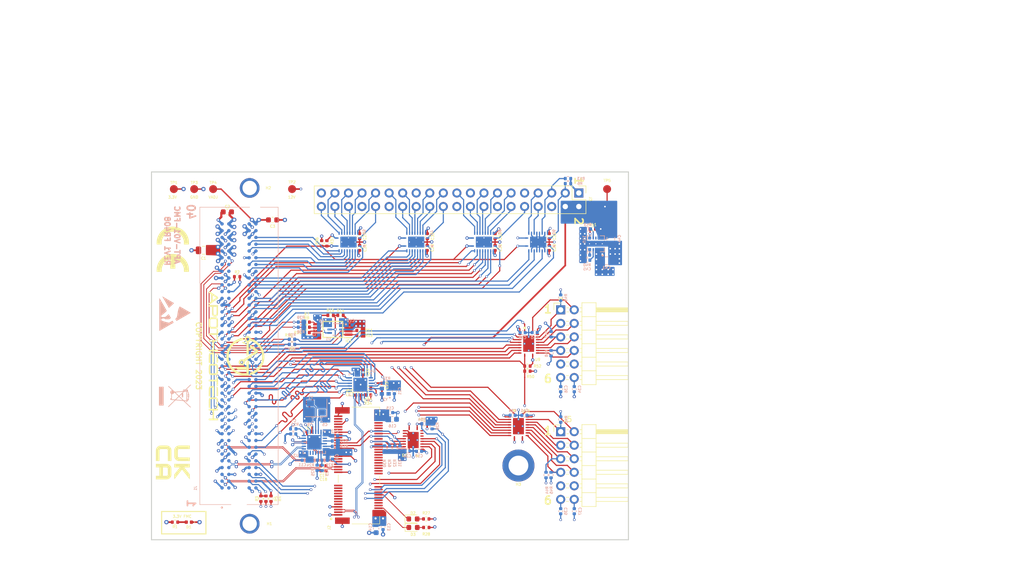
<source format=kicad_pcb>
(kicad_pcb (version 20221018) (generator pcbnew)
  (title_block (title "APT-PiHat-FMC") (date "2023-11-16") (rev "1") (company "ApotheoTech LLC") (comment 1 "Author: Chance Reimer"))
  (layers (0 "F.Cu" signal "TOP_1.Cu") (1 "In1.Cu" power "GND_2.Cu") (2 "In2.Cu" power "SIG_3.Cu") (3 "In3.Cu" power "PWR_4.Cu") (4 "In4.Cu" power "GND_5.Cu") (31 "B.Cu" signal "BOT_6.Cu") (34 "B.Paste" user) (35 "F.Paste" user) (36 "B.SilkS" user "B.Silkscreen") (37 "F.SilkS" user "F.Silkscreen") (38 "B.Mask" user) (39 "F.Mask" user) (44 "Edge.Cuts" user))
  (net 0 "")
  (net 1 "GND")
  (net 2 "FMC_LPC_VREF_A_M2C")
  (net 3 "VADJ_1V8")
  (net 4 "UTIL_3V3")
  (net 5 "/M_2_KeyE/PCIE_1_C_TX_N")
  (net 6 "Net-(D2-A)")
  (net 7 "Net-(D3-K)")
  (net 16 "+5V")
  (net 17 "3V3_AUX")
  (net 18 "Net-(D1-A)")
  (net 19 "Net-(D2-K)")
  (net 20 "Net-(D3-A)")
  (net 25 "Net-(IC1-E0)")
  (net 26 "Net-(IC1-E1)")
  (net 28 "/FMC_Conn/EEPROM_SDA")
  (net 29 "/FMC_Conn/EEPROM_SCL")
  (net 31 "/FMC_Conn/EEPROM_WC_L")
  (net 33 "/M_2_KeyE/USB2_PHY_P")
  (net 36 "/M_2_KeyE/USB2_PHY_N")
  (net 41 "VCC12_FMC")
  (net 42 "/M_2_KeyE/PCIE_1_C_TX_P")
  (net 59 "/FMC_Conn/FMC_TDO")
  (net 60 "/FMC_Conn/FPGA_TDO_FMC_TDI_LS")
  (net 61 "/FMC_Conn/FMC_LPC_PRSNT_M2C_B")
  (net 62 "/M_2_KeyE/~{PCIE_RST_3V3}")
  (net 63 "/M_2_KeyE/~{CLKREQ_3V3}")
  (net 64 "/M_2_KeyE/~{PEWAKE_3V3}")
  (net 65 "/M_2_KeyE/~{W_DISABLE1_3V3}")
  (net 66 "/pi_hats/GPIO2_3V3")
  (net 67 "/pi_hats/GPIO3_3V3")
  (net 68 "/pi_hats/GPIO4_3V3")
  (net 69 "/pi_hats/GPIO16_3V3")
  (net 70 "/pi_hats/GPIO20_3V3")
  (net 71 "/pi_hats/GPIO17_3V3")
  (net 72 "/pi_hats/GPIO21_3V3")
  (net 73 "/pi_hats/GPIO27_3V3")
  (net 74 "/pi_hats/GPIO22_3V3")
  (net 75 "/pi_hats/GPIO23_3V3")
  (net 76 "/pi_hats/GPIO24_3V3")
  (net 77 "/pi_hats/GPIO10_3V3")
  (net 78 "/pi_hats/GPIO9_3V3")
  (net 79 "/pi_hats/GPIO25_3V3")
  (net 80 "/pi_hats/GPIO11_3V3")
  (net 81 "/pi_hats/GPIO8_3V3")
  (net 82 "/pi_hats/GPIO7_3V3")
  (net 83 "/pi_hats/ID_SD_3V3")
  (net 84 "/pi_hats/ID_SC_3V3")
  (net 85 "/pi_hats/GPIO5_3V3")
  (net 86 "/pi_hats/GPIO6_3V3")
  (net 87 "/pi_hats/GPIO12_3V3")
  (net 88 "/pi_hats/GPIO13_3V3")
  (net 89 "/pi_hats/GPIO19_3V3")
  (net 90 "/pi_hats/GPIO26_3V3")
  (net 91 "/PMODS/PMOD0_IO1")
  (net 92 "/PMODS/PMOD0_IO2")
  (net 93 "/PMODS/PMOD0_IO3")
  (net 94 "/PMODS/PMOD0_IO4")
  (net 95 "/PMODS/PMOD0_IO5")
  (net 96 "/PMODS/PMOD0_IO6")
  (net 97 "/PMODS/PMOD0_IO7")
  (net 98 "/PMODS/PMOD0_IO8")
  (net 99 "/PMODS/PMOD1_IO1")
  (net 100 "/PMODS/PMOD1_IO2")
  (net 101 "/PMODS/PMOD1_IO3")
  (net 102 "/PMODS/PMOD1_IO4")
  (net 103 "/PMODS/PMOD1_IO5")
  (net 104 "/PMODS/PMOD1_IO6")
  (net 105 "/PMODS/PMOD1_IO7")
  (net 106 "/PMODS/PMOD1_IO8")
  (net 107 "/FMC_Conn/FMC_LPC_IIC_SCL")
  (net 108 "/FMC_Conn/FMC_LPC_IIC_SDA")
  (net 109 "/FMC_Conn/FMC_GA0")
  (net 110 "/FMC_Conn/FMC_GA1")
  (net 111 "/FMC_Conn/FMC_EEPROM_WC_L_DIR")
  (net 112 "/FMC_Conn/FMC_EEPROM_WC_L")
  (net 113 "/USB_2_ULPI/USB2_REFCLK")
  (net 114 "/FMC_Conn/FMC_LPC_DP0_C2M_PCIe_TX_P")
  (net 115 "/FMC_Conn/FMC_LPC_DP0_C2M_PCIe_TX_N")
  (net 116 "/FMC_Conn/FMC_LPC_DP0_M2C_PCIe_RX_P")
  (net 117 "/FMC_Conn/FMC_LPC_DP0_M2C_PCIe_RX_N")
  (net 118 "/FMC_Conn/VADJ_FMC_PGOOD")
  (net 119 "/FMC_Conn/FMC_LPC_GBTCLK0_M2C_PCIe_100MHZ_N")
  (net 120 "/FMC_Conn/FMC_LPC_LA01_CC_P")
  (net 121 "/FMC_Conn/FMC_LPC_LA17_CC_P")
  (net 122 "/FMC_Conn/FMC_LPC_LA17_CC_N")
  (net 123 "/FMC_Conn/FT4232_TCK")
  (net 124 "/FMC_Conn/FT4232_TMS")
  (net 125 "/FMC_Conn/TRST_L")
  (net 126 "/FMC_Conn/FMC_LPC_LA18_CC_P_GPIO15")
  (net 127 "/FMC_Conn/FMC_LPC_LA22_P_GPIO18")
  (net 128 "/FMC_Conn/FMC_LPC_GBTCLK0_M2C_PCIe_100MHZ_P")
  (net 129 "/FMC_Conn/OE_DIFF1_PCIe")
  (net 130 "/FMC_Conn/OE_DIFF_PCIe")
  (net 131 "/FMC_Conn/OE_REF_PCIe")
  (net 132 "/FMC_Conn/XIN")
  (net 133 "/FMC_Conn/XOUT")
  (net 134 "/FMC_Conn/SS0")
  (net 135 "/FMC_Conn/SS1")
  (net 136 "/FMC_Conn/M2_PCIE_100MHZ_N")
  (net 137 "/FMC_Conn/M2_PCIE_100MHZ_P")
  (net 139 "Net-(U4-VDD3-3)")
  (net 140 "Net-(U4-RBIAS)")
  (net 141 "Net-(U4-VBUS)")
  (net 148 "/FMC_Conn/~{FMC_LPC_CLK1_M2C_P_ALERT}")
  (net 150 "/FMC_Conn/~{FMC_LPC_CLK1_M2C_N_OE_GPIO}")
  (net 151 "/FMC_Conn/~{FMC_LPC_LA00_CC_P_WDISABLE}")
  (net 152 "/FMC_Conn/FMC_LPC_LA04_P")
  (net 153 "/FMC_Conn/FMC_LPC_LA32_P_GPIO20")
  (net 154 "/FMC_Conn/FMC_LPC_LA32_N_GPIO21")
  (net 155 "/FMC_Conn/FMC_LPC_LA31_P_GPIO12")
  (net 156 "/FMC_Conn/FMC_LPC_LA31_N_GPIO13")
  (net 157 "/FMC_Conn/FMC_LPC_LA33_P_GPIO19")
  (net 158 "/FMC_Conn/FMC_LPC_LA33_N_GPIO26")
  (net 159 "/FMC_Conn/FMC_LPC_LA30_N_GPIO16")
  (net 160 "/FMC_Conn/FMC_LPC_LA25_P_GPIO25")
  (net 161 "/FMC_Conn/FMC_LPC_LA25_N_GPIO8")
  (net 162 "/FMC_Conn/FMC_LPC_LA29_P_GPIO7")
  (net 163 "/FMC_Conn/FMC_LPC_LA29_N_IDSC")
  (net 164 "/FMC_Conn/FMC_LPC_LA24_P_GPIO9")
  (net 165 "/FMC_Conn/FMC_LPC_LA24_N_GPIO11")
  (net 166 "/FMC_Conn/FMC_LPC_LA28_P_IDSD")
  (net 167 "/FMC_Conn/FMC_LPC_LA28_N_GPIO5")
  (net 168 "/FMC_Conn/FMC_LPC_LA27_N_OE_GPIO")
  (net 169 "/FMC_Conn/FMC_LPC_LA04_N")
  (net 170 "/FMC_Conn/FMC_LPC_LA18_CC_N_GPIO27")
  (net 171 "/FMC_Conn/FMC_LPC_LA27_P_GPIO24")
  (net 172 "/FMC_Conn/FMC_LPC_LA23_P_GPIO17")
  (net 173 "/FMC_Conn/FMC_LPC_LA23_N_GPIO23")
  (net 174 "/FMC_Conn/FMC_LPC_LA26_P_GPIO22")
  (net 175 "/FMC_Conn/FMC_LPC_LA26_N_GPIO10")
  (net 176 "/FMC_Conn/FMC_LPC_LA30_P_GPIO06")
  (net 177 "/FMC_Conn/FMC_LPC_LA20_N_EEPROM_WC_L_DIR")
  (net 178 "/FMC_Conn/FMC_LPC_LA19_P_EEPROM_WC_L")
  (net 179 "/FMC_Conn/FMC_LPC_LA22_N_GPIO14")
  (net 180 "/FMC_Conn/FMC_LPC_LA19_N_GPIO2")
  (net 181 "/FMC_Conn/FMC_LPC_LA21_P_GPIO3")
  (net 182 "/FMC_Conn/FMC_LPC_LA21_N_GPIO4")
  (net 183 "/pi_hats/GPIO14_3V3")
  (net 184 "/FMC_Conn/FMC_LPC_LA14_P_PMOD0_IO3")
  (net 185 "/FMC_Conn/FMC_LPC_LA14_N_PMOD0_IO7")
  (net 186 "/FMC_Conn/FMC_LPC_LA13_P_PMOD0_IO4")
  (net 187 "/FMC_Conn/FMC_LPC_LA13_N_PMOD0_IO8")
  (net 188 "/FMC_Conn/FMC_LPC_LA16_P_OE_GPIO_PMOD")
  (net 189 "/FMC_Conn/FMC_LPC_LA16_N_PMOD0_IO6")
  (net 190 "/FMC_Conn/FMC_LPC_LA20_P_PMO0_IO5")
  (net 191 "/FMC_Conn/FMC_LPC_LA15_P_PMOD0_IO2")
  (net 192 "/FMC_Conn/FMC_LPC_LA15_N_PMOD0_IO1")
  (net 193 "/FMC_Conn/FMC_LPC_LA09_P_ULPI_CLK")
  (net 194 "/FMC_Conn/FMC_LPC_LA09_N_ULPI_DATA3")
  (net 195 "/FMC_Conn/FMC_LPC_LA08_P_ULPI_DATA5")
  (net 196 "/FMC_Conn/FMC_LPC_LA08_N_ULPI_DATA4")
  (net 197 "/FMC_Conn/FMC_LPC_LA12_P_ULPI_DATA0")
  (net 198 "/FMC_Conn/FMC_LPC_LA12_N_ULPI_DIR")
  (net 199 "/FMC_Conn/FMC_LPC_LA02_P_ULPI_DATA7")
  (net 200 "/FMC_Conn/FMC_LPC_LA02_N_ULPI_DATA6")
  (net 201 "/FMC_Conn/FMC_LPC_LA07_P_ULPI_DATA2")
  (net 202 "/FMC_Conn/FMC_LPC_LA07_N_ULPI_DATA1")
  (net 203 "/FMC_Conn/FMC_LPC_LA11_P_ULPI_NXT")
  (net 204 "/FMC_Conn/FMC_LPC_LA11_N_ULPI_STP")
  (net 205 "/FMC_Conn/~{FMC_LPC_LA10_N_USB_PHY_RESET}")
  (net 206 "/FMC_Conn/FMC_LPC_LA06_P_PMOD1_IO3")
  (net 207 "/FMC_Conn/FMC_LPC_LA06_N_PMOD1_IO6")
  (net 208 "/FMC_Conn/FMC_LPC_LA10_P_PMOD1_IO5")
  (net 209 "/FMC_Conn/FMC_LPC_LA01_CC_N_PMOD1_IO4")
  (net 210 "/FMC_Conn/FMC_LPC_LA05_P_PMOD1_IO2")
  (net 211 "/FMC_Conn/FMC_LPC_LA05_N_PMOD1_IO1")
  (net 212 "/FMC_Conn/FMC_LPC_LA03_P_PMOD1_IO8")
  (net 213 "/FMC_Conn/FMC_LPC_LA03_N_PMOD1_IO7")
  (net 214 "/FMC_Conn/~{FMC_LPC_LA00_CC_N_PCIE_RST}")
  (net 215 "/FMC_Conn/~{FMC_LPC_CLK0_M2C_P_PEWAKE}")
  (net 216 "/FMC_Conn/~{FMC_LPC_CLK0_M2C_N_CLKREQ}")
  (net 218 "/pi_hats/GPIO15_3V3")
  (net 219 "/pi_hats/GPIO18_3V3")
  (net 220 "Net-(U11-SS{slash}TR)")
  (net 221 "Net-(U11-MODE)")
  (net 222 "Net-(U11-PG)")
  (net 223 "Net-(U11-FB)")
  (footprint "Resistor_SMD:R_0402_1005Metric" (layer "F.Cu") (at 134.19 114.829 180)
    (fp_text reference "R35")
    (fp_text value "R_10k_0402")
  )
  (footprint "Capacitor_SMD:C_0402_1005Metric" (layer "F.Cu") (at 168.15 85.039 90)
    (fp_text reference "C31")
    (fp_text value "0.1uF")
  )
  (footprint "Capacitor_SMD:C_0402_1005Metric" (layer "F.Cu") (at 145.275 87.234 -90)
    (fp_text reference "C29")
    (fp_text value "0.1uF")
  )
  (footprint "Resistor_SMD:R_0402_1005Metric" (layer "F.Cu") (at 132.6 103.659 180)
    (fp_text reference "R12")
    (fp_text value "DNP")
  )
  (footprint "Capacitor_SMD:C_0402_1005Metric" (layer "F.Cu") (at 133.2 110.589 -90)
    (fp_text reference "C22")
    (fp_text value "0.1uF")
  )
  (footprint "Resistor_SMD:R_0402_1005Metric" (layer "F.Cu") (at 122.69 102.114)
    (fp_text reference "R7")
    (fp_text value "0")
  )
  (footprint "Resistor_SMD:R_0402_1005Metric" (layer "F.Cu") (at 144.77 120.239)
    (fp_text reference "R55")
    (fp_text value "4.7K")
  )
  (footprint "Capacitor_SMD:C_0805_2012Metric" (layer "F.Cu") (at 103.35 87.689 180)
    (fp_text reference "C1")
    (fp_text value "10uF")
  )
  (footprint "Capacitor_SMD:C_0402_1005Metric" (layer "F.Cu") (at 136.8 113.089 -90)
    (fp_text reference "C23")
    (fp_text value "0.1uF")
  )
  (footprint "apotheotech_lib:PMOD" (layer "F.Cu") (at 170.3 121.72)
    (fp_text reference "J5")
    (fp_text value "SSQ-106-02-G-D-RA")
  )
  (footprint "Resistor_SMD:R_0402_1005Metric" (layer "F.Cu") (at 164.065 110.364)
    (fp_text reference "R50")
    (fp_text value "DNP")
  )
  (footprint "Resistor_SMD:R_0402_1005Metric" (layer "F.Cu") (at 145.11 139.689)
    (fp_text reference "R28")
    (fp_text value "220")
  )
  (footprint "Capacitor_SMD:C_0402_1005Metric" (layer "F.Cu") (at 125.82 129.03 180)
    (fp_text reference "C17")
    (fp_text value "0.1uF")
  )
  (footprint "Symbol:CE-Logo_8.5x6mm_SilkScreen" (layer "F.Cu") (at 97.6 87.489 -90)
    (fp_text reference "SYM4" hide)
    (fp_text value "SYM_ESD_Small" hide)
  )
  (footprint "Capacitor_SMD:C_0402_1005Metric" (layer "F.Cu") (at 158 87.234 -90)
    (fp_text reference "C30")
    (fp_text value "0.1uF")
  )
  (footprint "apotheotech_lib:UKCA_Logo_8_5mm" (layer "F.Cu") (at 97.6 127.489 -90)
    (fp_text reference "SYM5" hide)
    (fp_text value "SYM_ESD_Small" hide)
  )
  (footprint "Resistor_SMD:R_0402_1005Metric" (layer "F.Cu") (at 126.475 86.389 90)
    (fp_text reference "R37")
    (fp_text value "4.7K")
  )
  (footprint "Capacitor_SMD:C_0402_1005Metric" (layer "F.Cu") (at 123.195 121.739 180)
    (fp_text reference "C7")
    (fp_text value "0.1uF")
  )
  (footprint "Resistor_SMD:R_0402_1005Metric" (layer "F.Cu") (at 119.94 104.389)
    (fp_text reference "R10")
    (fp_text value "0")
  )
  (footprint "LED_SMD:LED_0603_1608Metric" (layer "F.Cu") (at 142.6125 138.089)
    (fp_text reference "D2")
    (fp_text value "APT1608SGC")
  )
  (footprint "Resistor_SMD:R_0402_1005Metric" (layer "F.Cu") (at 109.65 92.639)
    (fp_text reference "R2")
    (fp_text value "0")
  )
  (footprint "Capacitor_SMD:C_0402_1005Metric" (layer "F.Cu") (at 168.15 87.234 90)
    (fp_text reference "C28")
    (fp_text value "0.1uF")
  )
  (footprint "apotheotech_lib:TI_VQFN_RGY0020A" (layer "F.Cu") (at 142.65 123.289 180)
    (fp_text reference "U3")
    (fp_text value "TXS0108ERGYR")
  )
  (footprint "Resistor_SMD:R_0402_1005Metric" (layer "F.Cu") (at 176.31 83.689)
    (fp_text reference "R41")
    (fp_text value "100k")
  )
  (footprint "Resistor_SMD:R_0402_1005Metric" (layer "F.Cu") (at 119.94 105.339)
    (fp_text reference "R9")
    (fp_text value "0")
  )
  (footprint "Resistor_SMD:R_0402_1005Metric" (layer "F.Cu") (at 129.03 99.889 180)
    (fp_text reference "R14")
    (fp_text value "DNP")
  )
  (footprint "apotheotech_lib:9774015151R" (layer "F.Cu") (at 162.379 128.07)
    (fp_text reference "H3")
    (fp_text value "9774015151R")
  )
  (footprint "Resistor_SMD:R_0402_1005Metric" (layer "F.Cu") (at 98.005 138.689)
    (fp_text reference "R1")
    (fp_text value "4.7K")
  )
  (footprint "Resistor_SMD:R_0402_1005Metric" (layer "F.Cu") (at 134.19 113.589 180)
    (fp_text reference "R34")
    (fp_text value "8.06k")
  )
  (footprint "Capacitor_SMD:C_0402_1005Metric" (layer "F.Cu") (at 132.6 85.039 90)
    (fp_text reference "C27")
    (fp_text value "0.1uF")
  )
  (footprint "apotheotech_lib:2199119-4" (layer "F.Cu") (at 132.491 128.07 90)
    (fp_text reference "J2")
    (fp_text value "2199119-4" hide)
  )
  (footprint "apotheotech_lib:TestPoint" (layer "F.Cu") (at 97.79 76.2)
    (fp_text reference "TP1")
    (fp_text value "TestPoint")
  )
  (footprint "Resistor_SMD:R_0402_1005Metric" (layer "F.Cu") (at 125.5 86.399 90)
    (fp_text reference "R36")
    (fp_text value "DNP")
  )
  (footprint "Capacitor_SMD:C_0603_1608Metric" (layer "F.Cu") (at 107.825 80.489)
    (fp_text reference "C2")
    (fp_text value "10uF")
  )
  (footprint "Capacitor_SMD:C_0402_1005Metric" (layer "F.Cu") (at 132.8 114.384 90)
    (fp_text reference "C25")
    (fp_text value "0.1uF")
  )
  (footprint "Capacitor_SMD:C_0402_1005Metric" (layer "F.Cu") (at 158 85.039 90)
    (fp_text reference "C33")
    (fp_text value "0.1uF")
  )
  (footprint "apotheotech_lib:MountingHole_2.7mm_M2.5_Pad_2.9mm" (layer "F.Cu") (at 112 75.989)
    (fp_text reference "H2")
    (fp_text value "Mounting Hole FMC")
  )
  (footprint "apotheotech_lib:TestPoint" (layer "F.Cu") (at 119.95 76.2)
    (fp_text reference "TP2")
    (fp_text value "TestPoint")
  )
  (footprint "Capacitor_SMD:C_0402_1005Metric" (layer "F.Cu") (at 125.82 128.11 180)
    (fp_text reference "C18")
    (fp_text value "0.1uF")
  )
  (footprint "Resistor_SMD:R_0402_1005Metric" (layer "F.Cu") (at 164.065 109.414)
    (fp_text reference "R52")
    (fp_text value "4.7K")
  )
  (footprint "apotheotech_lib:M24C64-DRDW8TP_K" (layer "F.Cu") (at 127.5895 102.539 180)
    (fp_text reference "IC1")
    (fp_text value "SOP65P640X120-8N" hide)
  )
  (footprint "apotheotech_lib:TestPoint" (layer "F.Cu") (at 179 76.2)
    (fp_text reference "TP5")
    (fp_text value "TestPoint")
  )
  (footprint "Capacitor_SMD:C_0402_1005Metric" (layer "F.Cu") (at 145.3 85.039 90)
    (fp_text reference "C32")
    (fp_text value "0.1uF")
  )
  (footprint "apotheotech_lib:TI_VQFN_RGY0020A" (layer "F.Cu") (at 162.379 120.689)
    (fp_text reference "U10")
    (fp_text value "TXS0108ERGYR")
  )
  (footprint "apotheotech_lib:ApotheoTech_Sym" (layer "F.Cu") (at 109.5502 107.489 -90)
    (fp_text reference "SYM1" hide)
    (fp_text value "SYM_ESD_Small" hide)
  )
  (footprint "apotheotech_lib:D_0402_1005Metric" (layer "F.Cu") (at 100.6 138.689 180)
    (fp_text reference "D1")
    (fp_text value "GRN LED")
  )
  (footprint "Resistor_SMD:R_0402_1005Metric" (layer "F.Cu") (at 116 134.289 90)
    (fp_text reference "R5")
    (fp_text value "0")
  )
  (footprint "Capacitor_SMD:C_0402_1005Metric" (layer "F.Cu") (at 131.875 114.384 90)
    (fp_text reference "C24")
    (fp_text value "C_2u2_0402")
  )
  (footprint "Resistor_SMD:R_0402_1005Metric" (layer "F.Cu") (at 122.675 103.114)
    (fp_text reference "R21")
    (fp_text value "4.7K")
  )
  (footprint "LED_SMD:LED_0603_1608Metric" (layer "F.Cu") (at 142.625 139.689)
    (fp_text reference "D3")
    (fp_text value "APT1608SGC")
  )
  (footprint "Resistor_SMD:R_0402_1005Metric" (layer "F.Cu") (at 122.69 101.164)
    (fp_text reference "R8")
    (fp_text value "0")
  )
  (footprint "apotheotech_lib:MountingHole_2.7mm_M2.5_Pad_2.9mm" (layer "F.Cu") (at 112 138.989)
    (fp_text reference "H1")
    (fp_text value "Mounting Hole FMC")
  )
  (footprint "Connector_PinHeader_2.54mm:PinHeader_2x20_P2.54mm_Vertical" (layer "F.Cu") (at 173.7 76.939 -90)
    (fp_text reference "J3")
    (fp_text value "TSW-120-23-G-D")
  )
  (footprint "apotheotech_lib:TI_VQFN_RGY0020A" (layer "F.Cu") (at 164.3 105.21)
    (fp_text reference "U9")
    (fp_text value "TXS0108ERGYR")
  )
  (footprint "apotheotech_lib:TestPoint" (layer "F.Cu") (at 105.156 76.2)
    (fp_text reference "TP4")
    (fp_text value "TestPoint")
  )
  (footprint "Resistor_SMD:R_0402_1005Metric" (layer "F.Cu") (at 132.6 102.719 180)
    (fp_text reference "R11")
    (fp_text value "DNP")
  )
  (footprint "apotheotech_lib:TestPoint" (layer "F.Cu") (at 101.6 76.2)
    (fp_text reference "TP3")
    (fp_text value "TestPoint")
  )
  (footprint "Resistor_SMD:R_0402_1005Metric" (layer "F.Cu") (at 127.17 99.889 180)
    (fp_text reference "R15")
    (fp_text value "4.7K")
  )
  (footprint "Capacitor_SMD:C_0402_1005Metric" (layer "F.Cu") (at 132.6 87.234 -90)
    (fp_text reference "C26")
    (fp_text value "0.1uF")
  )
  (footprint "Resistor_SMD:R_0402_1005Metric" (layer "F.Cu") (at 114.1 134.289 -90)
    (fp_text reference "R3")
    (fp_text value "DNP")
  )
  (footprint "Resistor_SMD:R_0402_1005Metric" (layer "F.Cu") (at 115.05 134.289 90)
    (fp_text reference "R4")
    (fp_text value "0")
  )
  (footprint "apotheotech_lib:PMOD" (layer "F.Cu") (at 170.3 98.86)
    (fp_text reference "J4")
    (fp_text value "SSQ-106-02-G-D-RA")
  )
  (footprint "Resistor_SMD:R_0402_1005Metric" (layer "F.Cu") (at 145.1 138.089 180)
    (fp_text reference "R27")
    (fp_text value "220")
  )
  (footprint "Capacitor_SMD:C_0603_1608Metric" (layer "F.Cu") (at 116.3 81.989 180)
    (fp_text reference "C3")
    (fp_text value "10uF")
  )
  (footprint "Resistor_SMD:R_0402_1005Metric" (layer "B.Cu") (at 127.99 123.469)
    (fp_text reference "R20")
    (fp_text value "4.7K")
  )
  (footprint "Capacitor_SMD:C_0402_1005Metric" (layer "B.Cu") (at 127.99 122.479)
    (fp_text reference "C42")
    (fp_text value "0.1uF")
  )
  (footprint "Capacitor_SMD:C_0402_1005Metric" (layer "B.Cu") (at 138.325 118.139)
    (fp_text reference "C15")
    (fp_text value "1uF")
  )
  (footprint "Capacitor_SMD:C_0805_2012Metric" (layer "B.Cu") (at 178.9 89.639)
    (fp_text reference "C43")
    (fp_text value "22uF")
  )
  (footprint "Resistor_SMD:R_0402_1005Metric" (layer "B.Cu") (at 137.675 112.589 180)
    (fp_text reference "R33")
    (fp_text value "4.7K")
  )
  (footprint "Resistor_SMD:R_0402_1005Metric" (layer "B.Cu") (at 124.65 128.499 90)
    (fp_text reference "R25")
    (fp_text value "4.7K")
  )
  (footprint "Capacitor_SMD:C_0402_1005Metric" (layer "B.Cu") (at 165.425 103.114)
    (fp_text reference "C40")
    (fp_text value "0.1uF")
  )
  (footprint "Resistor_SMD:R_0402_1005Metric" (layer "B.Cu") (at 168.5 106.989 -90)
    (fp_text reference "R48")
    (fp_text value "4.7K")
  )
  (footprint "Resistor_SMD:R_0402_1005Metric" (layer "B.Cu") (at 121.62 102.129)
    (fp_text reference "R38")
    (fp_text value "4.7K")
  )
  (footprint "Resistor_SMD:R_0402_1005Metric" (layer "B.Cu") (at 175.4 83.689 180)
    (fp_text reference "R43")
    (fp_text value "76.8k")
  )
  (footprint "Capacitor_SMD:C_0402_1005Metric" (layer "B.Cu") (at 127.5 126.369 -90)
    (fp_text reference "C8")
    (fp_text value "0.1uF")
  )
  (footprint "Capacitor_SMD:C_0402_1005Metric" (layer "B.Cu") (at 130.7345 101.689)
    (fp_text reference "C10")
    (fp_text value "0.1uF")
  )
  (footprint "Resistor_SMD:R_0402_1005Metric" (layer "B.Cu") (at 171.67 75.169)
    (fp_text reference "R6")
    (fp_text value "4.7K")
  )
  (footprint "Capacitor_SMD:C_0402_1005Metric" (layer "B.Cu") (at 170.3 136.639 90)
    (fp_text reference "C35")
    (fp_text value "0.1uF")
  )
  (footprint "Capacitor_SMD:C_0402_1005Metric" (layer "B.Cu") (at 122.32 127.069 180)
    (fp_text reference "C11")
    (fp_text value "0.1uF")
  )
  (footprint "Capacitor_SMD:C_0402_1005Metric" (layer "B.Cu") (at 125.535 119.444 180)
    (fp_text reference "C5")
    (fp_text value "14pF")
  )
  (footprint "Resistor_SMD:R_0402_1005Metric" (layer "B.Cu") (at 124.195 127.069 180)
    (fp_text reference "R24")
    (fp_text value "4.7K")
  )
  (footprint "Crystal:Crystal_SMD_3225-4Pin_3.2x2.5mm" (layer "B.Cu") (at 124.475 117.244 180)
    (fp_text reference "Y1")
    (fp_text value "25MHz")
  )
  (footprint "Capacitor_SMD:C_0402_1005Metric" (layer "B.Cu") (at 175.26 88.579 180)
    (fp_text reference "C45")
    (fp_text value "1nF")
  )
  (footprint "Capacitor_SMD:C_0603_1608Metric" (layer "B.Cu") (at 138.75 119.389)
    (fp_text reference "C16")
    (fp_text value "10uF")
  )
  (footprint "Resistor_SMD:R_0402_1005Metric" (layer "B.Cu") (at 127.99 124.479)
    (fp_text reference "R19")
    (fp_text value "4.7K")
  )
  (footprint "apotheotech_lib:ECS-2016MV" (layer "B.Cu") (at 137.412501 114.1265 90)
    (fp_text reference "Y2")
    (fp_text value "ECS-2016MV-240-BN-TR3" hide)
  )
  (footprint "apotheotech_lib:TI_VQFN_RGY0020A" (layer "B.Cu") (at 155.92 86.139 90)
    (fp_text reference "U8")
    (fp_text value "TXS0108ERGYR")
  )
  (footprint "apotheotech_lib:TI_VQFN_RGY0020A" (layer "B.Cu") (at 143.22 86.139 90)
    (fp_text reference "U7")
    (fp_text value "TXS0108ERGYR")
  )
  (footprint "Capacitor_SMD:C_0402_1005Metric" (layer "B.Cu") (at 139.125002 114.109 -90)
    (fp_text reference "C21")
    (fp_text value "0.1uF")
  )
  (footprint "Resistor_SMD:R_0402_1005Metric" (layer "B.Cu") (at 170.3 96.564 90)
    (fp_text reference "R49")
    (fp_text value "4.7K")
  )
  (footprint "Resistor_SMD:R_0402_1005Metric" (layer "B.Cu") (at 137.3 124.879 90)
    (fp_text reference "R30")
    (fp_text value "10K")
  )
  (footprint "apotheotech_lib:TI_VQFN_RGY0020A" (layer "B.Cu") (at 130.52 86.139 90)
    (fp_text reference "U5")
    (fp_text value "TXS0108ERGYR")
  )
  (footprint "Resistor_SMD:R_0402_1005Metric" (layer "B.Cu") (at 139.21 124.879 90)
    (fp_text reference "R32")
    (fp_text value "10K")
  )
  (footprint "Resistor_SMD:R_0402_1005Metric" (layer "B.Cu") (at 119.94 105.339 180)
    (fp_text reference "R17")
    (fp_text value "0")
  )
  (footprint "Capacitor_SMD:C_0402_1005Metric" (layer "B.Cu") (at 137 139.589 90)
    (fp_text reference "C13")
    (fp_text value "1uF")
  )
  (footprint "apotheotech_lib:TI_VQFN_RGY0020A" (layer "B.Cu") (at 166.08 86.139 90)
    (fp_text reference "U6")
    (fp_text value "TXS0108ERGYR")
  )
  (footprint "Resistor_SMD:R_0402_1005Metric" (layer "B.Cu") (at 119.94 104.389 180)
    (fp_text reference "R18")
    (fp_text value "0")
  )
  (footprint "Capacitor_SMD:C_0402_1005Metric" (layer "B.Cu") (at 125.4595 101.689 180)
    (fp_text reference "C6")
    (fp_text value "0.1uF")
  )
  (footprint "apotheotech_lib:Si52131_QFN-24-1EP_4x4mm_P0.5mm_EP2.7x2.7mm" (layer "B.Cu") (at 124.125 123.714 180)
    (fp_text reference "U2")
    (fp_text value "Si52131-A11A")
  )
  (footprint "apotheotech_lib:ASP13460401" (layer "B.Cu") (at 110 107.5 -90)
    (fp_text reference "J1")
    (fp_text value "ASP-134604-01" hide)
  )
  (footprint "Resistor_SMD:R_0402_1005Metric" (layer "B.Cu") (at 168.5 129.849 -90)
    (fp_text reference "R45")
    (fp_text value "4.7K")
  )
  (footprint "Capacitor_SMD:C_0402_1005Metric" (layer "B.Cu") (at 172.85 136.639 90)
    (fp_text reference "C37")
    (fp_text value "0.1uF")
  )
  (footprint "Symbol:WEEE-Logo_4.2x6mm_SilkScreen" (layer "B.Cu") (at 98.0186 115.0366 90)
    (fp_text reference "SYM2" hide)
    (fp_text value "SYM_ESD_Small" hide)
  )
  (footprint "Resistor_SMD:R_0402_1005Metric" (layer "B.Cu") (at 140.16 124.879 90)
    (fp_text reference "R31")
    (fp_text value "10K")
  )
  (footprint "Capacitor_SMD:C_0402_1005Metric" (layer "B.Cu") (at 170.3 113.739 90)
    (fp_text reference "C36")
    (fp_text value "0.1uF")
  )
  (footprint "Capacitor_SMD:C_0402_1005Metric" (layer "B.Cu") (at 120.17 122.139 180)
    (fp_text reference "C4")
    (fp_text value "0.1uF")
  )
  (footprint "Resistor_SMD:R_0402_1005Metric" (layer "B.Cu") (at 171.67 74.229)
    (fp_text reference "R13")
    (fp_text value "4.7K")
  )
  (footprint "Resistor_SMD:R_0402_1005Metric" (layer "B.Cu") (at 167.55 129.849 -90)
    (fp_text reference "R44")
    (fp_text value "4.7K")
  )
  (footprint "Resistor_SMD:R_0402_1005Metric" (layer "B.Cu") (at 121.62 101.159)
    (fp_text reference "R39")
    (fp_text value "4.7K")
  )
  (footprint "Resistor_SMD:R_0402_1005Metric" (layer "B.Cu") (at 168.5 103.439 90)
    (fp_text reference "R47")
    (fp_text value "4.7K")
  )
  (footprint "Resistor_SMD:R_0402_1005Metric" (layer "B.Cu") (at 120.17 121.189 180)
    (fp_text reference "R16")
    (fp_text value "4.7K")
  )
  (footprint "Capacitor_SMD:C_0402_1005Metric" (layer "B.Cu") (at 172.85 113.739 90)
    (fp_text reference "C34")
    (fp_text value "0.1uF")
  )
  (footprint "Capacitor_SMD:C_0402_1005Metric" (layer "B.Cu") (at 163.5 118.639)
    (fp_text reference "C41")
    (fp_text value "0.1uF")
  )
  (footprint "apotheotech_lib:SN74AXC1T45DCKR" (layer "B.Cu") (at 128.1 102.539 180)
    (fp_text reference "U1")
    (fp_text value "DCK0006A_N")
  )
  (footprint "Resistor_SMD:R_0402_1005Metric" (layer "B.Cu") (at 138.25 124.879 90)
    (fp_text reference "R29")
    (fp_text value "10K")
  )
  (footprint "Resistor_SMD:R_0402_1005Metric" (layer "B.Cu") (at 175.26 89.539 180)
    (fp_text reference "R40")
    (fp_text value "40.2k")
  )
  (footprint "Capacitor_SMD:C_0402_1005Metric" (layer "B.Cu") (at 123.715 119.444)
    (fp_text reference "C9")
    (fp_text value "14pF")
  )
  (footprint "Resistor_SMD:R_0402_1005Metric" (layer "B.Cu") (at 146.2 120.689 -90)
    (fp_text reference "R26")
    (fp_text value "10K")
  )
  (footprint "Resistor_SMD:R_0402_1005Metric" (layer "B.Cu") (at 126.055 127.069)
    (fp_text reference "R22")
    (fp_text value "4.7K")
  )
  (footprint "Capacitor_SMD:C_0805_2012Metric" (layer "B.Cu") (at 179.7 85.514 -90)
    (fp_text reference "C44")
    (fp_text value "22uF")
  )
  (footprint "apotheotech_lib:Microchip_QFN24_4X4" (layer "B.Cu") (at 132.75 112.889 90)
    (fp_text reference "U4")
    (fp_text value "USB3310C-CP" hide)
  )
  (footprint "Symbol:ESD-Logo_6.6x6mm_SilkScreen" (layer "B.Cu") (at 98.0186 99.568 90)
    (fp_text reference "SYM3" hide)
    (fp_text value "SYM_ESD_Small" hide)
  )
  (footprint "apotheotech_lib:TPSM82902SISR" (layer "B.Cu") (at 176.9 86.464 90)
    (fp_text reference "U11")
    (fp_text value "TPSM82902SISR")
  )
  (footprint "Capacitor_SMD:C_0402_1005Metric" (layer "B.Cu") (at 161.3 118.639 180)
    (fp_text reference "C39")
    (fp_text value "0.1uF")
  )
  (footprint "Resistor_SMD:R_0402_1005Metric" (layer "B.Cu") (at 144.77 120.229)
    (fp_text reference "R54")
    (fp_text value "DNP")
  )
  (footprint "Capacitor_SMD:C_0402_1005Metric" (layer "B.Cu") (at 143.7425 125.389)
    (fp_text reference "C19")
    (fp_text value "0.1uF")
  )
  (footprint "Resistor_SMD:R_0402_1005Metric" (layer "B.Cu") (at 170.3 119.429 90)
    (fp_text reference "R46")
    (fp_text value "4.7K")
  )
  (footprint "Capacitor_SMD:C_0402_1005Metric" (layer "B.Cu") (at 163.175 103.139 180)
    (fp_text reference "C38")
    (fp_text value "0.1uF")
  )
  (footprint "Capacitor_SMD:C_0402_1005Metric" (layer "B.Cu") (at 124.925 103.134 -90)
    (fp_text reference "C12")
    (fp_text value "0.1uF")
  )
  (footprint "Capacitor_SMD:C_0402_1005Metric" (layer "B.Cu") (at 141.5625 125.339 180)
    (fp_text reference "C20")
    (fp_text value "0.1uF")
  )
  (footprint "Capacitor_SMD:C_0603_1608Metric" (layer "B.Cu") (at 135.7 139.889 90)
    (fp_text reference "C14")
    (fp_text value "10uF")
  )
  (footprint "Resistor_SMD:R_0402_1005Metric" (layer "B.Cu") (at 125.595 128.499 90)
    (fp_text reference "R23")
    (fp_text value "4.7K")
  )
  (gr_line (start 103.8 136.689) (end 103.8 140.889) (stroke (width 0.2)) (layer "F.SilkS"))
  (gr_line (start 95.5 140.889) (end 95.5 136.689) (stroke (width 0.2)) (layer "F.SilkS"))
  (gr_line (start 103.8 140.889) (end 95.5 140.889) (stroke (width 0.2)) (layer "F.SilkS"))
  (gr_line (start 95.5 136.689) (end 103.8 136.689) (stroke (width 0.2)) (layer "F.SilkS"))
  (gr_line (start 183 141.989) (end 183 72.989) (stroke (width 0.2)) (layer "Edge.Cuts"))
  (gr_line (start 183 141.989) (end 93.6 141.989) (stroke (width 0.2)) (layer "Edge.Cuts"))
  (gr_line (start 183 72.989) (end 93.6 72.989) (stroke (width 0.2)) (layer "Edge.Cuts"))
  (gr_line (start 93.6 141.989) (end 93.6 72.989) (stroke (width 0.2)) (layer "Edge.Cuts"))
  (gr_text "REV1 FR408" (at 96.55 85.939 270) (layer "B.SilkS") (effects (font (size 1 1) (thickness 0.25)) (justify mirror)))
  (gr_text "APT-V01-FMC" (at 98.385 84.81 270) (layer "B.SilkS") (effects (font (size 1 1) (thickness 0.25)) (justify mirror)))
  (gr_text "40" (at 100.96754 80.46466 270) (layer "B.SilkS") (effects (font (size 1.5 1.5) (thickness 0.3)) (justify mirror)))
  (gr_text "1" (at 101.01834 135.15848 270) (layer "B.SilkS") (effects (font (size 1.5 1.5) (thickness 0.3)) (justify mirror)))
  (gr_text "3.3V FMC" (at 99.34 137.614) (layer "F.SilkS") (effects (font (size 0.5 0.5) (thickness 0.1))))
  (gr_text "1" (at 172.8 73.739 -90) (layer "F.SilkS") (effects (font (size 1.5 1.5) (thickness 0.3) bold) (justify left bottom)))
  (gr_text "1" (at 167 122.439) (layer "F.SilkS") (effects (font (size 1.5 1.5) (thickness 0.3) bold) (justify left bottom)))
  (gr_text "GND" (at 101.6 77.724) (layer "F.SilkS") (effects (font (size 0.5 0.5) (thickness 0.1))))
  (gr_text "COPYRIGHT 2023" (at 102.4382 107.489 270) (layer "F.SilkS") (effects (font (size 1 1) (thickness 0.2))))
  (gr_text "3.3V" (at 97.536 77.724) (layer "F.SilkS") (effects (font (size 0.5 0.5) (thickness 0.1))))
  (gr_text "12V" (at 119.888 77.724) (layer "F.SilkS") (effects (font (size 0.5 0.5) (thickness 0.1))))
  (gr_text "2" (at 172.8 81.314 270) (layer "F.SilkS") (effects (font (size 1.5 1.5) (thickness 0.3) bold) (justify left bottom)))
  (gr_text "6" (at 167 135.489) (layer "F.SilkS") (effects (font (size 1.5 1.5) (thickness 0.3) bold) (justify left bottom)))
  (gr_text "VADJ" (at 105.156 77.724) (layer "F.SilkS") (effects (font (size 0.5 0.5) (thickness 0.1))))
  (gr_text "1" (at 167 99.614) (layer "F.SilkS") (effects (font (size 1.5 1.5) (thickness 0.3) bold) (justify left bottom)))
  (gr_text "6" (at 167 112.664) (layer "F.SilkS") (effects (font (size 1.5 1.5) (thickness 0.3) bold) (justify left bottom)))
  (segment (start 145.275 86.114) (end 145.275 85.544) (width 0.254) (layer "F.Cu") (net 1))
  (segment (start 126.475 85.839) (end 127.475 84.839) (width 0.254) (layer "F.Cu") (net 1))
  (segment (start 158 85.519) (end 158 86.139) (width 0.254) (layer "F.Cu") (net 1))
  (segment (start 145.275 85.544) (end 145.3 85.519) (width 0.254) (layer "F.Cu") (net 1))
  (segment (start 129.379 139.485) (end 129.375 139.489) (width 0.2159) (layer "F.Cu") (net 1))
  (segment (start 129.369 120.32) (end 128.603 120.32) (width 0.2159) (layer "F.Cu") (net 1))
  (segment (start 163.129 122.839) (end 163.129 123.618) (width 0.254) (layer "F.Cu") (net 1))
  (segment (start 128.603 118.82) (end 128.603 118.496) (width 0.2159) (layer "F.Cu") (net 1))
  (segment (start 141.6 121.539) (end 142.65 122.589) (width 0.2159) (layer "F.Cu") (net 1))
  (segment (start 133.2 111.539) (end 133.7 112.039) (width 0.2159) (layer "F.Cu") (net 1))
  (segment (start 125.3 99.889) (end 125.225 99.964) (width 0.254) (layer "F.Cu") (net 1))
  (segment (start 101.085 138.689) (end 102.6 138.689) (width 0.3175) (layer "F.Cu") (net 1))
  (segment (start 128.603 137.32) (end 127.069 137.32) (width 0.2159) (layer "F.Cu") (net 1))
  (segment (start 142.65 122.589) (end 142.65 123.289) (width 0.2159) (layer "F.Cu") (net 1))
  (segment (start 145.28 121.159) (end 145.25 121.189) (width 0.3175) (layer "F.Cu") (net 1))
  (segment (start 129.379 117.72) (end 129.379 116.443) (width 0.2159) (layer "F.Cu") (net 1))
  (segment (start 106.685 80.6196) (end 106.685 81.42994) (width 0.4064) (layer "F.Cu") (net 1))
  (segment (start 130.469 123.32) (end 130.7 123.089) (width 0.2159) (layer "F.Cu") (net 1))
  (segment (start 141.4 122.039) (end 142.65 123.289) (width 0.2159) (layer "F.Cu") (net 1))
  (segment (start 126.66 99.889) (end 125.3 99.889) (width 0.254) (layer "F.Cu") (net 1))
  (segment (start 132.6 86.139) (end 132.6 86.754) (width 0.254) (layer "F.Cu") (net 1))
  (segment (start 165.05 108.939) (end 164.575 109.414) (width 0.2159) (layer "F.Cu") (net 1))
  (segment (start 131.85 127.189) (end 130.981 126.32) (width 0.2159) (layer "F.Cu") (net 1))
  (segment (start 141.9 125.439) (end 141.9 124.039) (width 0.2159) (layer "F.Cu") (net 1))
  (segment (start 145.275 86.114) (end 146.125 86.114) (width 0.254) (layer "F.Cu") (net 1))
  (segment (start 130.694 127.82) (end 130.7 127.814) (width 0.2159) (layer "F.Cu") (net 1))
  (segment (start 130.681 129.32) (end 130.7 129.339) (width 0.2159) (layer "F.Cu") (net 1))
  (segment (start 168.15 85.519) (end 168.15 86.139) (width 0.2159) (layer "F.Cu") (net 1))
  (segment (start 157.195 86.139) (end 158 86.139) (width 0.254) (layer "F.Cu") (net 1))
  (segment (start 128.603 123.32) (end 130.469 123.32) (width 0.2159) (layer "F.Cu") (net 1))
  (segment (start 126.475 85.879) (end 126.475 85.839) (width 0.254) (layer "F.Cu") (net 1))
  (segment (start 106.685 81.42994) (end 106.11358 82.00136) (width 0.4064) (layer "F.Cu") (net 1))
  (segment (start 145.25 86.139) (end 145.275 86.114) (width 0.254) (layer "F.Cu") (net 1))
  (segment (start 129.379 116.443) (end 129.375 116.439) (width 0.2159) (layer "F.Cu") (net 1))
  (segment (start 127.056 135.82) (end 127.05 135.814) (width 0.2159) (layer "F.Cu") (net 1))
  (segment (start 128.603 135.82) (end 127.056 135.82) (width 0.2159) (layer "F.Cu") (net 1))
  (segment (start 141.9 124.039) (end 142.65 123.289) (width 0.2159) (layer "F.Cu") (net 1))
  (segment (start 139.2 134.089) (end 138.181 133.07) (width 0.2159) (layer "F.Cu") (net 1))
  (segment (start 130.681 121.82) (end 130.7 121.839) (width 0.2159) (layer "F.Cu") (net 1))
  (segment (start 130.2 119.489) (end 129.369 120.32) (width 0.2159) (layer "F.Cu") (net 1))
  (segment (start 128.603 118.496) (end 129.379 117.72) (width 0.2159) (layer "F.Cu") (net 1))
  (segment (start 132.6 85.519) (end 132.6 86.139) (width 0.254) (layer "F.Cu") (net 1))
  (segment (start 141.9 121.139) (end 141.9 120.289) (width 0.2159) (layer "F.Cu") (net 1))
  (segment (start 117.075 81.989) (end 118.6 81.989) (width 0.3175) (layer "F.Cu") (net 1))
  (segment (start 129.379 138.42) (end 129.379 139.485) (width 0.2159) (layer "F.Cu") (net 1))
  (segment (start 168.15 86.139) (end 169.1 86.139) (width 0.2159) (layer "F.Cu") (net 1))
  (segment (start 144.495 86.139) (end 145.25 86.139) (width 0.254) (layer "F.Cu") (net 1))
  (segment (start 103.33 76.2) (end 101.6 76.2) (width 0.254) (layer "F.Cu") (net 1))
  (segment (start 165.05 107.36) (end 165.05 108.264) (width 0.2159) (layer "F.Cu") (net 1))
  (segment (start 116 134.799) (end 116 135.739) (width 0.2159) (layer "F.Cu") (net 1))
  (segment (start 141 122.539) (end 141.9 122.539) (width 0.2159) (layer "F.Cu") (net 1))
  (segment (start 132.6 86.139) (end 133.525 86.139) (width 0.254) (layer "F.Cu") (net 1))
  (segment (start 114.1 134.799) (end 114.1 135.739) (width 0.2159) (layer "F.Cu") (net 1))
  (segment (start 132.6 86.139) (end 131.795 86.139) (width 0.254) (layer "F.Cu") (net 1))
  (segment (start 168.15 86.139) (end 168.15 86.754) (width 0.2159) (layer "F.Cu") (net 1))
  (segment (start 165.05 108.264) (end 165.05 108.939) (width 0.2159) (layer "F.Cu") (net 1))
  (segment (start 163.129 123.618) (end 163.15 123.639) (width 0.254) (layer "F.Cu") (net 1))
  (segment (start 102.4 87.689) (end 101.1 87.689) (width 0.3175) (layer "F.Cu") (net 1))
  (segment (start 128.603 129.32) (end 130.681 129.32) (width 0.2159) (layer "F.Cu") (net 1))
  (segment (start 128.603 127.82) (end 130.694 127.82) (width 0.2159) (layer "F.Cu") (net 1))
  (segment (start 141 121.539) (end 141.6 121.539) (width 0.2159) (layer "F.Cu") (net 1))
  (segment (start 128.603 121.82) (end 130.681 121.82) (width 0.2159) (layer "F.Cu") (net 1))
  (segment (start 136.8 113.569) (end 136.8 115.789) (width 0.3175) (layer "F.Cu") (net 1))
  (segment (start 130.981 126.32) (end 128.603 126.32) (width 0.2159) (layer "F.Cu") (net 1))
  (segment (start 141 122.039) (end 141.4 122.039) (width 0.2159) (layer "F.Cu") (net 1))
  (segment (start 122.715 121.739) (end 122.715 122.254) (width 0.254) (layer "F.Cu") (net 1))
  (segment (start 145.275 86.754) (end 145.275 86.114) (width 0.254) (layer "F.Cu") (net 1))
  (segment (start 158 86.139) (end 158 86.754) (width 0.254) (layer "F.Cu") (net 1))
  (segment (start 167.355 86.139) (end 168.15 86.139) (width 0.2159) (layer "F.Cu") (net 1))
  (segment (start 133.2 111.069) (end 133.2 111.539) (width 0.2159) (layer "F.Cu") (net 1))
  (segment (start 138.181 133.07) (end 136.153 133.07) (width 0.2159) (layer "F.Cu") (net 1))
  (segment (start 141.9 122.539) (end 142.65 123.289) (width 0.2159) (layer "F.Cu") (net 1))
  (segment (start 131.431 124.82) (end 128.603 124.82) (width 0.2159) (layer "F.Cu") (net 1))
  (segment (start 127.069 137.32) (end 127.05 137.339) (width 0.2159) (layer "F.Cu") (net 1))
  (segment (start 145.28 120.239) (end 145.28 121.159) (width 0.3175) (layer "F.Cu") (net 1))
  (segment (start 158 86.139) (end 158.875 86.139) (width 0.254) (layer "F.Cu") (net 1))
  (segment (start 122.715 122.254) (end 123.2 122.739) (width 0.254) (layer "F.Cu") (net 1))
  (segment (start 131.85 125.239) (end 131.431 124.82) (width 0.2159) (layer "F.Cu") (net 1))
  (via (at 136.8 115.789) (size 0.6096) (drill 0.3048) (layers "F.Cu" "B.Cu") (net 1))
  (via (at 131.85 125.239) (size 0.6096) (drill 0.3048) (layers "F.Cu" "B.Cu") (net 1))
  (via (at 170.3 138.239) (size 0.5) (drill 0.3) (layers "F.Cu" "B.Cu") (net 1))
  (via (at 122.3 119.294) (size 0.5) (drill 0.3) (layers "F.Cu" "B.Cu") (net 1))
  (via (at 112.6 88.389) (size 0.5) (drill 0.3) (layers "F.Cu" "B.Cu") (net 1))
  (via (at 114.07 103.07) (size 0.6096) (drill 0.3048) (layers "F.Cu" "B.Cu") (net 1))
  (via (at 179.6 87.389) (size 0.5) (drill 0.3) (layers "F.Cu" "B.Cu") (net 1))
  (via (at 110.8 129.039) (size 0.6096) (drill 0.3048) (layers "F.Cu" "B.Cu") (net 1))
  (via (at 106 107.489) (size 0.5) (drill 0.3) (layers "F.Cu" "B.Cu") (net 1))
  (via (at 107.45978 88.44026) (size 0.6096) (drill 0.3048) (layers "F.Cu" "B.Cu") (net 1))
  (via (at 108.95 112.539) (size 0.5) (drill 0.3) (layers "F.Cu" "B.Cu") (net 1))
  (via (at 106.16 124.01) (size 0.6096) (drill 0.3048) (layers "F.Cu" "B.Cu") (net 1))
  (via (at 123.2 122.739) (size 0.6096) (drill 0.3048) (layers "F.Cu" "B.Cu") (net 1))
  (via (at 114.35 114.889) (size 0.65) (drill 0.25) (layers "F.Cu" "B.Cu") (net 1))
  (via (at 114.05 129.725) (size 0.6096) (drill 0.3048) (layers "F.Cu" "B.Cu") (net 1))
  (via (at 174.8 85.489) (size 0.5) (drill 0.3) (layers "F.Cu" "B.Cu") (net 1))
  (via (at 131.95 101.889) (size 0.5) (drill 0.3) (layers "F.Cu" "B.Cu") (net 1))
  (via (at 112.50168 132.94106) (size 0.6096) (drill 0.3048) (layers "F.Cu" "B.Cu") (net 1))
  (via (at 170.3 95.089) (size 0.5) (drill 0.3) (layers "F.Cu" "B.Cu") (net 1))
  (via (at 107.46 97.34) (size 0.6096) (drill 0.3048) (layers "F.Cu" "B.Cu") (net 1))
  (via (at 124.2 99.964) (size 0.5) (drill 0.3) (layers "F.Cu" "B.Cu") (net 1))
  (via (at 130.7 129.339) (size 0.6096) (drill 0.3048) (layers "F.Cu" "B.Cu") (net 1))
  (via (at 112.52962 99.88296) (size 0.6096) (drill 0.3048) (layers "F.Cu" "B.Cu") (net 1))
  (via (at 113.81 96.07) (size 0.5) (drill 0.3) (layers "F.Cu" "B.Cu") (net 1))
  (via (at 111 89.089) (size 0.5) (drill 0.3) (layers "F.Cu" "B.Cu") (net 1))
  (via (at 109.2 129.739) (size 0.6096) (drill 0.3048) (layers "F.Cu" "B.Cu") (net 1))
  (via (at 112.54 96.07) (size 0.5) (drill 0.3) (layers "F.Cu" "B.Cu") (net 1))
  (via (at 142.65 126.489) (size 0.5) (drill 0.3) (layers "F.Cu" "B.Cu") (net 1))
  (via (at 179.6 88.389) (size 0.5) (drill 0.3) (layers "F.Cu" "B.Cu") (net 1))
  (via (at 112.50676 83.35518) (size 0.6096) (drill 0.3048) (layers "F.Cu" "B.Cu") (net 1))
  (via (at 132.7 101.039) (size 0.5) (drill 0.3) (layers "F.Cu" "B.Cu") (net 1))
  (via (at 139.8 118.139) (size 0.6096) (drill 0.3048) (layers "F.Cu" "B.Cu") (net 1))
  (via (at 170.3 115.139) (size 0.6096) (drill 0.3048) (layers "F.Cu" "B.Cu") (net 1))
  (via (at 134.4 140.689) (size 0.8) (drill 0.4) (layers "F.Cu" "B.Cu") (net 1))
  (via (at 174 88.589) (size 0.5) (drill 0.3) (layers "F.Cu" "B.Cu") (net 1))
  (via (at 137 140.989) (size 0.8) (drill 0.4) (layers "F.Cu" "B.Cu") (net 1))
  (via (at 146.125 86.114) (size 0.6096) (drill 0.3048) (layers "F.Cu" "B.Cu") (net 1))
  (via (at 131.85 127.189) (size 0.6096) (drill 0.3048) (layers "F.Cu" "B.Cu") (net 1))
  (via (at 181.3 89.289) (size 0.5) (drill 0.3) (layers "F.Cu" "B.Cu") (net 1))
  (via (at 181.3 87.389) (size 0.5) (drill 0.3) (layers "F.Cu" "B.Cu") (net 1))
  (via (at 114.1 135.739) (size 0.5) (drill 0.3) (layers "F.Cu" "B.Cu") (net 1))
  (via (at 125.225 99.964) (size 0.5) (drill 0.3) (layers "F.Cu" "B.Cu") (net 1))
  (via (at 174 83.689) (size 0.5) (drill 0.3) (layers "F.Cu" "B.Cu") (net 1))
  (via (at 103.33 76.2) (size 0.8) (drill 0.4) (layers "F.Cu" "B.Cu") (net 1))
  (via (at 141.9 120.289) (size 0.5) (drill 0.3) (layers "F.Cu" "B.Cu") (net 1))
  (via (at 107.43184 87.17534) (size 0.6096) (drill 0.3048) (layers "F.Cu" "B.Cu") (net 1))
  (via (at 105.85 129.089) (size 0.6096) (drill 0.3048) (layers "F.Cu" "B.Cu") (net 1))
  (via (at 107.46994 113.87328) (size 0.6096) (drill 0.3048) (layers "F.Cu" "B.Cu") (net 1))
  (via (at 131.85 112.039) (size 0.6096) (drill 0.3048) (layers "F.Cu" "B.Cu") (net 1))
  (via (at 132.7 101.889) (size 0.5) (drill 0.3) (layers "F.Cu" "B.Cu") (net 1))
  (via (at 107.44962 84.64804) (size 0.6096) (drill 0.3048) (layers "F.Cu" "B.Cu") (net 1))
  (via (at 174 87.589) (size 0.5) (drill 0.3) (layers "F.Cu" "B.Cu") (net 1))
  (via (at 105.85 121.489) (size 0.5) (drill 0.3) (layers "F.Cu" "B.Cu") (net 1))
  (via (at 132.8 112.889) (size 0.6096) (drill 0.3048) (layers "F.Cu" "B.Cu") (net 1))
  (via (at 106 111.314) (size 0.5) (drill 0.3) (layers "F.Cu" "B.Cu") (net 1))
  (via (at 105.7 92.889) (size 0.8) (drill 0.4) (layers "F.Cu" "B.Cu") (net 1))
  (via (at 118.6 81.989) (size 0.8) (drill 0.4) (layers "F.Cu" "B.Cu") (net 1))
  (via (at 180.5 88.389) (size 0.5) (drill 0.3) (layers "F.Cu" "B.Cu") (net 1))
  (via (at 133.4 101.039) (size 0.5) (drill 0.3) (layers "F.Cu" "B.Cu") (net 1))
  (via (at 126.8 119.294) (size 0.5) (drill 0.3) (layers "F.Cu" "B.Cu") (net 1))
  (via (at 174.8 84.589) (size 0.5) (drill 0.3) (layers "F.Cu" "B.Cu") (net 1))
  (via (at 127.475 84.839) (size 0.6096) (drill 0.3048) (layers "F.Cu" "B.Cu") (net 1))
  (via (at 107.442 126.5428) (size 0.6096) (drill 0.3048) (layers "F.Cu" "B.Cu") (net 1))
  (via (at 106 116.339) (size 0.5) (drill 0.3) (layers "F.Cu" "B.Cu") (net 1))
  (via (at 101.1 87.689) (size 0.8) (drill 0.4) (layers "F.Cu" "B.Cu") (net 1))
  (via (at 106.11358 82.00136) (size 0.6096) (drill 0.3048) (layers "F.Cu" "B.Cu") (net 1))
  (via (at 107.46 121.469) (size 0.5) (drill 0.3) (layers "F.Cu" "B.Cu") (net 1))
  (via (at 164.3 102.189) (size 0.5) (drill 0.3) (layers "F.Cu" "B.Cu") (net 1))
  (via (at 106.05 103.689) (size 0.5) (drill 0.3) (layers "F.Cu" "B.Cu") (net 1))
  (via (at 172.85 138.239) (size 0.5) (drill 0.3) (layers "F.Cu" "B.Cu") (net 1))
  (via (at 108.7247 101.1428) (size 0.6096) (drill 0.3048) (layers "F.Cu" "B.Cu") (net 1))
  (via (at 111 92.289) (size 0.5) (drill 0.3) (layers "F.Cu" "B.Cu") (net 1))
  (via (at 174 85.489) (size 0.5) (drill 0.3) (layers "F.Cu" "B.Cu") (net 1))
  (via (at 112.52962 84.63788) (size 0.6096) (drill 0.3048) (layers "F.Cu" "B.Cu") (net 1))
  (via (at 107.45724 112.5982) (size 0.6096) (drill 0.3048) (layers "F.Cu" "B.Cu") (net 1))
  (via (at 133.4 101.889) (size 0.5) (drill 0.3) (layers "F.Cu" "B.Cu") (net 1))
  (via (at 181.3 90.089) (size 0.5) (drill 0.3) (layers "F.Cu" "B.Cu") (net 1))
  (via (at 181.3 88.389) (size 0.5) (drill 0.3) (layers "F.Cu" "B.Cu") (net 1))
  (via (at 109.3 132.189) (size 0.6096) (drill 0.3048) (layers "F.Cu" "B.Cu") (net 1))
  (via (at 125.1 122.739) (size 0.6096) (drill 0.3048) (layers "F.Cu" "B.Cu") (net 1))
  (via (at 145.25 121.189) (size 0.5) (drill 0.3) (layers "F.Cu" "B.Cu") (net 1))
  (via (at 162.25 85.364) (size 0.5) (drill 0.3) (layers "F.Cu" "B.Cu") (net 1))
  (via (at 107.47756 107.51058) (size 0.6096) (drill 0.3048) (layers "F.Cu" "B.Cu") (net 1))
  (via (at 116 135.739) (size 0.5) (drill 0.3) (layers "F.Cu" "B.Cu") (net 1))
  (via (at 124.65 130.439) (size 0.6096) (drill 0.3048) (layers "F.Cu" "B.Cu") (net 1))
  (via (at 112.51438 118.98884) (size 0.6096) (drill 0.3048) (layers "F.Cu" "B.Cu") (net 1))
  (via (at 163.15 123.639) (size 0.5) (drill 0.3) (layers "F.Cu" "B.Cu") (net 1))
  (via (at 111.2 120.239) (size 0.6096) (drill 0.3048) (layers "F.Cu" "B.Cu") (net 1))
  (via (at 127.05 137.339) (size 0.6096) (drill 0.3048) (layers "F.Cu" "B.Cu") (net 1))
  (via (at 111.29772 126.570742) (size 0.6096) (drill 0.3048) (layers "F.Cu" "B.Cu") (net 1))
  (via (at 126.9 116.394) (size 0.5) (drill 0.3) (layers "F.Cu" "B.Cu") (net 1))
  (via (at 112.55248 108.77296) (size 0.6096) (drill 0.3048) (layers "F.Cu" "B.Cu") (net 1))
  (via (at 114.25 122.105) (size 0.6096) (drill 0.3048) (layers "F.Cu" "B.Cu") (net 1))
  (via (at 174 86.489) (size 0.5) (drill 0.3) (layers "F.Cu" "B.Cu") (net 1))
  (via (at 174 84.589) (size 0.5) (drill 0.3) (layers "F.Cu" "B.Cu") (net 1))
  (via (at 169.1 86.139) (size 0.5) (drill 0.3) (layers "F.Cu" "B.Cu") (net 1))
  (via (at 133.7 112.039) (size 0.6096) (drill 0.3048) (layers "F.Cu" "B.Cu") (net 1))
  (via (at 129.375 139.489) (size 0.6096) (drill 0.3048) (layers "F.Cu" "B.Cu") (net 1))
  (via (at 133.525 86.139) (size 0.6096) (drill 0.3048) (layers "F.Cu" "B.Cu") (net 1))
  (via (at 180.5 87.389) (size 0.5) (drill 0.3) (layers "F.Cu" "B.Cu") (net 1))
  (via (at 181.3 86.489) (size 0.5) (drill 0.3) (layers "F.Cu" "B.Cu") (net 1))
  (via (at 129.375 116.439) (size 0.6096) (drill 0.3048) (layers "F.Cu" "B.Cu") (net 1))
  (via (at 112.52708 92.2528) (size 0.6096) (drill 0.3048) (layers "F.Cu" "B.Cu") (net 1))
  (via (at 139.2 134.089) (size 0.6096) (drill 0.3048) (layers "F.Cu" "B.Cu") (net 1))
  (via (at 105.56 131.01) (size 0.6096) (drill 0.3048) (layers "F.Cu" "B.Cu") (net 1))
  (via (at 174.8 87.589) (size 0.5) (drill 0.3) (layers "F.Cu" "B.Cu") (net 1))
  (via (at 130.7 123.089) (size 0.6096) (drill 0.3048) (layers "F.Cu" "B.Cu") (net 1))
  (via (at 102.6 138.689) (size 0.8) (drill 0.4) (layers "F.Cu" "B.Cu") (net 1))
  (via (at 124.725 100.739) (size 0.5) (drill 0.3) (layers "F.Cu" "B.Cu") (net 1))
  (via (at 107.46232 101.13518) (size 0.6096) (drill 0.3048) (layers "F.Cu" "B.Cu") (net 1))
  (via (at 111.27486 104.97058) (size 0.6096) (drill 0.3048) (layers "F.Cu" "B.Cu") (net 1))
  (via (at 109.35208 125.91288) (size 0.6096) (drill 0.3048) (layers "F.Cu" "B.Cu") (net 1))
  (via (at 107.48518 85.89772) (size 0.6096) (drill 0.3048) (layers "F.Cu" "B.Cu") (net 1))
  (via (at 131.95 101.039) (size 0.5) (drill 0.3) (layers "F.Cu" "B.Cu") (net 1))
  (via (at 105.94 118.939) (size 0.5) (drill 0.3) (layers "F.Cu" "B.Cu") (net 1))
  (via (at 174 89.689) (size 0.5) (drill 0.3) (layers "F.Cu" "B.Cu") (net 1))
  (via (at 107.45 108.789) (size 0.5) (drill 0.3) (layers "F.Cu" "B.Cu") (net 1))
  (via (at 112.52962 115.14836) (size 0.6096) (drill 0.3048) (layers "F.Cu" "B.Cu") (net 1))
  (via (at 174.8 86.489) (size 0.5) (drill 0.3) (layers "F.Cu" "B.Cu") (net 1))
  (via (at 162.4 117.639) (size 0.5) (drill 0.3) (layers "F.Cu" "B.Cu") (net 1))
  (via (at 106.149999 97.380001) (size 0.6096) (drill 0.3048) (layers "F.Cu" "B.Cu") (net 1))
  (via (at 139.1 115.789) (size 0.6096) (drill 0.3048) (layers "F.Cu" "B.Cu") (net 1))
  (via (at 170.3 117.939) (size 0.5) (drill 0.3) (layers "F.Cu" "B.Cu") (net 1))
  (via (at 105.859999 90.960001) (size 0.8) (drill 0.4) (layers "F.Cu" "B.Cu") (net 1))
  (via (at 172.85 115.139) (size 0.6096) (drill 0.3048) (layers "F.Cu" "B.Cu") (net 1))
  (via (at 140.1 85.364) (size 0.6096) (drill 0.3048) (layers "F.Cu" "B.Cu") (net 1))
  (via (at 106.16 125.28) (size 0.6096) (drill 0.3048) (layers "F.Cu" "B.Cu") (net 1))
  (via (at 152.75 85.389) (size 0.6096) (drill 0.3048) (layers "F.Cu" "B.Cu") (net 1))
  (via (at 130.7 121.839) (size 0.6096) (drill 0.3048) (layers "F.Cu" "B.Cu") (net 1))
  (via (at 127.05 135.814) (size 0.6096) (drill 0.3048) (layers "F.Cu" "B.Cu") (net 1))
  (via (at 118.65 123.764) (size 0.5) (drill 0.3) (layers "F.Cu" "B.Cu") (net 1))
  (via (at 112.52962 107.50804) (size 0.6096) (drill 0.3048) (layers "F.Cu" "B.Cu") (net 1))
  (via (at 119.575 127.814) (size 0.6096) (drill 0.3048) (layers "F.Cu" "B.Cu") (net 1))
  (via (at 165.05 108.264) (size 0.6096) (drill 0.3048) (layers "F.Cu" "B.Cu") (net 1))
  (via (at 111.27 122.74042) (size 0.6096) (drill 0.3048) (layers "F.Cu" "B.Cu") (net 1))
  (via (at 107.45 117.649) (size 0.5) (drill 0.3) (layers "F.Cu" "B.Cu") (net 1))
  (via (at 130.2 119.489) (size 0.6096) (drill 0.3048) (layers "F.Cu" "B.Cu") (net 1))
  (via (at 130.7 127.814) (size 0.6096) (drill 0.3048) (layers "F.Cu" "B.Cu") (net 1))
  (via (at 112.522 126.55042) (size 0.6096) (drill 0.3048) (layers "F.Cu" "B.Cu") (net 1))
  (via (at 158.875 86.139) (size 0.6096) (drill 0.3048) (layers "F.Cu" "B.Cu") (net 1))
  (segment (start 111.905 92.895) (end 111.606 92.895) (width 0.4064) (layer "B.Cu") (net 1))
  (segment (start 111.905 132.265) (end 111.905 132.34438) (width 0.3175) (layer "B.Cu") (net 1))
  (segment (start 166.33 85.114) (end 166.08 85.364) (width 0.2159) (layer "B.Cu") (net 1))
  (segment (start 128.47 122.479) (end 130.09 122.479) (width 0.2159) (layer "B.Cu") (net 1))
  (segment (start 106.825 123.375) (end 106.795 123.375) (width 0.4064) (layer "B.Cu") (net 1))
  (segment (start 125.375 122.464) (end 125.1 122.739) (width 0.2159) (layer "B.Cu") (net 1))
  (segment (start 164.83 84.489) (end 164.83 84.889) (width 0.2159) (layer "B.Cu") (net 1))
  (segment (start 165.83 85.114) (end 166.08 85.364) (width 0.2159) (layer "B.Cu") (net 1))
  (segment (start 106.466 122.105) (end 105.85 121.489) (width 0.4064) (layer "B.Cu") (net 1))
  (segment (start 108.095 124.6558) (end 109.35208 125.91288) (width 0.508) (layer "B.Cu") (net 1))
  (segment (start 106.825 122.105) (end 106.466 122.105) (width 0.4064) (layer "B.Cu") (net 1))
  (segment (start 108.095 109.405) (end 108.07996 109.405) (width 0.4064) (layer "B.Cu") (net 1))
  (segment (start 106.825 97.975) (end 107.46 97.34) (width 0.4064) (layer "B.Cu") (net 1))
  (segment (start 111.905 89.085) (end 111.004 89.085) (width 0.4064) (layer "B.Cu") (net 1))
  (segment (start 111.905 111.945) (end 109.544 111.945) (width 0.3175) (layer "B.Cu") (net 1))
  (segment (start 108.095 97.975) (end 106.825 97.975) (width 0.4064) (layer "B.Cu") (net 1))
  (segment (start 120.32 127.069) (end 121.84 127.069) (width 0.2159) (layer "B.Cu") (net 1))
  (segment (start 165.83 87.789) (end 165.83 87.164) (width 0.2159) (layer "B.Cu") (net 1))
  (segment (start 167.33 84.889) (end 166.08 86.139) (width 0.2159) (layer "B.Cu") (net 1))
  (segment (start 106.11358 82.02358) (end 106.11358 82.00136) (width 0.4064) (layer "B.Cu") (net 1))
  (segment (start 128.37 85.389) (end 128.025 85.389) (width 0.254) (layer "B.Cu") (net 1))
  (segment (start 108.095 105.595) (end 108.095 105.60028) (width 0.4064) (layer "B.Cu") (net 1))
  (segment (start 139.125002 115.763998) (end 139.1 115.789) (width 0.3175) (layer "B.Cu") (net 1))
  (segment (start 106.83452 87.815) (end 107.45978 88.44026) (width 0.4064) (layer "B.Cu") (net 1))
  (segment (start 108.094 120.835) (end 107.46 121.469) (width 0.4064) (layer "B.Cu") (net 1))
  (segment (start 111.29772 126.57772) (end 111.29772 126.570742) (width 0.4064) (layer "B.Cu") (net 1))
  (segment (start 162.4 118.639) (end 162.4 117.639) (width 0.2159) (layer "B.Cu") (net 1))
  (segment (start 106.815 132.265) (end 105.56 131.01) (width 0.3175) (layer "B.Cu") (net 1))
  (segment (start 111.905 119.565) (end 111.874 119.565) (width 0.4064) (layer "B.Cu") (net 1))
  (segment (start 106.795 123.375) (end 106.16 124.01) (width 0.4064) (layer "B.Cu") (net 1))
  (segment (start 106.825 96.705) (end 106.149999 97.380001) (width 0.4064) (layer "B.Cu") (net 1))
  (segment (start 139.125002 114.589) (end 139.125002 115.763998) (width 0.3175) (layer "B.Cu") (net 1))
  (segment (start 111.905 123.375) (end 111.90458 123.375) (width 0.254) (layer "B.Cu") (net 1))
  (segment (start 106.84044 113.215) (end 107.45724 112.5982) (width 0.4064) (layer "B.Cu") (net 1))
  (segment (start 113.175 118.295) (end 113.175 118.32822) (width 0.4064) (layer "B.Cu") (net 1))
  (segment (start 166.33 87.789) (end 166.33 87.164) (width 0.2159) (layer "B.Cu") (net 1))
  (segment (start 108.074 117.025) (end 107.45 117.649) (width 0.4064) (layer "B.Cu") (net 1))
  (segment (start 170.3 114.219) (end 170.3 115.139) (width 0.2159) (layer "B.Cu") (net 1))
  (segment (start 139.525 119.389) (end 139.525 118.414) (width 0.1524) (layer "B.Cu") (net 1))
  (segment (start 164.83 87.389) (end 166.08 86.139) (width 0.2159) (layer "B.Cu") (net 1))
  (segment (start 134.02 114.159) (end 132.8 112.939) (width 0.2159) (layer "B.Cu") (net 1))
  (segment (start 162.4 118.639) (end 161.78 118.639) (width 0.2159) (layer "B.Cu") (net 1))
  (segment (start 118.65 122.439) (end 118.65 123.764) (width 0.3175) (layer "B.Cu") (net 1))
  (segment (start 106.825 106.865) (end 106.83198 106.865) (width 0.4064) (layer "B.Cu") (net 1))
  (segment (start 109.186 129.725) (end 109.2 129.739) (width 0.3175) (layer "B.Cu") (net 1))
  (segment (start 114.25 122.105) (end 113.175 122.105) (width 0.4064) (layer "B.Cu") (net 1))
  (segment (start 139.525 118.414) (end 139.8 118.139) (width 0.1524) (layer "B.Cu") (net 1))
  (segment (start 113.175 106.865) (end 113.17266 106.865) (width 0.4064) (layer "B.Cu") (net 1))
  (segment (start 111.905 100.515) (end 111.905 100.50758) (width 0.4064) (layer "B.Cu") (net 1))
  (segment (start 111.384 128.455) (end 110.8 129.039) (width 0.4064) (layer "B.Cu") (net 1))
  (segment (start 108.095 113.24822) (end 107.46994 113.87328) (width 0.4064) (layer "B.Cu") (net 1))
  (segment (start 170.3 96.054) (end 170.3 95.089) (width 0.2159) (layer "B.Cu") (net 1))
  (segment (start 108.09266 84.005) (end 107.44962 84.64804) (width 0.4064) (layer "B.Cu") (net 1))
  (segment (start 106.825 101.785) (end 106.825 101.7725) (width 0.4064) (layer "B.Cu") (net 1))
  (segment (start 164.83 84.889) (end 166.08 86.139) (width 0.2159) (layer "B.Cu") (net 1))
  (segment (start 106.825 103.055) (end 106.684 103.055) (width 0.4064) (layer "B.Cu") (net 1))
  (segment (start 112.55 110.05) (end 112.55 108.77544) (width 0.2159) (layer "B.Cu") (net 1))
  (segment (start 163.02 118.639) (end 162.4 118.639) (width 0.2159) (layer "B.Cu") (net 1))
  (segment (start 164.3 103.114) (end 163.68 103.114) (width 0.2159) (layer "B.Cu") (net 1))
  (segment (start 106.825 91.625) (end 106.525 91.625) (width 0.4064) (layer "B.Cu") (net 1))
  (segment (start 125.375 121.7515) (end 125.375 122.464) (width 0.2159) (layer "B.Cu") (net 1))
  (segment (start 131.3 102.539) (end 131.95 101.889) (width 0.3175) (layer "B.Cu") (net 1))
  (segment (start 136.8 114.638998) (end 136.775002 114.614) (width 0.3175) (layer "B.Cu") (net 1))
  (segment (start 111.905 108.135) (end 111.91452 108.135) (width 0.4064) (layer "B.Cu") (net 1))
  (segment (start 113.175 99.245) (end 113.16758 99.245) (width 0.4064) (layer "B.Cu") (net 1))
  (segment (start 111.905 100.50758) (end 112.52962 99.88296) (width 0.4064) (layer "B.Cu") (net 1))
  (segment (start 108.095 113.215) (end 108.095 113.24822) (width 0.4064) (layer "B.Cu") (net 1))
  (segment (start 166.33 84.489) (end 166.33 85.114) (width 0.2159) (layer "B.Cu") (net 1))
  (segment (start 106.825 108.135) (end 106.646 108.135) (width 0.4064) (layer "B.Cu") (net 1))
  (segment (start 128.025 85.389) (end 127.475 84.839) (width 0.254) (layer "B.Cu") (net 1))
  (segment (start 108.095 129.725) (end 109.186 129.725) (width 0.3175) (layer "B.Cu") (net 1))
  (segment (start 166.33 87.164) (end 166.08 86.914) (width 0.2159) (layer "B.Cu") (net 1))
  (segment (start 111.905 82.75342) (end 112.50676 83.35518) (width 0.4064) (layer "B.Cu") (net 1))
  (segment (start 108.095 130.995) (end 108.106 130.995) (width 0.3175) (layer "B.Cu") (net 1))
  (segment (start 113.15488 91.625) (end 112.52708 92.2528) (width 0.4064) (layer "B.Cu") (net 1))
  (segment (start 113.175 91.625) (end 113.15488 91.625) (width 0.4064) (layer "B.Cu") (net 1))
  (segment (start 108.095 117.025) (end 108.074 117.025) (width 0.4064) (layer "B.Cu") (net 1))
  (segment (start 108.106 130.995) (end 109.3 132.189) (width 0.3175) (layer "B.Cu") (net 1))
  (segment (start 111.905 85.275) (end 111.905 85.2625) (width 0.4064) (layer "B.Cu") (net 1))
  (segment (start 108.095 101.785) (end 108.095 101.7725) (width 0.4064) (layer "B.Cu") (net 1))
  (segment (start 164.3 103.114) (end 164.3 102.189) (width 0.2159) (layer "B.Cu") (net 1))
  (segment (start 106.825 101.7725) (end 107.46232 101.13518) (width 0.4064) (layer "B.Cu") (net 1))
  (segment (start 113.175 125.915) (end 113.15742 125.915) (width 0.4064) (layer "B.Cu") (net 1))
  (segment (start 172.85 138.239) (end 172.85 137.119) (width 0.2159) (layer "B.Cu") (net 1))
  (segment (start 135.7 140.664) (end 134.425 140.664) (width 0.3175) (layer "B.Cu") (net 1))
  (segment (start 137 140.069) (end 137 140.989) (width 0.3175) (layer "B.Cu") (net 1))
  (segment (start 108.095 120.835) (end 108.094 120.835) (width 0.4064) (layer "B.Cu") (net 1))
  (segment (start 167.33 84.489) (end 167.33 84.889) (width 0.2159) (layer "B.Cu") (net 1))
  (segment (start 106.825 111.945) (end 106.631 111.945) (width 0.4064) (layer "B.Cu") (net 1))
  (segment (start 111.874 119.565) (end 111.2 120.239) (width 0.4064) (layer "B.Cu") (net 1))
  (segment (start 107.44434 106.24566) (end 106.825 106.865) (width 0.4064) (layer "B.Cu") (net 1))
  (segment (start 134.425 140.664) (end 134.4 140.689) (width 0.3175) (layer "B.Cu") (net 1))
  (segment (start 111.905 128.455) (end 111.384 128.455) (width 0.4064) (layer "B.Cu") (net 1))
  (segment (start 108.095 101.7725) (end 108.7247 101.1428) (width 0.4064) (layer "B.Cu") (net 1))
  (segment (start 108.0698 125.915) (end 107.442 126.5428) (width 0.4064) (layer "B.Cu") (net 1))
  (segment (start 106.825 117.025) (end 106.686 117.025) (width 0.4064) (layer "B.Cu") (net 1))
  (segment (start 111.905 127.185) (end 111.29772 126.57772) (width 0.4064) (layer "B.Cu") (net 1))
  (segment (start 113.15742 125.915) (end 112.522 126.55042) (width 0.4064) (layer "B.Cu") (net 1))
  (segment (start 106.684 103.055) (end 106.05 103.689) (width 0.4064) (layer "B.Cu") (net 1))
  (segment (start 142.66 126.479) (end 142.65 126.489) (width 0.3175) (layer "B.Cu") (net 1))
  (segment (start 107.44962 106.24566) (end 107.44434 106.24566) (width 0.4064) (layer "B.Cu") (net 1))
  (segment (start 106.584 118.295) (end 105.94 118.939) (width 0.4064) (layer "B.Cu") (net 1))
  (segment (start 106.646 108.135) (end 106 107.489) (width 0.4064) (layer "B.Cu") (net 1))
  (segment (start 111.92298 115.755) (end 112.52962 115.14836) (width 0.4064) (layer "B.Cu") (net 1))
  (segment (start 142.65 125.329) (end 142.65 124.564) (width 0.3175) (layer "B.Cu") (net 1))
  (segment (start 136.8 115.789) (end 136.8 114.638998) (width 0.3175) (layer "B.Cu") (net 1))
  (segment (start 106.86246 85.275) (end 107.48518 85.89772) (width 0.4064) (layer "B.Cu") (net 1))
  (segment (start 105.706 92.895) (end 106.825 92.895) (width 0.4064) (layer "B.Cu") (net 1))
  (segment (start 119.575 127.814) (end 120.32 127.069) (width 0.2159) (layer "B.Cu") (net 1))
  (segment (start 165.83 87.164) (end 166.08 86.914) (width 0.2159) (layer "B.Cu") (net 1))
  (segment (start 111.905 132.34438) (end 112.50168 132.94106) (width 0.3175) (layer "B.Cu") (net 1))
  (segment (start 108.066 109.405) (end 107.45 108.789) (width 0.4064) (layer "B.Cu") (net 1))
  (segment (start 106.525 91.625) (end 105.860001 90.960001) (width 0.4064) (layer "B.Cu") (net 1))
  (segment (start 163.68 103.114) (end 163.655 103.139) (width 0.2159) (layer "B.Cu") (net 1))
  (segment (start 124.65 129.009) (end 124.65 130.439) (width 0.2159) (layer "B.Cu") (net 1))
  (segment (start 113.175 125.915) (end 113.16674 125.915) (width 0.4064) (layer "B.Cu") (net 1))
  (segment (start 130.09 122.479) (end 130.7 123.089) (width 0.2159) (layer "B.Cu") (net 1))
  (segment (start 108.06218 86.545) (end 107.43184 87.17534) (width 0.4064) (layer "B.Cu") (net 1))
  (segment (start 108.095 109.405) (end 108.066 109.405) (width 0.4064) (layer "B.Cu") (net 1))
  (segment (start 113.175 95.435) (end 113.81 96.07) (width 0.3175) (layer "B.Cu") (net 1))
  (segment (start 113.175 118.32822) (end 112.51438 118.98884) (width 0.4064) (layer "B.Cu") (net 1))
  (segment (start 108.095 124.645) (end 108.095 124.6558) (width 0.508) (layer "B.Cu") (net 1))
  (segment (start 114.05 129.725) (end 113.175 129.725) (width 0.4064) (layer "B.Cu") (net 1))
  (segment (start 112.55 108.77544) (end 112.55248 108.77296) (width 0.2159) (layer "B.Cu") (net 1))
  (segment (start 163.93 85.389) (end 162.275 85.389) (width 0.2159) (layer "B.Cu") (net 1))
  (segment (start 142.66 125.339) (end 142.65 125.329) (width 0.3175) (layer "B.Cu") (net 1))
  (segment (start 106.825 82.735) (end 106.11358 82.02358) (width 0.4064) (layer "B.Cu") (net 1))
  (segment (start 105.7 92.889) (end 105.706 92.895) (width 0.4064) (layer "B.Cu") (net 1))
  (segment (start 152.75 85.389) (end 153.77 85.389) (width 0.254) (layer "B.Cu") (net 1))
  (segment (start 132.8 112.889) (end 132.75 112.889) (width 0.2159) (layer "B.Cu") (net 1))
  (segment (start 162.379 119.414) (end 162.379 118.66) (width 0.2159) (layer "B.Cu") (net 1))
  (segment (start 106.825 113.215) (end 106.84044 113.215) (width 0.4064) (layer "B.Cu") (net 1))
  (segment (start 106.686 117.025) (end 106 116.339) (width 0.4064) (layer "B.Cu") (net 1))
  (segment (start 124.65 129.009) (end 125.595 129.009) (width 0.2159) (layer "B.Cu") (net 1))
  (segment (start 114.055 103.055) (end 114.07 103.07) (width 0.4064) (layer "B.Cu") (net 1))
  (segment (start 128.465 127.814) (end 127.5 126.849) (width 0.2159) (layer "B.Cu") (net 1))
  (segment (start 111.905 85.2625) (end 112.52962 84.63788) (width 0.4064) (layer "B.Cu") (net 1))
  (segment (start 111.905 96.705) (end 112.54 96.07) (width 0.4064) (layer "B.Cu") (net 1))
  (segment (start 172.85 114.219) (end 172.85 115.139) (width 0.2159) (layer "B.Cu") (net 1))
  (segment (start 162.379 118.66) (end 162.4 118.639) (width 0.2159) (layer "B.Cu") (net 1))
  (segment (start 113.946 114.485) (end 113.175 114.485) (width 0.4064) (layer "B.Cu") (net 1))
  (segment (start 113.1625 84.005) (end 112.52962 84.63788) (width 0.4064) (layer "B.Cu") (net 1))
  (segment (start 142.66 125.339) (end 142.66 126.479) (width 0.3175) (layer "B.Cu") (net 1))
  (segment (start 140.125 85.389) (end 140.1 85.364) (width 0.254) (layer "B.Cu") (net 1))
  (segment (start 141.07 85.389) (end 140.125 85.389) (width 0.254) (layer "B.Cu") (net 1))
  (segment (start 142.0425 125.339) (end 142.66 125.339) (width 0.3175) (layer "B.Cu") (net 1))
  (segment (start 138.805 118.139) (end 139.8 118.139) (width 0.3175) (layer "B.Cu") (net 1))
  (segment (start 111.905 104.34044) (end 111.27486 104.97058) (width 0.4064) (layer "B.Cu") (net 1))
  (segment (start 164.3 103.114) (end 164.3 103.935) (width 0.2159) (layer "B.Cu") (net 1))
  (segment (start 106.825 127.1598) (end 107.442 126.5428) (width 0.3175) (layer "B.Cu") (net 1))
  (segment (start 165.83 84.489) (end 165.83 85.114) (width 0.2159) (layer "B.Cu") (net 1))
  (segment (start 167.33 87.389) (end 166.08 86.139) (width 0.2159) (layer "B.Cu") (net 1))
  (segment (start 131.2145 101.689) (end 131.3 101.689) (width 0.3175) (layer "B.Cu") (net 1))
  (segment (start 111.905 82.735) (end 111.905 82.75342) (width 0.4064) (layer "B.Cu") (net 1))
  (segment (start 124.375 123.964) (end 124.125 123.714) (width 0.2159) (layer "B.Cu") (net 1))
  (segment (start 108.095 125.915) (end 108.0698 125.915) (width 0.4064) (layer "B.Cu") (net 1))
  (segment (start 113.175 103.055) (end 114.055 103.055) (width 0.4064) (layer "B.Cu") (net 1))
  (segment (start 109.544 111.945) (end 108.95 112.539) (width 0.3175) (layer "B.Cu") (net 1))
  (segment (start 170.3 118.919) (end 170.3 117.939) (width 0.254) (layer "B.Cu") (net 1))
  (segment (start 106.825 127.185) (end 106.825 127.1598) (width 0.3175) (layer "B.Cu") (net 1))
  (segment (start 142.66 125.339) (end 143.2125 125.339) (width 0.3175) (layer "B.Cu") (net 1))
  (segment (start 113.17266 106.865) (end 112.52962 107.50804) (width 0.4064) (layer "B.Cu") (net 1))
  (segment (start 108.095 105.60028) (end 107.44962 106.24566) (width 0.4064) (layer "B.Cu") (net 1))
  (segment (start 113.175 110.675) (end 112.55 110.05) (width 0.2159) (layer "B.Cu") (net 1))
  (segment (start 113.175 87.815) (end 113.174 87.815) (width 0.4064) (layer "B.Cu") (net 1))
  (segment (start 130.7 127.814) (end 128.465 127.814) (width 0.2159) (layer "B.Cu") (net 1))
  (segment (start 111.90458 123.375) (end 111.27 122.74042) (width 0.254) (layer "B.Cu") (net 1))
  (segment (start 106.825 128.455) (end 106.484 128.455) (width 0.4064) (layer "B.Cu") (net 1))
  (segment (start 113.174 87.815) (end 112.6 88.389) (width 0.4064) (layer "B.Cu") (net 1))
  (segment (start 111.606 92.895) (end 111 92.289) (width 0.4064) (layer "B.Cu") (net 1))
  (segment (start 119.69 122.139) (end 118.95 122.139) (width 0.3175) (layer "B.Cu") (net 1))
  (segment (start 164.83 87.789) (end 164.83 87.389) (width 0.2159) (layer "B.Cu") (net 1))
  (segment (start 106.631 111.945) (end 106 111.314) (width 0.4064) (layer "B.Cu") (net 1))
  (segment (start 106.484 128.455) (end 105.85 129.089) (width 0.4064) (layer "B.Cu") (net 1))
  (segment (start 162.275 85.389) (end 162.25 85.364) (width 0.2159) (layer "B.Cu") (net 1))
  (segment (start 167.33 87.789) (end 167.33 87.389) (width 0.2159) (layer "B.Cu") (net 1))
  (segment (start 106.83198 106.865) (end 107.47756 107.51058) (width 0.4064) (layer "B.Cu") (net 1))
  (segment (start 134.02 114.8551) (end 134.02 114.159) (width 0.2159) (layer "B.Cu") (net 1))
  (segment (start 126.0875 123.964) (end 124.375 123.964) (width 0.2159) (layer "B.Cu") (net 1))
  (segment (start 132.8 112.939) (end 132.8 112.889) (width 0.2159) (layer "B.Cu") (net 1))
  (segment (start 131.3 101.689) (end 131.95 101.039) (width 0.3175) (layer "B.Cu") (net 1))
  (segment (start 170.3 137.119) (end 170.3 138.239) (width 0.2159) (layer "B.Cu") (net 1))
  (segment (start 105.860001 90.960001) (end 105.859999 90.960001) (width 0.4064) (layer "B.Cu") (net 1))
  (segment (start 111.004 89.085) (end 111 89.089) (width 0.4064) (layer "B.Cu") (net 1))
  (segment (start 113.175 84.005) (end 113.1625 84.005) (width 0.4064) (layer "B.Cu") (net 1))
  (segment (start 111.91452 108.135) (end 112.55248 108.77296) (width 0.4064) (layer "B.Cu") (net 1))
  (segment (start 114.35 114.889) (end 113.946 114.485) (width 0.4064) (layer "B.Cu") (net 1))
  (segment (start 111.905 115.755) (end 111.92298 115.755) (width 0.4064) (layer "B.Cu") (net 1))
  (segment (start 113.16758 99.245) (end 112.52962 99.88296) (width 0.4064) (layer "B.Cu") (net 1))
  (segment (start 106.825 118.295) (end 106.584 118.295) (width 0.4064) (layer "B.Cu") (net 1))
  (segment (start 164.945 103.114) (end 164.3 103.114) (width 0.2159) (layer "B.Cu") (net 1))
  (segment (start 143.2125 125.339) (end 143.2625 125.389) (width 0.3175) (layer "B.Cu") (net 1))
  (segment (start 129.2 102.539) (end 131.3 102.539) (width 0.3175) (layer "B.Cu") (net 1))
  (segment (start 118.95 122.139) (end 118.65 122.439) (width 0.3175) (layer "B.Cu") (net 1))
  (segment (start 115.05 133.779) (end 114.1 133.779) (width 0.2159) (layer "F.Cu") (net 2))
  (segment (start 114.1 133.779) (end 114.1 133.189) (width 0.2159) (layer "F.Cu") (net 2))
  (segment (start 114.1 133.189) (end 113.9 132.989) (width 0.2159) (layer "F.Cu") (net 2))
  (via (at 113.9 132.989) (size 0.5) (drill 0.3) (layers "F.Cu" "B.Cu") (net 2))
  (segment (start 113.175 132.265) (end 113.176 132.265) (width 0.2159) (layer "B.Cu") (net 2))
  (segment (start 113.176 132.265) (end 113.9 132.989) (width 0.2159) (layer "B.Cu") (net 2))
  (segment (start 168.15 88.714) (end 168.15 87.714) (width 0.2159) (layer "F.Cu") (net 3))
  (segment (start 130 100.714) (end 130 100.349) (width 0.3175) (layer "F.Cu") (net 3))
  (segment (start 115.525 81.989) (end 113.72816 81.989) (width 0.3175) (layer "F.Cu") (net 3))
  (segment (start 132.45 87.864) (end 132.6 87.714) (width 0.254) (layer "F.Cu") (net 3))
  (segment (start 113.72816 81.989) (end 113.72596 81.9912) (width 0.3175) (layer "F.Cu") (net 3))
  (segment (start 125.5 85.889) (end 125.5 85.039) (width 0.254) (layer "F.Cu") (net 3))
  (segment (start 162.65 103.46) (end 162.65 102.439) (width 0.2159) (layer "F.Cu") (net 3))
  (segment (start 160.729 118.939) (end 159.9 118.939) (width 0.2159) (layer "F.Cu") (net 3))
  (segment (start 132.45 88.689) (end 132.45 87.864) (width 0.254) (layer "F.Cu") (net 3))
  (segment (start 162.65 102.439) (end 162.25 102.039) (width 0.2159) (layer "F.Cu") (net 3))
  (segment (start 106.650111 76.2) (end 105.156 76.2) (width 0.254) (layer "F.Cu") (net 3))
  (segment (start 112.428735 81.978624) (end 106.650111 76.2) (width 0.254) (layer "F.Cu") (net 3))
  (segment (start 158 88.639) (end 158 87.714) (width 0.254) (layer "F.Cu") (net 3))
  (segment (start 145.275 88.714) (end 145.25 88.739) (width 0.254) (layer "F.Cu") (net 3))
  (segment (start 145.275 87.714) (end 145.275 88.714) (width 0.254) (layer "F.Cu") (net 3))
  (segment (start 133.18 110.089) (end 133.2 110.109) (width 0.2159) (layer "F.Cu") (net 3))
  (segment (start 130 100.349) (end 129.54 99.889) (width 0.3175) (layer "F.Cu") (net 3))
  (segment (start 164.575 110.364) (end 165.575 110.364) (width 0.2159) (layer "F.Cu") (net 3))
  (segment (start 144.55 125.039) (end 145.2 125.689) (width 0.3175) (layer "F.Cu") (net 3))
  (segment (start 136.8 112.609) (end 135.626 112.609) (width 0.3175) (layer "F.Cu") (net 3))
  (segment (start 115.05 134.799) (end 115.05 135.739) (width 0.2159) (layer "F.Cu") (net 3))
  (segment (start 144.3 125.039) (end 144.55 125.039) (width 0.3175) (layer "F.Cu") (net 3))
  (segment (start 159.9 118.939) (end 159.6 118.639) (width 0.2159) (layer "F.Cu") (net 3))
  (segment (start 132.3 110.089) (end 133.18 110.089) (width 0.2159) (layer "F.Cu") (net 3))
  (segment (start 135.626 112.609) (end 135.6 112.635) (width 0.3175) (layer "F.Cu") (net 3))
  (via (at 158 88.639) (size 0.6096) (drill 0.3048) (layers "F.Cu" "B.Cu") (net 3))
  (via (at 145.25 88.739) (size 0.6096) (drill 0.3048) (layers "F.Cu" "B.Cu") (net 3))
  (via (at 132.45 88.689) (size 0.6096) (drill 0.3048) (layers "F.Cu" "B.Cu") (net 3))
  (via (at 111.05896 84.62772) (size 0.8) (drill 0.4) (layers "F.Cu" "B.Cu") (net 3))
  (via (at 132.3 110.089) (size 0.5) (drill 0.3) (layers "F.Cu" "B.Cu") (net 3))
  (via (at 139 112.589) (size 0.6096) (drill 0.3048) (layers "F.Cu" "B.Cu") (net 3))
  (via (at 162.25 102.039) (size 0.6096) (drill 0.3048) (layers "F.Cu" "B.Cu") (net 3))
  (via (at 131.5 110.089) (size 0.5) (drill 0.3) (layers "F.Cu" "B.Cu") (net 3))
  (via (at 113.72596 81.9912) (size 0.8) (drill 0.4) (layers "F.Cu" "B.Cu") (net 3))
  (via (at 111.04626 83.19008) (size 0.8) (drill 0.4) (layers "F.Cu" "B.Cu") (net 3))
  (via (at 129.2 101.314) (size 0.5) (drill 0.3) (layers "F.Cu" "B.Cu") (net 3))
  (via (at 139.95 112.589) (size 0.6096) (drill 0.3048) (layers "F.Cu" "B.Cu") (net 3))
  (via (at 112.428735 81.978624) (size 0.8) (drill 0.4) (layers "F.Cu" "B.Cu") (net 3))
  (via (at 145.3 119.289) (size 0.5) (drill 0.3) (layers "F.Cu" "B.Cu") (net 3))
  (via (at 135.6 112.635) (size 0.5) (drill 0.3) (layers "F.Cu" "B.Cu") (net 3))
  (via (at 168.15 88.714) (size 0.5) (drill 0.3) (layers "F.Cu" "B.Cu") (net 3))
  (via (at 130 100.714) (size 0.5) (drill 0.3) (layers "F.Cu" "B.Cu") (net 3))
  (via (at 145.2 125.689) (size 0.5) (drill 0.3) (layers "F.Cu" "B.Cu") (net 3))
  (via (at 159.6 118.639) (size 0.5) (drill 0.3) (layers "F.Cu" "B.Cu") (net 3))
  (via (at 165.575 110.364) (size 0.6096) (drill 0.3048) (layers "F.Cu" "B.Cu") (net 3))
  (via (at 146 119.289) (size 0.5) (drill 0.3) (layers "F.Cu" "B.Cu") (net 3))
  (via (at 115.05 135.739) (size 0.5) (drill 0.3) (layers "F.Cu" "B.Cu") (net 3))
  (via (at 125.5 85.039) (size 0.6096) (drill 0.3048) (layers "F.Cu" "B.Cu") (net 3))
  (via (at 146.9 119.289) (size 0.5) (drill 0.3) (layers "F.Cu" "B.Cu") (net 3))
  (segment (start 157.67 88.309) (end 157.67 87.789) (width 0.254) (layer "B.Cu") (net 3))
  (segment (start 132.27 88.509) (end 132.45 88.689) (width 0.254) (layer "B.Cu") (net 3))
  (segment (start 144.2225 125.389) (end 144.9 125.389) (width 0.3175) (layer "B.Cu") (net 3))
  (segment (start 144.97 88.459) (end 145.25 88.739) (width 0.254) (layer "B.Cu") (net 3))
  (segment (start 111.68168 84.005) (end 111.05896 84.62772) (width 0.508) (layer "B.Cu") (net 3))
  (segment (start 159.6 118.639) (end 160.82 118.639) (width 0.2159) (layer "B.Cu") (net 3))
  (segment (start 162.25 102.039) (end 162.25 102.694) (width 0.2159) (layer "B.Cu") (net 3))
  (segment (start 111.86118 84.005) (end 111.04626 83.19008) (width 0.508) (layer "B.Cu") (net 3))
  (segment (start 144.9 125.389) (end 145.2 125.689) (width 0.3175) (layer "B.Cu") (net 3))
  (segment (start 167.83 88.394) (end 168.15 88.714) (width 0.2159) (layer "B.Cu") (net 3))
  (segment (start 167.83 87.789) (end 167.83 88.394) (width 0.2159) (layer "B.Cu") (net 3))
  (segment (start 135.6 112.635) (end 134.7161 112.635) (width 0.2159) (layer "B.Cu") (net 3))
  (segment (start 113.175 82.735) (end 113.175 82.54216) (width 0.508) (layer "B.Cu") (net 3))
  (segment (start 132.27 87.789) (end 132.27 88.509) (width 0.254) (layer "B.Cu") (net 3))
  (segment (start 111.905 84.005) (end 111.68168 84.005) (width 0.508) (layer "B.Cu") (net 3))
  (segment (start 111.905 84.005) (end 111.86118 84.005) (width 0.508) (layer "B.Cu") (net 3))
  (segment (start 144.97 87.789) (end 144.97 88.459) (width 0.254) (layer "B.Cu") (net 3))
  (segment (start 113.175 82.735) (end 113.175 82.724889) (width 0.508) (layer "B.Cu") (net 3))
  (segment (start 158 88.639) (end 157.67 88.309) (width 0.254) (layer "B.Cu") (net 3))
  (segment (start 162.25 102.694) (end 162.695 103.139) (width 0.2159) (layer "B.Cu") (net 3))
  (segment (start 113.175 82.54216) (end 113.72596 81.9912) (width 0.508) (layer "B.Cu") (net 3))
  (segment (start 113.175 82.724889) (end 112.428735 81.978624) (width 0.508) (layer "B.Cu") (net 3))
  (segment (start 132.6 84.559) (end 132.6 83.689) (width 0.254) (layer "F.Cu") (net 4))
  (segment (start 168.15 84.559) (end 168.15 83.739) (width 0.2159) (layer "F.Cu") (net 4))
  (segment (start 123.675 120.564) (end 123.675 121.739) (width 0.254) (layer "F.Cu") (net 4))
  (segment (start 132.6 83.689) (end 132.8 83.489) (width 0.254) (layer "F.Cu") (net 4))
  (segment (start 145.3 84.559) (end 145.3 83.714) (width 0.254) (layer "F.Cu") (net 4))
  (segment (start 158.675 83.884) (end 158 84.559) (width 0.254) (layer "F.Cu") (net 4))
  (segment (start 168.15 83.739) (end 168.325 83.564) (width 0.2159) (layer "F.Cu") (net 4))
  (segment (start 123.63 120.519) (end 123.675 120.564) (width 0.254) (layer "F.Cu") (net 4))
  (segment (start 146.6 139.689) (end 146.7 139.589) (width 0.2159) (layer "F.Cu") (net 4))
  (segment (start 108.235 81.095714) (end 109.100008 81.960722) (width 0.4064) (layer "F.Cu") (net 4))
  (segment (start 164.029 118.939) (end 164.9 118.939) (width 0.2159) (layer "F.Cu") (net 4))
  (segment (start 145.3 83.714) (end 145.475 83.539) (width 0.254) (layer "F.Cu") (net 4))
  (segment (start 165.95 102.514) (end 166.425 102.039) (width 0.2159) (layer "F.Cu") (net 4))
  (segment (start 145.62 139.689) (end 146.6 139.689) (width 0.2159) (layer "F.Cu") (net 4))
  (segment (start 97.495 138.689) (end 96.4 138.689) (width 0.3175) (layer "F.Cu") (net 4))
  (segment (start 145.61 138.089) (end 146.7 138.089) (width 0.2159) (layer "F.Cu") (net 4))
  (segment (start 165.95 103.46) (end 165.95 102.514) (width 0.2159) (layer "F.Cu") (net 4))
  (segment (start 108.235 80.6196) (end 108.235 81.095714) (width 0.4064) (layer "F.Cu") (net 4))
  (segment (start 158.675 83.689) (end 158.675 83.884) (width 0.254) (layer "F.Cu") (net 4))
  (segment (start 99.6 76.19) (end 97.8 76.19) (width 0.254) (layer "F.Cu") (net 4))
  (segment (start 97.8 76.19) (end 97.79 76.2) (width 0.254) (layer "F.Cu") (net 4))
  (segment (start 164.9 118.939) (end 165.2 118.639) (width 0.2159) (layer "F.Cu") (net 4))
  (via (at 126.95 121.789) (size 0.5) (drill 0.3) (layers "F.Cu" "B.Cu") (net 4))
  (via (at 145.475 83.539) (size 0.6096) (drill 0.3048) (layers "F.Cu" "B.Cu") (net 4))
  (via (at 130.9 125.589) (size 0.6096) (drill 0.3048) (layers "F.Cu" "B.Cu") (net 4))
  (via (at 96.4 138.689) (size 0.8) (drill 0.4) (layers "F.Cu" "B.Cu") (net 4))
  (via (at 165.2 118.639) (size 0.5) (drill 0.3) (layers "F.Cu" "B.Cu") (net 4))
  (via (at 146.7 138.089) (size 0.6096) (drill 0.3048) (layers "F.Cu" "B.Cu") (net 4))
  (via (at 109.1 85.8) (size 0.8) (drill 0.4) (layers "F.Cu" "B.Cu") (net 4))
  (via (at 122.35 125.689) (size 0.6096) (drill 0.3048) (layers "F.Cu" "B.Cu") (net 4))
  (via (at 167.975 109.014) (size 0.6096) (drill 0.3048) (layers "F.Cu" "B.Cu") (net 4))
  (via (at 146.7 139.589) (size 0.6096) (drill 0.3048) (layers "F.Cu" "B.Cu") (net 4))
  (via (at 141.1 126.889) (size 0.5) (drill 0.3) (layers "F.Cu" "B.Cu") (net 4))
  (via (at 137 137.989) (size 0.8) (drill 0.4) (layers "F.Cu" "B.Cu") (net 4))
  (via (at 135.6 137.989) (size 0.8) (drill 0.4) (layers "F.Cu" "B.Cu") (net 4))
  (via (at 140.1 126.889) (size 0.5) (drill 0.3) (layers "F.Cu" "B.Cu") (net 4))
  (via (at 166.425 102.039) (size 0.6096) (drill 0.3048) (layers "F.Cu" "B.Cu") (net 4))
  (via (at 167.45 101.364) (size 0.6096) (drill 0.3048) (layers "F.Cu" "B.Cu") (net 4))
  (via (at 158.675 83.689) (size 0.6096) (drill 0.3048) (layers "F.Cu" "B.Cu") (net 4))
  (via (at 140.1 126.089) (size 0.5) (drill 0.3) (layers "F.Cu" "B.Cu") (net 4))
  (via (at 109.100008 81.960722) (size 0.8) (drill 0.4) (layers "F.Cu" "B.Cu") (net 4))
  (via (at 132.8 83.489) (size 0.6096) (drill 0.3048) (layers "F.Cu" "B.Cu") (net 4))
  (via (at 168.5 131.339) (size 0.5) (drill 0.3) (layers "F.Cu" "B.Cu") (net 4))
  (via (at 121.5 125.689) (size 0.6096) (drill 0.3048) (layers "F.Cu" "B.Cu") (net 4))
  (via (at 105.98658 83.2358) (size 0.8) (drill 0.4) (layers "F.Cu" "B.Cu") (net 4))
  (via (at 109.1 83.3) (size 0.8) (drill 0.4) (layers "F.Cu" "B.Cu") (net 4))
  (via (at 130.1 125.589) (size 0.6096) (drill 0.3048) (layers "F.Cu" "B.Cu") (net 4))
  (via (at 168.325 83.564) (size 0.5) (drill 0.3) (layers "F.Cu" "B.Cu") (net 4))
  (via (at 109.099994 87.1) (size 0.8) (drill 0.4) (layers "F.Cu" "B.Cu") (net 4))
  (via (at 99.6 76.19) (size 0.8) (drill 0.4) (layers "F.Cu" "B.Cu") (net 4))
  (via (at 167.55 131.339) (size 0.5) (drill 0.3) (layers "F.Cu" "B.Cu") (net 4))
  (via (at 136.4 117.839) (size 0.6096) (drill 0.3048) (layers "F.Cu" "B.Cu") (net 4))
  (via (at 137.05 118.439) (size 0.6096) (drill 0.3048) (layers "F.Cu" "B.Cu") (net 4))
  (via (at 123.63 120.519) (size 0.5) (drill 0.3) (layers "F.Cu" "B.Cu") (net 4))
  (via (at 120.15 120.389) (size 0.5) (drill 0.3) (layers "F.Cu" "B.Cu") (net 4))
  (via (at 126.1 121.789) (size 0.5) (drill 0.3) (layers "F.Cu" "B.Cu") (net 4))
  (via (at 109.1 88.5) (size 0.8) (drill 0.4) (layers "F.Cu" "B.Cu") (net 4))
  (via (at 135.7 118.439) (size 0.6096) (drill 0.3048) (layers "F.Cu" "B.Cu") (net 4))
  (via (at 109.1 84.5) (size 0.8) (drill 0.4) (layers "F.Cu" "B.Cu") (net 4))
  (via (at 141.1 126.089) (size 0.5) (drill 0.3) (layers "F.Cu" "B.Cu") (net 4))
  (via (at 106 84.6) (size 0.8) (drill 0.4) (layers "F.Cu" "B.Cu") (net 4))
  (via (at 121.15 122.789) (size 0.5) (drill 0.3) (layers "F.Cu" "B.Cu") (net 4))
  (segment (start 108.095 85.275) (end 108.87 84.5) (width 0.508) (layer "B.Cu") (net 4))
  (segment (start 122.1625 122.964) (end 121.325 122.964) (width 0.2159) (layer "B.Cu") (net 4))
  (segment (start 108.66 83.3) (end 109.1 83.3) (width 0.508) (layer "B.Cu") (net 4))
  (segment (start 121.325 122.964) (end 121.15 122.789) (width 0.2159) (layer "B.Cu") (net 4))
  (segment (start 172.18 75.169) (end 172.18 75.419) (width 0.3175) (layer "B.Cu") (net 4))
  (segment (start 120.65 122.289) (end 121.15 122.789) (width 0.2159) (layer "B.Cu") (net 4))
  (segment (start 163.98 118.639) (end 165.2 118.639) (width 0.2159) (layer "B.Cu") (net 4))
  (segment (start 168.5 130.359) (end 168.5 131.339) (width 0.2159) (layer "B.Cu") (net 4))
  (segment (start 167.83 84.489) (end 167.83 84.059) (width 0.2159) (layer "B.Cu") (net 4))
  (segment (start 106.75578 84.005) (end 105.98658 83.2358) (width 0.508) (layer "B.Cu") (net 4))
  (segment (start 123.875 120.764) (end 123.875 121.7515) (width 0.1524) (layer "B.Cu") (net 4))
  (segment (start 106.23 84.6) (end 106 84.6) (width 0.508) (layer "B.Cu") (net 4))
  (segment (start 108.095 87.815) (end 108.81 87.1) (width 0.508) (layer "B.Cu") (net 4))
  (segment (start 157.875 84.489) (end 158.675 83.689) (width 0.254) (layer "B.Cu") (net 4))
  (segment (start 108.8644 81.9656) (end 109.09513 81.9656) (width 0.4064) (layer "B.Cu") (net 4))
  (segment (start 106.825 84.005) (end 106.75578 84.005) (width 0.508) (layer "B.Cu") (net 4))
  (segment (start 166.425 102.039) (end 166.425 102.594) (width 0.2159) (layer "B.Cu") (net 4))
  (segment (start 108.81 87.1) (end 109.099994 87.1) (width 0.508) (layer "B.Cu") (net 4))
  (segment (start 132.27 84.019) (end 132.8 83.489) (width 0.254) (layer "B.Cu") (net 4))
  (segment (start 144.97 84.044) (end 145.475 83.539) (width 0.254) (layer "B.Cu") (net 4))
  (segment (start 172.85 113.259) (end 172.85 111.57) (width 0.2159) (layer "B.Cu") (net 4))
  (segment (start 108.78 88.5) (end 109.1 88.5) (width 0.508) (layer "B.Cu") (net 4))
  (segment (start 108.095 87.815) (end 108.78 88.5) (width 0.508) (layer "B.Cu") (net 4))
  (segment (start 109.09513 81.9656) (end 109.100008 81.960722) (width 0.4064) (layer "B.Cu") (net 4))
  (segment (start 108.62 85.8) (end 109.1 85.8) (width 0.508) (layer "B.Cu") (net 4))
  (segment (start 172.18 75.419) (end 173.7 76.939) (width 0.3175) (layer "B.Cu") (net 4))
  (segment (start 132.27 84.489) (end 132.27 84.019) (width 0.254) (layer "B.Cu") (net 4))
  (segment (start 168.5 107.499) (end 168.5 108.489) (width 0.2159) (layer "B.Cu") (net 4))
  (segment (start 157.67 84.489) (end 157.875 84.489) (width 0.254) (layer "B.Cu") (net 4))
  (segment (start 123.63 120.519) (end 123.875 120.764) (width 0.1524) (layer "B.Cu") (net 4))
  (segment (start 144.97 84.489) (end 144.97 84.044) (width 0.254) (layer "B.Cu") (net 4))
  (segment (start 172.84 136.149) (end 172.85 136.159) (width 0.2159) (layer "B.Cu") (net 4))
  (segment (start 172.84 134.42) (end 172.84 136.149) (width 0.2159) (layer "B.Cu") (net 4))
  (segment (start 108.095 85.275) (end 108.62 85.8) (width 0.508) (layer "B.Cu") (net 4))
  (segment (start 170.3 134.42) (end 170.3 136.159) (width 0.2159) (layer "B.Cu") (net 4))
  (segment (start 108.095 82.735) (end 108.66 83.3) (width 0.508) (layer "B.Cu") (net 4))
  (segment (start 168.5 102.414) (end 167.45 101.364) (width 0.2159) (layer "B.Cu") (net 4))
  (segment (start 106.825 84.005) (end 106.23 84.6) (width 0.508) (layer "B.Cu") (net 4))
  (segment (start 108.87 84.5) (end 109.1 84.5) (width 0.508) (layer "B.Cu") (net 4))
  (segment (start 120.65 122.139) (end 120.65 122.289) (width 0.2159) (layer "B.Cu") (net 4))
  (segment (start 166.425 102.594) (end 165.905 103.114) (width 0.2159) (layer "B.Cu") (net 4))
  (segment (start 170.3 113.259) (end 170.3 111.56) (width 0.2159) (layer "B.Cu") (net 4))
  (segment (start 108.095 82.735) (end 108.8644 81.9656) (width 0.508) (layer "B.Cu") (net 4))
  (segment (start 172.18 74.229) (end 172.18 75.169) (width 0.3175) (layer "B.Cu") (net 4))
  (segment (start 168.5 108.489) (end 167.975 109.014) (width 0.2159) (layer "B.Cu") (net 4))
  (segment (start 172.85 111.57) (end 172.84 111.56) (width 0.2159) (layer "B.Cu") (net 4))
  (segment (start 120.15 120.389) (end 119.66 120.879) (width 0.2159) (layer "B.Cu") (net 4))
  (segment (start 119.66 120.879) (end 119.66 121.189) (width 0.2159) (layer "B.Cu") (net 4))
  (segment (start 167.83 84.059) (end 168.325 83.564) (width 0.2159) (layer "B.Cu") (net 4))
  (segment (start 167.55 130.359) (end 167.55 131.339) (width 0.2159) (layer "B.Cu") (net 4))
  (segment (start 168.5 102.929) (end 168.5 102.414) (width 0.2159) (layer "B.Cu") (net 4))
  (segment (start 126.3 128.11) (end 126.633 128.443) (width 0.127) (layer "F.Cu") (net 5))
  (segment (start 127.440499 128.32) (end 128.603 128.32) (width 0.127) (layer "F.Cu") (net 5))
  (segment (start 127.317499 128.443) (end 127.440499 128.32) (width 0.127) (layer "F.Cu") (net 5))
  (segment (start 126.633 128.443) (end 127.317499 128.443) (width 0.127) (layer "F.Cu") (net 5))
  (segment (start 143.4 138.089) (end 144.59 138.089) (width 0.1524) (layer "F.Cu") (net 6))
  (segment (start 137.0804 136.07) (end 140.6994 139.689) (width 0.1524) (layer "F.Cu") (net 7))
  (segment (start 136.153 136.07) (end 137.0804 136.07) (width 0.1524) (layer "F.Cu") (net 7))
  (segment (start 140.6994 139.689) (end 141.8375 139.689) (width 0.1524) (layer "F.Cu") (net 7))
  (segment (start 171.16 90.529) (end 171.16 79.479) (width 0.3175) (layer "F.Cu") (net 16))
  (segment (start 179 79.089) (end 178.6 79.489) (width 0.2159) (layer "F.Cu") (net 16))
  (segment (start 176.82 83.689) (end 177.8 83.689) (width 0.2159) (layer "F.Cu") (net 16))
  (segment (start 132.8 115.689) (end 132.8 114.864) (width 0.2159) (layer "F.Cu") (net 16))
  (segment (start 179 76.2) (end 179 79.089) (width 0.2159) (layer "F.Cu") (net 16))
  (segment (start 146 104.089) (end 157.6 104.089) (width 0.3175) (layer "F.Cu") (net 16))
  (segment (start 157.6 104.089) (end 171.16 90.529) (width 0.3175) (layer "F.Cu") (net 16))
  (segment (start 132.835 114.829) (end 132.8 114.864) (width 0.2159) (layer "F.Cu") (net 16))
  (segment (start 133.5 116.389) (end 132.8 115.689) (width 0.2159) (layer "F.Cu") (net 16))
  (segment (start 144.6875 105.4015) (end 146 104.089) (width 0.3175) (layer "F.Cu") (net 16))
  (segment (start 133.68 114.829) (end 132.835 114.829) (width 0.2159) (layer "F.Cu") (net 16))
  (via (at 178.6 79.489) (size 0.5) (drill 0.3) (layers "F.Cu" "B.Cu") (net 16))
  (via (at 177.8 83.689) (size 0.5) (drill 0.3) (layers "F.Cu" "B.Cu") (net 16))
  (via (at 144.6875 105.4015) (size 0.5) (drill 0.3) (layers "F.Cu" "B.Cu") (net 16))
  (via (at 133.5 116.389) (size 0.5) (drill 0.3) (layers "F.Cu" "B.Cu") (net 16))
  (segment (start 133.5 116.389) (end 133.004 115.893) (width 0.2159) (layer "B.Cu") (net 16))
  (segment (start 133.004 115.893) (end 133.004 114.8551) (width 0.2159) (layer "B.Cu") (net 16))
  (via (at 122.925 104.064) (size 0.5) (drill 0.3) (layers "F.Cu" "B.Cu") (net 17))
  (via (at 123.7 104.064) (size 0.5) (drill 0.3) (layers "F.Cu" "B.Cu") (net 17))
  (via (at 107.46 93.53) (size 0.65) (drill 0.25) (layers "F.Cu" "B.Cu") (net 17))
  (via (at 122.15 104.064) (size 0.5) (drill 0.3) (layers "F.Cu" "B.Cu") (net 17))
  (via (at 126.25 100.714) (size 0.5) (drill 0.3) (layers "F.Cu" "B.Cu") (net 17))
  (via (at 107.46 92.26) (size 0.65) (drill 0.25) (layers "F.Cu" "B.Cu") (net 17))
  (via (at 127 101.339) (size 0.5) (drill 0.3) (layers "F.Cu" "B.Cu") (net 17))
  (segment (start 124.475 104.064) (end 124.925 103.614) (width 0.3175) (layer "B.Cu") (net 17))
  (segment (start 108.095 92.895) (end 107.46 93.53) (width 0.3175) (layer "B.Cu") (net 17))
  (segment (start 123.7 104.064) (end 124.475 104.064) (width 0.3175) (layer "B.Cu") (net 17))
  (segment (start 108.095 92.895) (end 107.46 92.26) (width 0.3175) (layer "B.Cu") (net 17))
  (segment (start 98.515 138.689) (end 100.115 138.689) (width 0.3175) (layer "F.Cu") (net 18))
  (segment (start 141.5994 138.089) (end 141.825 138.089) (width 0.1524) (layer "F.Cu") (net 19))
  (segment (start 137.0804 133.57) (end 141.5994 138.089) (width 0.1524) (layer "F.Cu") (net 19))
  (segment (start 136.153 133.57) (end 137.0804 133.57) (width 0.1524) (layer "F.Cu") (net 19))
  (segment (start 143.4125 139.689) (end 144.6 139.689) (width 0.1524) (layer "F.Cu") (net 20))
  (segment (start 127.375 105.339) (end 129.2 103.514) (width 0.1524) (layer "F.Cu") (net 25))
  (segment (start 131.945 103.514) (end 132.09 103.659) (width 0.1524) (layer "F.Cu") (net 25))
  (segment (start 130.5275 103.514) (end 131.945 103.514) (width 0.1524) (layer "F.Cu") (net 25))
  (segment (start 129.2 103.514) (end 130.5275 103.514) (width 0.1524) (layer "F.Cu") (net 25))
  (segment (start 120.45 105.339) (end 127.375 105.339) (width 0.1524) (layer "F.Cu") (net 25))
  (segment (start 131.945 102.864) (end 132.09 102.719) (width 0.1524) (layer "F.Cu") (net 26))
  (segment (start 121.05 104.389) (end 121.45 104.789) (width 0.1524) (layer "F.Cu") (net 26))
  (segment (start 120.45 104.389) (end 121.05 104.389) (width 0.1524) (layer "F.Cu") (net 26))
  (segment (start 130.5275 102.864) (end 131.945 102.864) (width 0.1524) (layer "F.Cu") (net 26))
  (segment (start 127.175 104.789) (end 129.1 102.864) (width 0.1524) (layer "F.Cu") (net 26))
  (segment (start 121.45 104.789) (end 127.175 104.789) (width 0.1524) (layer "F.Cu") (net 26))
  (segment (start 129.1 102.864) (end 130.5275 102.864) (width 0.1524) (layer "F.Cu") (net 26))
  (segment (start 124 101.164) (end 124.4 101.564) (width 0.1524) (layer "F.Cu") (net 28))
  (segment (start 124.4 101.564) (end 124.6515 101.564) (width 0.1524) (layer "F.Cu") (net 28))
  (segment (start 123.2 101.164) (end 124 101.164) (width 0.1524) (layer "F.Cu") (net 28))
  (segment (start 123.3 102.214) (end 123.2 102.114) (width 0.1524) (layer "F.Cu") (net 29))
  (segment (start 124.6515 102.214) (end 123.3 102.214) (width 0.1524) (layer "F.Cu") (net 29))
  (segment (start 125.875 102.864) (end 124.6515 102.864) (width 0.2159) (layer "F.Cu") (net 31))
  (segment (start 123.185 103.114) (end 123.435 102.864) (width 0.2159) (layer "F.Cu") (net 31))
  (segment (start 123.435 102.864) (end 124.6515 102.864) (width 0.2159) (layer "F.Cu") (net 31))
  (via (at 125.875 102.864) (size 0.5) (drill 0.3) (layers "F.Cu" "B.Cu") (net 31))
  (segment (start 126.2 103.189) (end 125.875 102.864) (width 0.2159) (layer "B.Cu") (net 31))
  (segment (start 127 103.189) (end 126.2 103.189) (width 0.2159) (layer "B.Cu") (net 31))
  (segment (start 131.478394 136.697) (end 131.872999 137.091605) (width 0.127) (layer "F.Cu") (net 33))
  (segment (start 128.603 136.82) (end 129.765501 136.82) (width 0.127) (layer "F.Cu") (net 33))
  (segment (start 131.872999 137.489001) (end 131.623 137.739) (width 0.127) (layer "F.Cu") (net 33))
  (segment (start 131.872999 137.091605) (end 131.872999 137.489001) (width 0.127) (layer "F.Cu") (net 33))
  (segment (start 129.765501 136.82) (end 129.888501 136.697) (width 0.127) (layer "F.Cu") (net 33))
  (segment (start 129.888501 136.697) (end 131.478394 136.697) (width 0.127) (layer "F.Cu") (net 33))
  (via (at 131.623 137.739) (size 0.5) (drill 0.3) (layers "F.Cu" "B.Cu") (net 33))
  (segment (start 131.872999 136.349) (end 131.872999 132.336395) (width 0.127) (layer "B.Cu") (net 33))
  (segment (start 131.623 137.739) (end 131.872999 137.489001) (width 0.127) (layer "B.Cu") (net 33))
  (segment (start 131.607 115.588099) (end 131.48 115.461099) (width 0.127) (layer "B.Cu") (net 33))
  (segment (start 131.697999 136.874) (end 131.687364 136.874) (width 0.127) (layer "B.Cu") (net 33))
  (segment (start 131.872999 132.336395) (end 133.013 131.196394) (width 0.127) (layer "B.Cu") (net 33))
  (segment (start 131.48 115.461099) (end 131.48 114.8551) (width 0.127) (layer "B.Cu") (net 33))
  (segment (start 131.687364 136.524) (end 131.697999 136.524) (width 0.127) (layer "B.Cu") (net 33))
  (segment (start 131.607 120.455606) (end 131.607 115.588099) (width 0.127) (layer "B.Cu") (net 33))
  (segment (start 133.013 121.861606) (end 131.607 120.455606) (width 0.127) (layer "B.Cu") (net 33))
  (segment (start 131.872999 137.489001) (end 131.872999 137.049) (width 0.127) (layer "B.Cu") (net 33))
  (segment (start 133.013 131.196394) (end 133.013 121.861606) (width 0.127) (layer "B.Cu") (net 33))
  (arc (start 131.697999 136.524) (mid 131.821743 136.472744) (end 131.872999 136.349) (width 0.127) (layer "B.Cu") (net 33))
  (arc (start 131.872999 137.049) (mid 131.821743 136.925256) (end 131.697999 136.874) (width 0.127) (layer "B.Cu") (net 33))
  (arc (start 131.687364 136.874) (mid 131.56362 136.822744) (end 131.512364 136.699) (width 0.127) (layer "B.Cu") (net 33))
  (arc (start 131.512364 136.699) (mid 131.56362 136.575256) (end 131.687364 136.524) (width 0.127) (layer "B.Cu") (net 33))
  (segment (start 132.127001 137.489001) (end 132.377 137.739) (width 0.127) (layer "F.Cu") (net 36))
  (segment (start 128.603 136.32) (end 129.765501 136.32) (width 0.127) (layer "F.Cu") (net 36))
  (segment (start 131.583606 136.443) (end 132.127001 136.986395) (width 0.127) (layer "F.Cu") (net 36))
  (segment (start 132.127001 136.986395) (end 132.127001 137.489001) (width 0.127) (layer "F.Cu") (net 36))
  (segment (start 129.888501 136.443) (end 131.583606 136.443) (width 0.127) (layer "F.Cu") (net 36))
  (segment (start 129.765501 136.32) (end 129.888501 136.443) (width 0.127) (layer "F.Cu") (net 36))
  (via (at 132.377 137.739) (size 0.5) (drill 0.3) (layers "F.Cu" "B.Cu") (net 36))
  (segment (start 131.988 115.461099) (end 131.861 115.588099) (width 0.127) (layer "B.Cu") (net 36))
  (segment (start 132.127001 132.441605) (end 132.127001 137.489001) (width 0.127) (layer "B.Cu") (net 36))
  (segment (start 131.988 114.8551) (end 131.988 115.461099) (width 0.127) (layer "B.Cu") (net 36))
  (segment (start 133.267 121.756394) (end 133.267 131.301606) (width 0.127) (layer "B.Cu") (net 36))
  (segment (start 133.267 131.301606) (end 132.127001 132.441605) (width 0.127) (layer "B.Cu") (net 36))
  (segment (start 132.127001 137.489001) (end 132.377 137.739) (width 0.127) (layer "B.Cu") (net 36))
  (segment (start 131.861 120.350394) (end 133.267 121.756394) (width 0.127) (layer "B.Cu") (net 36))
  (segment (start 131.861 115.588099) (end 131.861 120.350394) (width 0.127) (layer "B.Cu") (net 36))
  (segment (start 119.95 76.2) (end 121.589 76.2) (width 0.3175) (layer "F.Cu") (net 41))
  (segment (start 121.589 76.2) (end 121.6 76.189) (width 0.3175) (layer "F.Cu") (net 41))
  (via (at 178.1 88.389) (size 0.5) (drill 0.3) (layers "F.Cu" "B.Cu") (net 41))
  (via (at 106.047777 88.307268) (size 0.8) (drill 0.4) (layers "F.Cu" "B.Cu") (net 41))
  (via (at 106.05008 87.0585) (size 0.8) (drill 0.4) (layers "F.Cu" "B.Cu") (net 41))
  (via (at 179.2 92.189) (size 0.5) (drill 0.3) (layers "F.Cu" "B.Cu") (net 41))
  (via (at 177 90.489) (size 0.5) (drill 0.3) (layers "F.Cu" "B.Cu") (net 41))
  (via (at 180.1 91.289) (size 0.5) (drill 0.3) (layers "F.Cu" "B.Cu") (net 41))
  (via (at 178.1 92.189) (size 0.5) (drill 0.3) (layers "F.Cu" "B.Cu") (net 41))
  (via (at 178.1 91.289) (size 0.5) (drill 0.3) (layers "F.Cu" "B.Cu") (net 41))
  (via (at 177 89.389) (size 0.5) (drill 0.3) (layers "F.Cu" "B.Cu") (net 41))
  (via (at 177 88.389) (size 0.5) (drill 0.3) (layers "F.Cu" "B.Cu") (net 41))
  (via (at 177 92.189) (size 0.5) (drill 0.3) (layers "F.Cu" "B.Cu") (net 41))
  (via (at 179.2 91.289) (size 0.5) (drill 0.3) (layers "F.Cu" "B.Cu") (net 41))
  (via (at 180.1 92.189) (size 0.5) (drill 0.3) (layers "F.Cu" "B.Cu") (net 41))
  (via (at 177 91.289) (size 0.5) (drill 0.3) (layers "F.Cu" "B.Cu") (net 41))
  (via (at 121.6 76.189) (size 0.5) (drill 0.3) (layers "F.Cu" "B.Cu") (net 41))
  (via (at 106.034434 85.745561) (size 0.8) (drill 0.4) (layers "F.Cu" "B.Cu") (net 41))
  (via (at 106.07294 89.70518) (size 0.8) (drill 0.4) (layers "F.Cu" "B.Cu") (net 41))
  (segment (start 106.825 89.085) (end 106.825 89.084491) (width 0.508) (layer "B.Cu") (net 41))
  (segment (start 106.825 86.545) (end 106.034434 85.754434) (width 0.508) (layer "B.Cu") (net 41))
  (segment (start 106.69312 89.085) (end 106.07294 89.70518) (width 0.508) (layer "B.Cu") (net 41))
  (segment (start 106.05008 87.0585) (end 106.3115 87.0585) (width 0.508) (layer "B.Cu") (net 41))
  (segment (start 106.034434 85.754434) (end 106.034434 85.745561) (width 0.508) (layer "B.Cu") (net 41))
  (segment (start 106.825 89.085) (end 106.69312 89.085) (width 0.508) (layer "B.Cu") (net 41))
  (segment (start 106.3115 87.0585) (end 106.825 86.545) (width 0.508) (layer "B.Cu") (net 41))
  (segment (start 106.825 89.084491) (end 106.047777 88.307268) (width 0.508) (layer "B.Cu") (net 41))
  (segment (start 127.440499 128.82) (end 128.603 128.82) (width 0.127) (layer "F.Cu") (net 42))
  (segment (start 126.633 128.697) (end 127.317499 128.697) (width 0.127) (layer "F.Cu") (net 42))
  (segment (start 127.317499 128.697) (end 127.440499 128.82) (width 0.127) (layer "F.Cu") (net 42))
  (segment (start 126.3 129.03) (end 126.633 128.697) (width 0.127) (layer "F.Cu") (net 42))
  (segment (start 109.15 93.62001) (end 109.11001 93.66) (width 0.25) (layer "F.Cu") (net 59))
  (segment (start 109.15 92.86) (end 109.15 93.62001) (width 0.25) (layer "F.Cu") (net 59))
  (via (at 109.11001 93.66) (size 0.6096) (drill 0.3048) (layers "F.Cu" "B.Cu") (net 59))
  (segment (start 108.095 94.165) (end 108.60501 94.165) (width 0.25) (layer "B.Cu") (net 59))
  (segment (start 108.60501 94.165) (end 109.11001 93.66) (width 0.25) (layer "B.Cu") (net 59))
  (segment (start 110.17 93.650004) (end 110.160004 93.66) (width 0.25) (layer "F.Cu") (net 60))
  (segment (start 110.17 92.86) (end 110.17 93.650004) (width 0.25) (layer "F.Cu") (net 60))
  (via (at 110.160004 93.66) (size 0.6096) (drill 0.3048) (layers "F.Cu" "B.Cu") (net 60))
  (segment (start 108.985 95.435) (end 110.160004 94.259996) (width 0.25) (layer "B.Cu") (net 60))
  (segment (start 110.160004 94.259996) (end 110.160004 93.66) (width 0.25) (layer "B.Cu") (net 60))
  (segment (start 108.095 95.435) (end 108.985 95.435) (width 0.25) (layer "B.Cu") (net 60))
  (segment (start 116 132.789) (end 116 133.779) (width 0.3175) (layer "F.Cu") (net 61))
  (via (at 116 132.789) (size 0.5) (drill 0.3) (layers "F.Cu" "B.Cu") (net 61))
  (segment (start 113.175 130.995) (end 114.206 130.995) (width 0.3175) (layer "B.Cu") (net 61))
  (segment (start 114.206 130.995) (end 116 132.789) (width 0.3175) (layer "B.Cu") (net 61))
  (segment (start 140.969 124.57) (end 141 124.539) (width 0.2159) (layer "F.Cu") (net 62))
  (segment (start 134.791 124.57) (end 134.79 124.569) (width 0.2159) (layer "F.Cu") (net 62))
  (segment (start 136.153 124.57) (end 134.791 124.57) (width 0.2159) (layer "F.Cu") (net 62))
  (segment (start 140.969 124.57) (end 136.153 124.57) (width 0.2159) (layer "F.Cu") (net 62))
  (via (at 134.79 124.569) (size 0.5) (drill 0.3) (layers "F.Cu" "B.Cu") (net 62))
  (segment (start 134.99 124.369) (end 137.3 124.369) (width 0.2159) (layer "B.Cu") (net 62))
  (segment (start 134.79 124.569) (end 134.99 124.369) (width 0.2159) (layer "B.Cu") (net 62))
  (segment (start 134.45 122.579) (end 132.709 124.32) (width 0.2159) (layer "F.Cu") (net 63))
  (segment (start 138.85 123.539) (end 138.5 123.189) (width 0.2159) (layer "F.Cu") (net 63))
  (segment (start 134.78 122.579) (end 134.45 122.579) (width 0.2159) (layer "F.Cu") (net 63))
  (segment (start 132.709 124.32) (end 128.603 124.32) (width 0.2159) (layer "F.Cu") (net 63))
  (segment (start 141 123.539) (end 138.85 123.539) (width 0.2159) (layer "F.Cu") (net 63))
  (via (at 138.5 123.189) (size 0.5) (drill 0.3) (layers "F.Cu" "B.Cu") (net 63))
  (via (at 134.78 122.579) (size 0.5) (drill 0.3) (layers "F.Cu" "B.Cu") (net 63))
  (segment (start 139.21 123.899) (end 138.5 123.189) (width 0.2159) (layer "B.Cu") (net 63))
  (segment (start 137.89 122.579) (end 134.78 122.579) (width 0.2159) (layer "B.Cu") (net 63))
  (segment (start 139.21 124.369) (end 139.21 123.899) (width 0.2159) (layer "B.Cu") (net 63))
  (segment (start 138.5 123.189) (end 137.89 122.579) (width 0.2159) (layer "B.Cu") (net 63))
  (segment (start 134.29 121.629) (end 132.099 123.82) (width 0.2159) (layer "F.Cu") (net 64))
  (segment (start 141 123.039) (end 139.48 123.039) (width 0.2159) (layer "F.Cu") (net 64))
  (segment (start 139.48 123.039) (end 139.15 122.709) (width 0.2159) (layer "F.Cu") (net 64))
  (segment (start 134.8 121.629) (end 134.29 121.629) (width 0.2159) (layer "F.Cu") (net 64))
  (segment (start 132.099 123.82) (end 128.603 123.82) (width 0.2159) (layer "F.Cu") (net 64))
  (via (at 139.15 122.709) (size 0.5) (drill 0.3) (layers "F.Cu" "B.Cu") (net 64))
  (via (at 134.8 121.629) (size 0.5) (drill 0.3) (layers "F.Cu" "B.Cu") (net 64))
  (segment (start 140.16 123.719) (end 140.16 124.369) (width 0.2159) (layer "B.Cu") (net 64))
  (segment (start 139.15 122.709) (end 138.07 121.629) (width 0.2159) (layer "B.Cu") (net 64))
  (segment (start 139.15 122.709) (end 140.16 123.719) (width 0.2159) (layer "B.Cu") (net 64))
  (segment (start 138.07 121.629) (end 134.8 121.629) (width 0.2159) (layer "B.Cu") (net 64))
  (segment (start 134.801 123.57) (end 134.8 123.569) (width 0.2159) (layer "F.Cu") (net 65))
  (segment (start 136.153 123.57) (end 134.801 123.57) (width 0.2159) (layer "F.Cu") (net 65))
  (segment (start 137.9 124.039) (end 137.431 123.57) (width 0.2159) (layer "F.Cu") (net 65))
  (segment (start 137.431 123.57) (end 136.153 123.57) (width 0.2159) (layer "F.Cu") (net 65))
  (segment (start 141 124.039) (end 137.9 124.039) (width 0.2159) (layer "F.Cu") (net 65))
  (via (at 134.8 123.569) (size 0.5) (drill 0.3) (layers "F.Cu" "B.Cu") (net 65))
  (segment (start 134.8 123.569) (end 137.73 123.569) (width 0.2159) (layer "B.Cu") (net 65))
  (segment (start 138.25 124.089) (end 138.25 124.369) (width 0.2159) (layer "B.Cu") (net 65))
  (segment (start 137.73 123.569) (end 138.25 124.089) (width 0.2159) (layer "B.Cu") (net 65))
  (segment (start 171.16 75.169) (end 171.16 76.939) (width 0.2159) (layer "B.Cu") (net 66))
  (segment (start 168.5 85.389) (end 169.85 84.039) (width 0.2159) (layer "B.Cu") (net 66))
  (segment (start 169.85 84.039) (end 169.85 78.249) (width 0.2159) (layer "B.Cu") (net 66))
  (segment (start 168.23 85.389) (end 168.5 85.389) (width 0.2159) (layer "B.Cu") (net 66))
  (segment (start 169.85 78.249) (end 171.16 76.939) (width 0.2159) (layer "B.Cu") (net 66))
  (segment (start 170.07 74.229) (end 168.62 75.679) (width 0.2159) (layer "B.Cu") (net 67))
  (segment (start 171.16 74.229) (end 170.07 74.229) (width 0.2159) (layer "B.Cu") (net 67))
  (segment (start 167.35 78.209) (end 168.62 76.939) (width 0.2159) (layer "B.Cu") (net 67))
  (segment (start 168.62 75.679) (end 168.62 76.939) (width 0.2159) (layer "B.Cu") (net 67))
  (segment (start 167.35 81.339) (end 167.35 78.209) (width 0.2159) (layer "B.Cu") (net 67))
  (segment (start 166.83 81.859) (end 167.35 81.339) (width 0.2159) (layer "B.Cu") (net 67))
  (segment (start 166.83 84.489) (end 166.83 81.859) (width 0.2159) (layer "B.Cu") (net 67))
  (segment (start 164.33 81.659) (end 164.8 81.189) (width 0.2159) (layer "B.Cu") (net 68))
  (segment (start 164.8 81.189) (end 164.8 78.219) (width 0.2159) (layer "B.Cu") (net 68))
  (segment (start 164.8 78.219) (end 166.08 76.939) (width 0.2159) (layer "B.Cu") (net 68))
  (segment (start 164.33 84.489) (end 164.33 81.659) (width 0.2159) (layer "B.Cu") (net 68))
  (segment (start 130.77 84.489) (end 130.77 79.729) (width 0.2159) (layer "B.Cu") (net 69))
  (segment (start 130.77 79.729) (end 130.52 79.479) (width 0.2159) (layer "B.Cu") (net 69))
  (segment (start 129.77 84.489) (end 129.77 83.159) (width 0.2159) (layer "B.Cu") (net 70))
  (segment (start 129.77 83.159) (end 127.98 81.369) (width 0.2159) (layer "B.Cu") (net 70))
  (segment (start 127.98 81.369) (end 127.98 79.479) (width 0.2159) (layer "B.Cu") (net 70))
  (segment (start 159.75 80.239) (end 159.75 78.189) (width 0.2159) (layer "B.Cu") (net 71))
  (segment (start 156.67 84.489) (end 156.67 83.319) (width 0.2159) (layer "B.Cu") (net 71))
  (segment (start 156.67 83.319) (end 159.75 80.239) (width 0.2159) (layer "B.Cu") (net 71))
  (segment (start 159.75 78.189) (end 161 76.939) (width 0.2159) (layer "B.Cu") (net 71))
  (segment (start 125.44 81.159) (end 125.44 79.479) (width 0.2159) (layer "B.Cu") (net 72))
  (segment (start 128.77 84.489) (end 125.44 81.159) (width 0.2159) (layer "B.Cu") (net 72))
  (segment (start 156.17 84.489) (end 156.17 81.769) (width 0.2159) (layer "B.Cu") (net 73))
  (segment (start 156.17 81.769) (end 157.2 80.739) (width 0.2159) (layer "B.Cu") (net 73))
  (segment (start 157.2 78.199) (end 158.46 76.939) (width 0.2159) (layer "B.Cu") (net 73))
  (segment (start 157.2 80.739) (end 157.2 78.199) (width 0.2159) (layer "B.Cu") (net 73))
  (segment (start 154.65 80.939) (end 154.65 78.209) (width 0.2159) (layer "B.Cu") (net 74))
  (segment (start 155.17 84.489) (end 155.17 81.459) (width 0.2159) (layer "B.Cu") (net 74))
  (segment (start 154.65 78.209) (end 155.92 76.939) (width 0.2159) (layer "B.Cu") (net 74))
  (segment (start 155.17 81.459) (end 154.65 80.939) (width 0.2159) (layer "B.Cu") (net 74))
  (segment (start 155.67 79.729) (end 155.92 79.479) (width 0.2159) (layer "B.Cu") (net 75))
  (segment (start 155.67 84.489) (end 155.67 79.729) (width 0.2159) (layer "B.Cu") (net 75))
  (segment (start 154.67 82.409) (end 153.38 81.119) (width 0.2159) (layer "B.Cu") (net 76))
  (segment (start 154.67 84.489) (end 154.67 82.409) (width 0.2159) (layer "B.Cu") (net 76))
  (segment (start 153.38 81.119) (end 153.38 79.479) (width 0.2159) (layer "B.Cu") (net 76))
  (segment (start 154.17 84.489) (end 154.17 83.209) (width 0.2159) (layer "B.Cu") (net 77))
  (segment (start 152.1 78.199) (end 150.84 76.939) (width 0.2159) (layer "B.Cu") (net 77))
  (segment (start 152.1 81.139) (end 152.1 78.199) (width 0.2159) (layer "B.Cu") (net 77))
  (segment (start 154.17 83.209) (end 152.1 81.139) (width 0.2159) (layer "B.Cu") (net 77))
  (segment (start 144.47 84.489) (end 144.47 82.969) (width 0.2159) (layer "B.Cu") (net 78))
  (segment (start 147.05 80.389) (end 147.05 78.189) (width 0.2159) (layer "B.Cu") (net 78))
  (segment (start 144.47 82.969) (end 147.05 80.389) (width 0.2159) (layer "B.Cu") (net 78))
  (segment (start 147.05 78.189) (end 148.3 76.939) (width 0.2159) (layer "B.Cu") (net 78))
  (segment (start 145.37 85.389) (end 148.3 82.459) (width 0.2159) (layer "B.Cu") (net 79))
  (segment (start 148.3 82.459) (end 148.3 79.479) (width 0.2159) (layer "B.Cu") (net 79))
  (segment (start 144.5 78.199) (end 145.76 76.939) (width 0.2159) (layer "B.Cu") (net 80))
  (segment (start 143.47 84.489) (end 143.47 81.719) (width 0.2159) (layer "B.Cu") (net 80))
  (segment (start 144.5 80.689) (end 144.5 78.199) (width 0.2159) (layer "B.Cu") (net 80))
  (segment (start 143.47 81.719) (end 144.5 80.689) (width 0.2159) (layer "B.Cu") (net 80))
  (segment (start 143.97 82.269) (end 145.76 80.479) (width 0.2159) (layer "B.Cu") (net 81))
  (segment (start 145.76 80.479) (end 145.76 79.479) (width 0.2159) (layer "B.Cu") (net 81))
  (segment (start 143.97 84.489) (end 143.97 82.269) (width 0.2159) (layer "B.Cu") (net 81))
  (segment (start 142.97 79.729) (end 143.22 79.479) (width 0.2159) (layer "B.Cu") (net 82))
  (segment (start 142.97 84.489) (end 142.97 79.729) (width 0.2159) (layer "B.Cu") (net 82))
  (segment (start 141.95 78.209) (end 140.68 76.939) (width 0.2159) (layer "B.Cu") (net 83))
  (segment (start 142.47 84.489) (end 142.47 81.609) (width 0.2159) (layer "B.Cu") (net 83))
  (segment (start 141.95 81.089) (end 141.95 78.209) (width 0.2159) (layer "B.Cu") (net 83))
  (segment (start 142.47 81.609) (end 141.95 81.089) (width 0.2159) (layer "B.Cu") (net 83))
  (segment (start 140.68 81.569) (end 140.68 79.479) (width 0.2159) (layer "B.Cu") (net 84))
  (segment (start 141.97 84.489) (end 141.97 82.859) (width 0.2159) (layer "B.Cu") (net 84))
  (segment (start 141.97 82.859) (end 140.68 81.569) (width 0.2159) (layer "B.Cu") (net 84))
  (segment (start 141.47 83.559) (end 139.4 81.489) (width 0.2159) (layer "B.Cu") (net 85))
  (segment (start 141.47 84.489) (end 141.47 83.559) (width 0.2159) (layer "B.Cu") (net 85))
  (segment (start 139.4 81.489) (end 139.4 78.199) (width 0.2159) (layer "B.Cu") (net 85))
  (segment (start 139.4 78.199) (end 138.14 76.939) (width 0.2159) (layer "B.Cu") (net 85))
  (segment (start 131.77 84.489) (end 131.77 82.769) (width 0.2159) (layer "B.Cu") (net 86))
  (segment (start 131.77 82.769) (end 134.35 80.189) (width 0.2159) (layer "B.Cu") (net 86))
  (segment (start 134.35 80.189) (end 134.35 78.189) (width 0.2159) (layer "B.Cu") (net 86))
  (segment (start 134.35 78.189) (end 135.6 76.939) (width 0.2159) (layer "B.Cu") (net 86))
  (segment (start 132.67 85.389) (end 135.6 82.459) (width 0.2159) (layer "B.Cu") (net 87))
  (segment (start 135.6 82.459) (end 135.6 79.479) (width 0.2159) (layer "B.Cu") (net 87))
  (segment (start 131.27 84.489) (end 131.27 81.169) (width 0.2159) (layer "B.Cu") (net 88))
  (segment (start 131.27 81.169) (end 131.8 80.639) (width 0.2159) (layer "B.Cu") (net 88))
  (segment (start 131.8 80.639) (end 131.8 78.199) (width 0.2159) (layer "B.Cu") (net 88))
  (segment (start 131.8 78.199) (end 133.06 76.939) (width 0.2159) (layer "B.Cu") (net 88))
  (segment (start 129.25 78.209) (end 130.52 76.939) (width 0.2159) (layer "B.Cu") (net 89))
  (segment (start 130.27 82.109) (end 129.25 81.089) (width 0.2159) (layer "B.Cu") (net 89))
  (segment (start 129.25 81.089) (end 129.25 78.209) (width 0.2159) (layer "B.Cu") (net 89))
  (segment (start 130.27 84.489) (end 130.27 82.109) (width 0.2159) (layer "B.Cu") (net 89))
  (segment (start 126.7 78.219) (end 127.98 76.939) (width 0.2159) (layer "B.Cu") (net 90))
  (segment (start 129.27 83.859) (end 126.7 81.289) (width 0.2159) (layer "B.Cu") (net 90))
  (segment (start 126.7 81.289) (end 126.7 78.219) (width 0.2159) (layer "B.Cu") (net 90))
  (segment (start 129.27 84.489) (end 129.27 83.859) (width 0.2159) (layer "B.Cu") (net 90))
  (segment (start 168.5 100.66) (end 170.3 98.86) (width 0.2159) (layer "F.Cu") (net 91))
  (segment (start 166.329 103.96) (end 168.5 101.789) (width 0.2159) (layer "F.Cu") (net 91))
  (segment (start 165.95 103.96) (end 166.329 103.96) (width 0.2159) (layer "F.Cu") (net 91))
  (segment (start 168.5 101.789) (end 168.5 100.66) (width 0.2159) (layer "F.Cu") (net 91))
  (segment (start 170.3 97.074) (end 170.3 98.86) (width 0.2159) (layer "B.Cu") (net 91))
  (segment (start 169.739 101.4) (end 170.3 101.4) (width 0.2159) (layer "F.Cu") (net 92))
  (segment (start 166.679 104.46) (end 169.739 101.4) (width 0.2159) (layer "F.Cu") (net 92))
  (segment (start 165.95 104.46) (end 166.679 104.46) (width 0.2159) (layer "F.Cu") (net 92))
  (segment (start 169.374 103.94) (end 170.3 103.94) (width 0.2159) (layer "F.Cu") (net 93))
  (segment (start 165.95 105.46) (end 167.854 105.46) (width 0.2159) (layer "F.Cu") (net 93))
  (segment (start 167.854 105.46) (end 169.374 103.94) (width 0.2159) (layer "F.Cu") (net 93))
  (segment (start 168.509 103.94) (end 168.5 103.949) (width 0.2159) (layer "B.Cu") (net 93))
  (segment (start 170.3 103.94) (end 168.509 103.94) (width 0.2159) (layer "B.Cu") (net 93))
  (segment (start 165.95 106.46) (end 165.97 106.48) (width 0.2159) (layer "F.Cu") (net 94))
  (segment (start 165.97 106.48) (end 170.3 106.48) (width 0.2159) (layer "F.Cu") (net 94))
  (segment (start 170.3 106.48) (end 168.501 106.48) (width 0.2159) (layer "B.Cu") (net 94))
  (segment (start 168.501 106.48) (end 168.5 106.479) (width 0.2159) (layer "B.Cu") (net 94))
  (segment (start 170.994 97.014) (end 172.84 98.86) (width 0.2159) (layer "F.Cu") (net 95))
  (segment (start 165.05 100.289) (end 168.325 97.014) (width 0.2159) (layer "F.Cu") (net 95))
  (segment (start 165.05 103.06) (end 165.05 100.289) (width 0.2159) (layer "F.Cu") (net 95))
  (segment (start 168.325 97.014) (end 170.994 97.014) (width 0.2159) (layer "F.Cu") (net 95))
  (segment (start 171.601 102.639) (end 172.84 101.4) (width 0.2159) (layer "F.Cu") (net 96))
  (segment (start 167.104 104.96) (end 169.425 102.639) (width 0.2159) (layer "F.Cu") (net 96))
  (segment (start 169.425 102.639) (end 171.601 102.639) (width 0.2159) (layer "F.Cu") (net 96))
  (segment (start 165.95 104.96) (end 167.104 104.96) (width 0.2159) (layer "F.Cu") (net 96))
  (segment (start 169.2 105.189) (end 171.591 105.189) (width 0.2159) (layer "F.Cu") (net 97))
  (segment (start 165.95 105.96) (end 168.429 105.96) (width 0.2159) (layer "F.Cu") (net 97))
  (segment (start 171.591 105.189) (end 172.84 103.94) (width 0.2159) (layer "F.Cu") (net 97))
  (segment (start 168.429 105.96) (end 169.2 105.189) (width 0.2159) (layer "F.Cu") (net 97))
  (segment (start 165.95 106.96) (end 168.046 106.96) (width 0.2159) (layer "F.Cu") (net 98))
  (segment (start 168.046 106.96) (end 168.8 107.714) (width 0.2159) (layer "F.Cu") (net 98))
  (segment (start 168.8 107.714) (end 171.606 107.714) (width 0.2159) (layer "F.Cu") (net 98))
  (segment (start 171.606 107.714) (end 172.84 106.48) (width 0.2159) (layer "F.Cu") (net 98))
  (segment (start 168.019 119.439) (end 170.3 121.72) (width 0.2159) (layer "F.Cu") (net 99))
  (segment (start 164.029 119.439) (end 168.019 119.439) (width 0.2159) (layer "F.Cu") (net 99))
  (segment (start 170.3 119.939) (end 170.3 121.72) (width 0.254) (layer "B.Cu") (net 99))
  (segment (start 164.029 120.439) (end 165.55 120.439) (width 0.2159) (layer "F.Cu") (net 100))
  (segment (start 165.55 120.439) (end 169.371 124.26) (width 0.2159) (layer "F.Cu") (net 100))
  (segment (start 169.371 124.26) (end 170.3 124.26) (width 0.2159) (layer "F.Cu") (net 100))
  (segment (start 164.8 121.439) (end 170.161 126.8) (width 0.2159) (layer "F.Cu") (net 101))
  (segment (start 170.161 126.8) (end 170.3 126.8) (width 0.2159) (layer "F.Cu") (net 101))
  (segment (start 164.029 121.439) (end 164.8 121.439) (width 0.2159) (layer "F.Cu") (net 101))
  (segment (start 168.639 126.8) (end 167.55 127.889) (width 0.2159) (layer "B.Cu") (net 101))
  (segment (start 167.55 127.889) (end 167.55 129.339) (width 0.2159) (layer "B.Cu") (net 101))
  (segment (start 170.3 126.8) (end 168.639 126.8) (width 0.2159) (layer "B.Cu") (net 101))
  (segment (start 164.029 122.439) (end 167.9 126.31) (width 0.2159) (layer "F.Cu") (net 102))
  (segment (start 167.9 126.31) (end 167.9 128.239) (width 0.2159) (layer "F.Cu") (net 102))
  (segment (start 167.9 128.239) (end 169.001 129.34) (width 0.2159) (layer "F.Cu") (net 102))
  (segment (start 169.001 129.34) (end 170.3 129.34) (width 0.2159) (layer "F.Cu") (net 102))
  (segment (start 168.501 129.34) (end 168.5 129.339) (width 0.2159) (layer "B.Cu") (net 102))
  (segment (start 170.3 129.34) (end 168.501 129.34) (width 0.2159) (layer "B.Cu") (net 102))
  (segment (start 172.831 121.72) (end 172.84 121.72) (width 0.2159) (layer "F.Cu") (net 103))
  (segment (start 169.05 117.939) (end 172.831 121.72) (width 0.2159) (layer "F.Cu") (net 103))
  (segment (start 163.129 118.539) (end 163.729 117.939) (width 0.2159) (layer "F.Cu") (net 103))
  (segment (start 163.729 117.939) (end 169.05 117.939) (width 0.2159) (layer "F.Cu") (net 103))
  (segment (start 165.85 119.939) (end 168.9 122.989) (width 0.2159) (layer "F.Cu") (net 104))
  (segment (start 164.029 119.939) (end 165.85 119.939) (width 0.2159) (layer "F.Cu") (net 104))
  (segment (start 168.9 122.989) (end 171.6 122.989) (width 0.2159) (layer "F.Cu") (net 104))
  (segment (start 171.6 122.989) (end 172.84 124.229) (width 0.2159) (layer "F.Cu") (net 104))
  (segment (start 172.84 124.229) (end 172.84 124.26) (width 0.2159) (layer "F.Cu") (net 104))
  (segment (start 165.15 120.939) (end 169.7 125.489) (width 0.2159) (layer "F.Cu") (net 105))
  (segment (start 164.029 120.939) (end 165.15 120.939) (width 0.2159) (layer "F.Cu") (net 105))
  (segment (start 169.7 125.489) (end 171.529 125.489) (width 0.2159) (layer "F.Cu") (net 105))
  (segment (start 171.529 125.489) (end 172.84 126.8) (width 0.2159) (layer "F.Cu") (net 105))
  (segment (start 168.6 126.089) (end 168.6 127.139) (width 0.2159) (layer "F.Cu") (net 106))
  (segment (start 168.6 127.139) (end 169.5 128.039) (width 0.2159) (layer "F.Cu") (net 106))
  (segment (start 164.029 121.939) (end 164.45 121.939) (width 0.2159) (layer "F.Cu") (net 106))
  (segment (start 164.45 121.939) (end 168.6 126.089) (width 0.2159) (layer "F.Cu") (net 106))
  (segment (start 169.5 128.039) (end 171.539 128.039) (width 0.2159) (layer "F.Cu") (net 106))
  (segment (start 171.539 128.039) (end 172.84 129.34) (width 0.2159) (layer "F.Cu") (net 106))
  (segment (start 122.155 102.139) (end 122.18 102.114) (width 0.1524) (layer "F.Cu") (net 107))
  (segment (start 117.95 102.114) (end 120.275 102.114) (width 0.1524) (layer "F.Cu") (net 107))
  (segment (start 120.275 102.114) (end 120.3 102.139) (width 0.1524) (layer "F.Cu") (net 107))
  (segment (start 114.05 106.014) (end 117.95 102.114) (width 0.1524) (layer "F.Cu") (net 107))
  (segment (start 106.649 93.989) (end 104.875 93.989) (width 0.1524) (layer "F.Cu") (net 107))
  (segment (start 104.875 93.989) (end 103.9 94.964) (width 0.1524) (layer "F.Cu") (net 107))
  (segment (start 103.9 103.739) (end 104.8 104.639) (width 0.1524) (layer "F.Cu") (net 107))
  (segment (start 103.9 94.964) (end 103.9 103.739) (width 0.1524) (layer "F.Cu") (net 107))
  (segment (start 104.8 104.639) (end 106.175 106.014) (width 0.1524) (layer "F.Cu") (net 107))
  (segment (start 106.175 106.014) (end 114.05 106.014) (width 0.1524) (layer "F.Cu") (net 107))
  (segment (start 120.3 102.139) (end 122.155 102.139) (width 0.1524) (layer "F.Cu") (net 107))
  (segment (start 107.46 94.8) (end 106.649 93.989) (width 0.1524) (layer "F.Cu") (net 107))
  (via (at 104.85 118.289) (size 0.5) (drill 0.3) (layers "F.Cu" "B.Cu") (net 107))
  (via (at 121.6 120.489) (size 0.5) (drill 0.3) (layers "F.Cu" "B.Cu") (net 107))
  (via (at 107.46 94.8) (size 0.6096) (drill 0.3048) (layers "F.Cu" "B.Cu") (net 107))
  (via (at 120.3 102.139) (size 0.5) (drill 0.3) (layers "F.Cu" "B.Cu") (net 107))
  (via (at 104.8 104.639) (size 0.5) (drill 0.3) (layers "F.Cu" "B.Cu") (net 107))
  (segment (start 120.3 102.139) (end 121.1 102.139) (width 0.1524) (layer "B.Cu") (net 107))
  (segment (start 104.8 104.639) (end 104.8 118.239) (width 0.1524) (layer "B.Cu") (net 107))
  (segment (start 122.875 121.7515) (end 122.8625 121.7515) (width 0.1524) (layer "B.Cu") (net 107))
  (segment (start 122.8625 121.7515) (end 121.6 120.489) (width 0.1524) (layer "B.Cu") (net 107))
  (segment (start 106.825 95.435) (end 107.46 94.8) (width 0.1524) (layer "B.Cu") (net 107))
  (segment (start 121.1 102.139) (end 121.11 102.129) (width 0.1524) (layer "B.Cu") (net 107))
  (segment (start 104.8 118.239) (end 104.85 118.289) (width 0.1524) (layer "B.Cu") (net 107))
  (segment (start 105.75 104.739) (end 104.4 103.389) (width 0.1524) (layer "F.Cu") (net 108))
  (segment (start 104.4 95.589) (end 105.189 94.8) (width 0.1524) (layer "F.Cu") (net 108))
  (segment (start 113.775 105.589) (end 106.6 105.589) (width 0.1524) (layer "F.Cu") (net 108))
  (segment (start 120.31 101.164) (end 122.18 101.164) (width 0.1524) (layer "F.Cu") (net 108))
  (segment (start 118.2 101.164) (end 113.775 105.589) (width 0.1524) (layer "F.Cu") (net 108))
  (segment (start 105.189 94.8) (end 106.19 94.8) (width 0.1524) (layer "F.Cu") (net 108))
  (segment (start 104.4 103.389) (end 104.4 95.589) (width 0.1524) (layer "F.Cu") (net 108))
  (segment (start 106.6 105.589) (end 105.75 104.739) (width 0.1524) (layer "F.Cu") (net 108))
  (segment (start 120.31 101.164) (end 118.2 101.164) (width 0.1524) (layer "F.Cu") (net 108))
  (via (at 106.19 94.8) (size 0.6096) (drill 0.3048) (layers "F.Cu" "B.Cu") (net 108))
  (via (at 105.55 117.139) (size 0.5) (drill 0.3) (layers "F.Cu" "B.Cu") (net 108))
  (via (at 105.75 104.739) (size 0.5) (drill 0.3) (layers "F.Cu" "B.Cu") (net 108))
  (via (at 122.45 120.389) (size 0.5) (drill 0.3) (layers "F.Cu" "B.Cu") (net 108))
  (via (at 120.31 101.164) (size 0.5) (drill 0.3) (layers "F.Cu" "B.Cu") (net 108))
  (segment (start 123.375 121.7515) (end 123.375 121.314) (width 0.1524) (layer "B.Cu") (net 108))
  (segment (start 105.75 104.739) (end 105.35 105.139) (width 0.1524) (layer "B.Cu") (net 108))
  (segment (start 106.825 94.165) (end 106.19 94.8) (width 0.1524) (layer "B.Cu") (net 108))
  (segment (start 121.105 101.164) (end 121.11 101.159) (width 0.1524) (layer "B.Cu") (net 108))
  (segment (start 120.31 101.164) (end 121.105 101.164) (width 0.1524) (layer "B.Cu") (net 108))
  (segment (start 123.375 121.314) (end 122.45 120.389) (width 0.1524) (layer "B.Cu") (net 108))
  (segment (start 105.35 116.939) (end 105.55 117.139) (width 0.1524) (layer "B.Cu") (net 108))
  (segment (start 105.35 105.139) (end 105.35 116.939) (width 0.1524) (layer "B.Cu") (net 108))
  (segment (start 102.9 93.964) (end 102.9 104.689) (width 0.1524) (layer "F.Cu") (net 109))
  (segment (start 106.225 91.639) (end 105.225 91.639) (width 0.1524) (layer "F.Cu") (net 109))
  (segment (start 105.225 91.639) (end 102.9 93.964) (width 0.1524) (layer "F.Cu") (net 109))
  (segment (start 107.46 90.404) (end 106.225 91.639) (width 0.1524) (layer "F.Cu") (net 109))
  (segment (start 114.9 106.889) (end 116.45 105.339) (width 0.1524) (layer "F.Cu") (net 109))
  (segment (start 102.9 104.689) (end 105.1 106.889) (width 0.1524) (layer "F.Cu") (net 109))
  (segment (start 107.46 89.72) (end 107.46 90.404) (width 0.1524) (layer "F.Cu") (net 109))
  (segment (start 116.45 105.339) (end 119.43 105.339) (width 0.1524) (layer "F.Cu") (net 109))
  (segment (start 105.1 106.889) (end 114.9 106.889) (width 0.1524) (layer "F.Cu") (net 109))
  (via (at 107.46 89.72) (size 0.55) (drill 0.3) (layers "F.Cu" "B.Cu") (net 109))
  (segment (start 106.825 90.355) (end 107.46 89.72) (width 0.1524) (layer "B.Cu") (net 109))
  (segment (start 103.4 104.239) (end 105.6 106.439) (width 0.1524) (layer "F.Cu") (net 110))
  (segment (start 105.525 92.014) (end 103.4 94.139) (width 0.1524) (layer "F.Cu") (net 110))
  (segment (start 105.6 106.439) (end 114.45 106.439) (width 0.1524) (layer "F.Cu") (net 110))
  (segment (start 114.45 106.439) (end 116.5 104.389) (width 0.1524) (layer "F.Cu") (net 110))
  (segment (start 108.73 89.859) (end 106.575 92.014) (width 0.1524) (layer "F.Cu") (net 110))
  (segment (start 116.5 104.389) (end 119.43 104.389) (width 0.1524) (layer "F.Cu") (net 110))
  (segment (start 103.4 94.139) (end 103.4 104.239) (width 0.1524) (layer "F.Cu") (net 110))
  (segment (start 106.575 92.014) (end 105.525 92.014) (width 0.1524) (layer "F.Cu") (net 110))
  (segment (start 108.73 89.689) (end 108.73 89.859) (width 0.1524) (layer "F.Cu") (net 110))
  (via (at 108.73 89.689) (size 0.55) (drill 0.3) (layers "F.Cu" "B.Cu") (net 110))
  (segment (start 108.095 89.085) (end 108.126 89.085) (width 0.1524) (layer "B.Cu") (net 110))
  (segment (start 108.126 89.085) (end 108.73 89.689) (width 0.1524) (layer "B.Cu") (net 110))
  (segment (start 128.52 99.889) (end 128.05 99.889) (width 0.2159) (layer "F.Cu") (net 111))
  (segment (start 128.05 99.889) (end 127.68 99.889) (width 0.2159) (layer "F.Cu") (net 111))
  (segment (start 128.05 100.259) (end 127.68 99.889) (width 0.2159) (layer "F.Cu") (net 111))
  (segment (start 128.05 102.539) (end 128.05 100.259) (width 0.2159) (layer "F.Cu") (net 111))
  (via (at 128.05 102.539) (size 0.5) (drill 0.3) (layers "F.Cu" "B.Cu") (net 111))
  (segment (start 128.05 103.864) (end 128.05 102.539) (width 0.2159) (layer "B.Cu") (net 111))
  (segment (start 121.05 104.389) (end 121.45 104.789) (width 0.2159) (layer "B.Cu") (net 111))
  (segment (start 127.125 104.789) (end 128.05 103.864) (width 0.2159) (layer "B.Cu") (net 111))
  (segment (start 127 102.539) (end 128.05 102.539) (width 0.2159) (layer "B.Cu") (net 111))
  (segment (start 121.45 104.789) (end 127.125 104.789) (width 0.2159) (layer "B.Cu") (net 111))
  (segment (start 120.45 104.389) (end 121.05 104.389) (width 0.2159) (layer "B.Cu") (net 111))
  (segment (start 128.45 105.339) (end 129.2 104.589) (width 0.2159) (layer "B.Cu") (net 112))
  (segment (start 129.2 103.189) (end 129.2 104.589) (width 0.2159) (layer "B.Cu") (net 112))
  (segment (start 120.45 105.339) (end 128.45 105.339) (width 0.2159) (layer "B.Cu") (net 112))
  (segment (start 136.763002 113.651) (end 136.775002 113.639) (width 0.2159) (layer "B.Cu") (net 113))
  (segment (start 134.7161 113.651) (end 136.763002 113.651) (width 0.2159) (layer "B.Cu") (net 113))
  (segment (start 120.771605 128.697001) (end 125.007001 128.697001) (width 0.127) (layer "F.Cu") (net 114))
  (segment (start 118.342475 131.126131) (end 120.771605 128.697001) (width 0.127) (layer "F.Cu") (net 114))
  (segment (start 107.963869 131.126131) (end 118.342475 131.126131) (width 0.127) (layer "F.Cu") (net 114))
  (segment (start 107.46 131.63) (end 107.963869 131.126131) (width 0.127) (layer "F.Cu") (net 114))
  (segment (start 125.007001 128.697001) (end 125.34 129.03) (width 0.127) (layer "F.Cu") (net 114))
  (via (at 107.46 131.63) (size 0.6096) (drill 0.3048) (layers "F.Cu" "B.Cu") (net 114))
  (segment (start 106.825 130.995) (end 107.46 131.63) (width 0.127) (layer "B.Cu") (net 114))
  (segment (start 107.963869 130.872129) (end 118.237265 130.872129) (width 0.127) (layer "F.Cu") (net 115))
  (segment (start 125.007001 128.442999) (end 125.34 128.11) (width 0.127) (layer "F.Cu") (net 115))
  (segment (start 120.666395 128.442999) (end 125.007001 128.442999) (width 0.127) (layer "F.Cu") (net 115))
  (segment (start 107.45978 130.36804) (end 107.963869 130.872129) (width 0.127) (layer "F.Cu") (net 115))
  (segment (start 118.237265 130.872129) (end 120.666395 128.442999) (width 0.127) (layer "F.Cu") (net 115))
  (via (at 107.45978 130.36804) (size 0.6096) (drill 0.3048) (layers "F.Cu" "B.Cu") (net 115))
  (segment (start 106.825 129.725) (end 106.825 129.73326) (width 0.127) (layer "B.Cu") (net 115))
  (segment (start 106.825 129.73326) (end 107.45978 130.36804) (width 0.127) (layer "B.Cu") (net 115))
  (segment (start 118.103395 124.772001) (end 120.528394 127.197) (width 0.127) (layer "F.Cu") (net 116))
  (segment (start 127.317499 127.197) (end 127.440499 127.32) (width 0.127) (layer "F.Cu") (net 116))
  (segment (start 127.440499 127.32) (end 128.603 127.32) (width 0.127) (layer "F.Cu") (net 116))
  (segment (start 107.46 125.28) (end 107.967999 124.772001) (width 0.127) (layer "F.Cu") (net 116))
  (segment (start 107.967999 124.772001) (end 118.103395 124.772001) (width 0.127) (layer "F.Cu") (net 116))
  (segment (start 120.528394 127.197) (end 127.317499 127.197) (width 0.127) (layer "F.Cu") (net 116))
  (via (at 107.46 125.28) (size 0.6096) (drill 0.3048) (layers "F.Cu" "B.Cu") (net 116))
  (segment (start 106.825 125.915) (end 107.46 125.28) (width 0.127) (layer "B.Cu") (net 116))
  (segment (start 107.46 124.01) (end 107.967999 124.517999) (width 0.127) (layer "F.Cu") (net 117))
  (segment (start 120.633606 126.943) (end 127.317499 126.943) (width 0.127) (layer "F.Cu") (net 117))
  (segment (start 127.317499 126.943) (end 127.440499 126.82) (width 0.127) (layer "F.Cu") (net 117))
  (segment (start 127.440499 126.82) (end 128.603 126.82) (width 0.127) (layer "F.Cu") (net 117))
  (segment (start 107.967999 124.517999) (end 118.208605 124.517999) (width 0.127) (layer "F.Cu") (net 117))
  (segment (start 118.208605 124.517999) (end 120.633606 126.943) (width 0.127) (layer "F.Cu") (net 117))
  (via (at 107.46 124.01) (size 0.6096) (drill 0.3048) (layers "F.Cu" "B.Cu") (net 117))
  (segment (start 106.825 124.645) (end 107.46 124.01) (width 0.127) (layer "B.Cu") (net 117))
  (segment (start 109.840199 127.692999) (end 115.794801 127.692999) (width 0.127) (layer "F.Cu") (net 119))
  (segment (start 109.51 127.3628) (end 109.840199 127.692999) (width 0.127) (layer "F.Cu") (net 119))
  (segment (start 115.794801 127.692999) (end 116.125 127.3628) (width 0.127) (layer "F.Cu") (net 119))
  (via (at 109.51 127.3628) (size 0.6096) (drill 0.3048) (layers "F.Cu" "B.Cu") (net 119))
  (via (at 116.125 127.3628) (size 0.6096) (drill 0.3048) (layers "F.Cu" "B.Cu") (net 119))
  (segment (start 117.766395 127.692999) (end 120.872395 124.586999) (width 0.127) (layer "B.Cu") (net 119))
  (segment (start 116.125 127.3628) (end 116.455199 127.692999) (width 0.127) (layer "B.Cu") (net 119))
  (segment (start 116.455199 127.692999) (end 117.766395 127.692999) (width 0.127) (layer "B.Cu") (net 119))
  (segment (start 109.179801 127.692999) (end 109.51 127.3628) (width 0.127) (layer "B.Cu") (net 119))
  (segment (start 122.039501 124.586999) (end 122.1625 124.464) (width 0.127) (layer "B.Cu") (net 119))
  (segment (start 108.095 127.185) (end 108.602999 127.692999) (width 0.127) (layer "B.Cu") (net 119))
  (segment (start 108.602999 127.692999) (end 109.179801 127.692999) (width 0.127) (layer "B.Cu") (net 119))
  (segment (start 120.872395 124.586999) (end 122.039501 124.586999) (width 0.127) (layer "B.Cu") (net 119))
  (segment (start 155.6 94.814) (end 122.625 94.814) (width 0.2159) (layer "F.Cu") (net 126))
  (segment (start 122.625 94.814) (end 115.75 101.689) (width 0.2159) (layer "F.Cu") (net 126))
  (segment (start 158.875 90.589) (end 158.875 91.539) (width 0.2159) (layer "F.Cu") (net 126))
  (segment (start 110.325 104.289) (end 109.65 104.964) (width 0.2159) (layer "F.Cu") (net 126))
  (segment (start 114.125 104.289) (end 110.325 104.289) (width 0.2159) (layer "F.Cu") (net 126))
  (segment (start 115.75 101.689) (end 115.75 102.664) (width 0.2159) (layer "F.Cu") (net 126))
  (segment (start 115.75 102.664) (end 114.125 104.289) (width 0.2159) (layer "F.Cu") (net 126))
  (segment (start 109.65 104.964) (end 107.45 104.964) (width 0.2159) (layer "F.Cu") (net 126))
  (segment (start 158.875 91.539) (end 155.6 94.814) (width 0.2159) (layer "F.Cu") (net 126))
  (via (at 158.875 90.589) (size 0.5) (drill 0.3) (layers "F.Cu" "B.Cu") (net 126))
  (via (at 107.45 104.964) (size 0.5) (drill 0.3) (layers "F.Cu" "B.Cu") (net 126))
  (segment (start 158.875 90.589) (end 158.875 87.694) (width 0.2159) (layer "B.Cu") (net 126))
  (segment (start 158.875 87.694) (end 158.07 86.889) (width 0.2159) (layer "B.Cu") (net 126))
  (segment (start 106.825 105.595) (end 106.825 105.589) (width 0.2159) (layer "B.Cu") (net 126))
  (segment (start 106.825 105.589) (end 107.45 104.964) (width 0.2159) (layer "B.Cu") (net 126))
  (segment (start 154.925 94.114) (end 122.05 94.114) (width 0.2159) (layer "F.Cu") (net 127))
  (segment (start 122.05 94.114) (end 114.225 101.939) (width 0.2159) (layer "F.Cu") (net 127))
  (segment (start 112.8 101.939) (end 111.1 103.639) (width 0.2159) (layer "F.Cu") (net 127))
  (segment (start 114.225 101.939) (end 112.8 101.939) (width 0.2159) (layer "F.Cu") (net 127))
  (segment (start 156.425 92.614) (end 154.925 94.114) (width 0.2159) (layer "F.Cu") (net 127))
  (via (at 156.425 92.614) (size 0.5) (drill 0.3) (layers "F.Cu" "B.Cu") (net 127))
  (via (at 111.1 103.639) (size 0.5) (drill 0.3) (layers "F.Cu" "B.Cu") (net 127))
  (segment (start 111.684 103.055) (end 111.1 103.639) (width 0.2159) (layer "B.Cu") (net 127))
  (segment (start 156.425 92.614) (end 157.17 91.869) (width 0.2159) (layer "B.Cu") (net 127))
  (segment (start 157.17 91.869) (end 157.17 87.789) (width 0.2159) (layer "B.Cu") (net 127))
  (segment (start 111.905 103.055) (end 111.684 103.055) (width 0.2159) (layer "B.Cu") (net 127))
  (segment (start 115.794801 127.947001) (end 116.125 128.2772) (width 0.127) (layer "F.Cu") (net 128))
  (segment (start 109.840199 127.947001) (end 115.794801 127.947001) (width 0.127) (layer "F.Cu") (net 128))
  (segment (start 109.51 128.2772) (end 109.840199 127.947001) (width 0.127) (layer "F.Cu") (net 128))
  (via (at 109.51 128.2772) (size 0.6096) (drill 0.3048) (layers "F.Cu" "B.Cu") (net 128))
  (via (at 116.125 128.2772) (size 0.6096) (drill 0.3048) (layers "F.Cu" "B.Cu") (net 128))
  (segment (start 109.179801 127.947001) (end 109.51 128.2772) (width 0.127) (layer "B.Cu") (net 128))
  (segment (start 117.871605 127.947001) (end 120.977605 124.841001) (width 0.127) (layer "B.Cu") (net 128))
  (segment (start 108.095 128.455) (end 108.602999 127.947001) (width 0.127) (layer "B.Cu") (net 128))
  (segment (start 122.039501 124.841001) (end 122.1625 124.964) (width 0.127) (layer "B.Cu") (net 128))
  (segment (start 116.125 128.2772) (end 116.455199 127.947001) (width 0.127) (layer "B.Cu") (net 128))
  (segment (start 116.455199 127.947001) (end 117.871605 127.947001) (width 0.127) (layer "B.Cu") (net 128))
  (segment (start 120.977605 124.841001) (end 122.039501 124.841001) (width 0.127) (layer "B.Cu") (net 128))
  (segment (start 108.602999 127.947001) (end 109.179801 127.947001) (width 0.127) (layer "B.Cu") (net 128))
  (segment (start 122.1625 122.464) (end 122.1625 121.9515) (width 0.2159) (layer "B.Cu") (net 129))
  (segment (start 122.1625 121.9515) (end 121.4 121.189) (width 0.2159) (layer "B.Cu") (net 129))
  (segment (start 121.4 121.189) (end 120.68 121.189) (width 0.2159) (layer "B.Cu") (net 129))
  (segment (start 126.0875 124.464) (end 127.465 124.464) (width 0.2159) (layer "B.Cu") (net 130))
  (segment (start 127.465 124.464) (end 127.48 124.479) (width 0.2159) (layer "B.Cu") (net 130))
  (segment (start 126.0875 123.464) (end 127.475 123.464) (width 0.2159) (layer "B.Cu") (net 131))
  (segment (start 127.475 123.464) (end 127.48 123.469) (width 0.2159) (layer "B.Cu") (net 131))
  (segment (start 125.055 119.444) (end 125.055 118.614) (width 0.2159) (layer "B.Cu") (net 132))
  (segment (start 124.875 119.624) (end 125.055 119.444) (width 0.2159) (layer "B.Cu") (net 132))
  (segment (start 125.055 118.614) (end 125.575 118.094) (width 0.2159) (layer "B.Cu") (net 132))
  (segment (start 124.875 121.7515) (end 124.875 119.624) (width 0.2159) (layer "B.Cu") (net 132))
  (segment (start 124.45 117.194) (end 124.45 119.189) (width 0.2159) (layer "B.Cu") (net 133))
  (segment (start 123.65 116.394) (end 124.45 117.194) (width 0.2159) (layer "B.Cu") (net 133))
  (segment (start 124.375 121.7515) (end 124.375 119.624) (width 0.2159) (layer "B.Cu") (net 133))
  (segment (start 123.375 116.394) (end 123.65 116.394) (width 0.2159) (layer "B.Cu") (net 133))
  (segment (start 124.45 119.189) (end 124.195 119.444) (width 0.2159) (layer "B.Cu") (net 133))
  (segment (start 124.375 119.624) (end 124.195 119.444) (width 0.2159) (layer "B.Cu") (net 133))
  (segment (start 125.375 125.6765) (end 125.375 126.899) (width 0.2159) (layer "B.Cu") (net 134))
  (segment (start 125.545 127.939) (end 125.595 127.989) (width 0.2159) (layer "B.Cu") (net 134))
  (segment (start 125.545 127.069) (end 125.545 127.939) (width 0.2159) (layer "B.Cu") (net 134))
  (segment (start 125.375 126.899) (end 125.545 127.069) (width 0.2159) (layer "B.Cu") (net 134))
  (segment (start 124.705 127.069) (end 124.705 127.934) (width 0.2159) (layer "B.Cu") (net 135))
  (segment (start 124.875 126.899) (end 124.705 127.069) (width 0.2159) (layer "B.Cu") (net 135))
  (segment (start 124.875 125.6765) (end 124.875 126.899) (width 0.2159) (layer "B.Cu") (net 135))
  (segment (start 124.705 127.934) (end 124.65 127.989) (width 0.2159) (layer "B.Cu") (net 135))
  (segment (start 122.827605 123.586999) (end 120.354799 123.586999) (width 0.127) (layer "F.Cu") (net 136))
  (segment (start 120.354799 123.586999) (end 120.05 123.2822) (width 0.127) (layer "F.Cu") (net 136))
  (segment (start 127.317499 125.443) (end 127.440499 125.32) (width 0.127) (layer "F.Cu") (net 136))
  (segment (start 122.827605 123.586999) (end 124.683606 125.443) (width 0.127) (layer "F.Cu") (net 136))
  (segment (start 124.683606 125.443) (end 127.317499 125.443) (width 0.127) (layer "F.Cu") (net 136))
  (segment (start 127.440499 125.32) (end 128.603 125.32) (width 0.127) (layer "F.Cu") (net 136))
  (via (at 120.05 123.2822) (size 0.6096) (drill 0.3048) (layers "F.Cu" "B.Cu") (net 136))
  (segment (start 120.354799 123.586999) (end 120.05 123.2822) (width 0.127) (layer "B.Cu") (net 136))
  (segment (start 122.1625 123.464) (end 122.039501 123.586999) (width 0.127) (layer "B.Cu") (net 136))
  (segment (start 122.039501 123.586999) (end 120.354799 123.586999) (width 0.127) (layer "B.Cu") (net 136))
  (segment (start 124.578394 125.697) (end 127.317499 125.697) (width 0.127) (layer "F.Cu") (net 137))
  (segment (start 122.722395 123.841001) (end 124.578394 125.697) (width 0.127) (layer "F.Cu") (net 137))
  (segment (start 127.317499 125.697) (end 127.440499 125.82) (width 0.127) (layer "F.Cu") (net 137))
  (segment (start 120.354799 123.841001) (end 120.05 124.1458) (width 0.127) (layer "F.Cu") (net 137))
  (segment (start 127.440499 125.82) (end 128.603 125.82) (width 0.127) (layer "F.Cu") (net 137))
  (segment (start 122.722395 123.841001) (end 120.354799 123.841001) (width 0.127) (layer "F.Cu") (net 137))
  (via (at 120.05 124.1458) (size 0.6096) (drill 0.3048) (layers "F.Cu" "B.Cu") (net 137))
  (segment (start 122.039501 123.841001) (end 120.354799 123.841001) (width 0.127) (layer "B.Cu") (net 137))
  (segment (start 120.354799 123.841001) (end 120.05 124.1458) (width 0.127) (layer "B.Cu") (net 137))
  (segment (start 122.1625 123.964) (end 122.039501 123.841001) (width 0.127) (layer "B.Cu") (net 137))
  (segment (start 132.65 116.689) (end 131.875 115.914) (width 0.2159) (layer "F.Cu") (net 139))
  (segment (start 131.875 115.914) (end 131.875 114.864) (width 0.2159) (layer "F.Cu") (net 139))
  (via (at 132.65 116.689) (size 0.5) (drill 0.3) (layers "F.Cu" "B.Cu") (net 139))
  (segment (start 132.496 116.535) (end 132.496 114.8551) (width 0.2159) (layer "B.Cu") (net 139))
  (segment (start 132.65 116.689) (end 132.496 116.535) (width 0.2159) (layer "B.Cu") (net 139))
  (segment (start 135.7 113.989) (end 135.7 114.789) (width 0.2159) (layer "F.Cu") (net 140))
  (segment (start 134.7 113.589) (end 135.3 113.589) (width 0.2159) (layer "F.Cu") (net 140))
  (segment (start 135.3 113.589) (end 135.7 113.989) (width 0.2159) (layer "F.Cu") (net 140))
  (via (at 135.7 114.789) (size 0.5) (drill 0.3) (layers "F.Cu" "B.Cu") (net 140))
  (segment (start 135.07 114.159) (end 135.7 114.789) (width 0.2159) (layer "B.Cu") (net 140))
  (segment (start 134.7161 114.159) (end 135.07 114.159) (width 0.2159) (layer "B.Cu") (net 140))
  (segment (start 134.7 115.864) (end 134.7 114.829) (width 0.2159) (layer "F.Cu") (net 141))
  (via (at 134.7 115.864) (size 0.5) (drill 0.3) (layers "F.Cu" "B.Cu") (net 141))
  (segment (start 133.512 114.8551) (end 133.512 115.474999) (width 0.2159) (layer "B.Cu") (net 141))
  (segment (start 133.512 115.474999) (end 133.901001 115.864) (width 0.2159) (layer "B.Cu") (net 141))
  (segment (start 133.901001 115.864) (end 134.7 115.864) (width 0.2159) (layer "B.Cu") (net 141))
  (segment (start 139.544 122.07) (end 136.153 122.07) (width 0.1524) (layer "F.Cu") (net 148))
  (segment (start 139.875 121.739) (end 139.544 122.07) (width 0.1524) (layer "F.Cu") (net 148))
  (via (at 139.875 121.739) (size 0.5) (drill 0.3) (layers "F.Cu" "B.Cu") (net 148))
  (via (at 133.7 134.239) (size 0.5) (drill 0.3) (layers "F.Cu" "B.Cu") (net 148))
  (via (at 148.15 122.189) (size 0.5) (drill 0.3) (layers "F.Cu" "B.Cu") (net 148))
  (via (at 115 132.989) (size 0.5) (drill 0.3) (layers "F.Cu" "B.Cu") (net 148))
  (segment (start 147.16 121.199) (end 146.2 121.199) (width 0.2159) (layer "B.Cu") (net 148))
  (segment (start 112.549 131.639) (end 113.65 131.639) (width 0.2159) (layer "B.Cu") (net 148))
  (segment (start 149.25 129.099) (end 149.25 123.289) (width 0.2159) (layer "B.Cu") (net 148))
  (segment (start 138.1 132.989) (end 145.36 132.989) (width 0.2159) (layer "B.Cu") (net 148))
  (segment (start 148.15 122.189) (end 147.16 121.199) (width 0.2159) (layer "B.Cu") (net 148))
  (segment (start 136.85 134.239) (end 138.1 132.989) (width 0.2159) (layer "B.Cu") (net 148))
  (segment (start 145.36 132.989) (end 149.25 129.099) (width 0.2159) (layer "B.Cu") (net 148))
  (segment (start 149.25 123.289) (end 148.15 122.189) (width 0.2159) (layer "B.Cu") (net 148))
  (segment (start 133.7 134.239) (end 136.85 134.239) (width 0.2159) (layer "B.Cu") (net 148))
  (segment (start 111.905 130.995) (end 112.549 131.639) (width 0.2159) (layer "B.Cu") (net 148))
  (segment (start 113.65 131.639) (end 115 132.989) (width 0.2159) (layer "B.Cu") (net 148))
  (segment (start 143.4 121.139) (end 143.4 120.289) (width 0.2159) (layer "F.Cu") (net 150))
  (segment (start 144.26 120.239) (end 143.45 120.239) (width 0.2159) (layer "F.Cu") (net 150))
  (segment (start 143.45 120.239) (end 143.4 120.289) (width 0.2159) (layer "F.Cu") (net 150))
  (via (at 143.4 120.289) (size 0.5) (drill 0.3) (layers "F.Cu" "B.Cu") (net 150))
  (via (at 133.7 133.289) (size 0.5) (drill 0.3) (layers "F.Cu" "B.Cu") (net 150))
  (via (at 122.85 133.289) (size 0.5) (drill 0.3) (layers "F.Cu" "B.Cu") (net 150))
  (segment (start 117.7 133.289) (end 114.75 130.339) (width 0.2159) (layer "B.Cu") (net 150))
  (segment (start 143.4 120.289) (end 144.2 120.289) (width 0.2159) (layer "B.Cu") (net 150))
  (segment (start 144.2 120.289) (end 144.26 120.229) (width 0.2159) (layer "B.Cu") (net 150))
  (segment (start 114.75 130.339) (end 112.519 130.339) (width 0.2159) (layer "B.Cu") (net 150))
  (segment (start 144.26 121.149) (end 144.26 120.229) (width 0.2159) (layer "B.Cu") (net 150))
  (segment (start 133.7 133.289) (end 136.75 133.289) (width 0.2159) (layer "B.Cu") (net 150))
  (segment (start 148.68 128.459) (end 148.68 123.669) (width 0.2159) (layer "B.Cu") (net 150))
  (segment (start 136.75 133.289) (end 137.65 132.389) (width 0.2159) (layer "B.Cu") (net 150))
  (segment (start 122.85 133.289) (end 117.7 133.289) (width 0.2159) (layer "B.Cu") (net 150))
  (segment (start 148.68 123.669) (end 147.15 122.139) (width 0.2159) (layer "B.Cu") (net 150))
  (segment (start 145.25 122.139) (end 144.26 121.149) (width 0.2159) (layer "B.Cu") (net 150))
  (segment (start 137.65 132.389) (end 144.75 132.389) (width 0.2159) (layer "B.Cu") (net 150))
  (segment (start 112.519 130.339) (end 111.905 129.725) (width 0.2159) (layer "B.Cu") (net 150))
  (segment (start 147.15 122.139) (end 145.25 122.139) (width 0.2159) (layer "B.Cu") (net 150))
  (segment (start 144.75 132.389) (end 148.68 128.459) (width 0.2159) (layer "B.Cu") (net 150))
  (segment (start 143.35 130.689) (end 146.75 127.289) (width 0.2159) (layer "F.Cu") (net 151))
  (segment (start 146.75 124.739) (end 146.05 124.039) (width 0.2159) (layer "F.Cu") (net 151))
  (segment (start 146.75 127.289) (end 146.75 124.739) (width 0.2159) (layer "F.Cu") (net 151))
  (segment (start 146.05 124.039) (end 144.3 124.039) (width 0.2159) (layer "F.Cu") (net 151))
  (segment (start 135.45 130.689) (end 143.35 130.689) (width 0.2159) (layer "F.Cu") (net 151))
  (via (at 135.45 130.689) (size 0.5) (drill 0.3) (layers "F.Cu" "B.Cu") (net 151))
  (via (at 114.75 125.939) (size 0.5) (drill 0.3) (layers "F.Cu" "B.Cu") (net 151))
  (segment (start 114.1 125.289) (end 114.75 125.939) (width 0.2159) (layer "B.Cu") (net 151))
  (segment (start 111.905 125.915) (end 112.531 125.289) (width 0.2159) (layer "B.Cu") (net 151))
  (segment (start 112.531 125.289) (end 114.1 125.289) (width 0.2159) (layer "B.Cu") (net 151))
  (segment (start 129.425 88.889) (end 129.77 88.544) (width 0.2159) (layer "B.Cu") (net 153))
  (segment (start 125.325 88.889) (end 129.425 88.889) (width 0.2159) (layer "B.Cu") (net 153))
  (segment (start 129.77 88.544) (end 129.77 87.789) (width 0.2159) (layer "B.Cu") (net 153))
  (segment (start 113.175 86.545) (end 122.981 86.545) (width 0.2159) (layer "B.Cu") (net 153))
  (segment (start 122.981 86.545) (end 125.325 88.889) (width 0.2159) (layer "B.Cu") (net 153))
  (segment (start 126.3625 87.789) (end 128.77 87.789) (width 0.2159) (layer "B.Cu") (net 154))
  (segment (start 113.175 85.275) (end 123.8485 85.275) (width 0.2159) (layer "B.Cu") (net 154))
  (segment (start 123.8485 85.275) (end 126.3625 87.789) (width 0.2159) (layer "B.Cu") (net 154))
  (segment (start 133.175 87.394) (end 132.67 86.889) (width 0.2159) (layer "B.Cu") (net 155))
  (segment (start 133.175 89.064) (end 133.175 87.394) (width 0.2159) (layer "B.Cu") (net 155))
  (segment (start 112.541 90.989) (end 121.3 90.989) (width 0.2159) (layer "B.Cu") (net 155))
  (segment (start 130.425 91.814) (end 133.175 89.064) (width 0.2159) (layer "B.Cu") (net 155))
  (segment (start 122.125 91.814) (end 130.425 91.814) (width 0.2159) (layer "B.Cu") (net 155))
  (segment (start 121.3 90.989) (end 122.125 91.814) (width 0.2159) (layer "B.Cu") (net 155))
  (segment (start 111.905 91.625) (end 112.541 90.989) (width 0.2159) (layer "B.Cu") (net 155))
  (segment (start 123.7125 90.614) (end 129.85 90.614) (width 0.2159) (layer "B.Cu") (net 156))
  (segment (start 112.546 89.714) (end 122.8125 89.714) (width 0.2159) (layer "B.Cu") (net 156))
  (segment (start 129.85 90.614) (end 131.27 89.194) (width 0.2159) (layer "B.Cu") (net 156))
  (segment (start 111.905 90.355) (end 112.546 89.714) (width 0.2159) (layer "B.Cu") (net 156))
  (segment (start 131.27 89.194) (end 131.27 87.789) (width 0.2159) (layer "B.Cu") (net 156))
  (segment (start 122.8125 89.714) (end 123.7125 90.614) (width 0.2159) (layer "B.Cu") (net 156))
  (segment (start 129.55 89.464) (end 130.27 88.744) (width 0.2159) (layer "B.Cu") (net 157))
  (segment (start 124.8875 89.464) (end 129.55 89.464) (width 0.2159) (layer "B.Cu") (net 157))
  (segment (start 111.905 87.815) (end 112.531 87.189) (width 0.2159) (layer "B.Cu") (net 157))
  (segment (start 130.27 88.744) (end 130.27 87.789) (width 0.2159) (layer "B.Cu") (net 157))
  (segment (start 122.6125 87.189) (end 124.8875 89.464) (width 0.2159) (layer "B.Cu") (net 157))
  (segment (start 112.531 87.189) (end 122.6125 87.189) (width 0.2159) (layer "B.Cu") (net 157))
  (segment (start 128.975 88.389) (end 125.8375 88.389) (width 0.2159) (layer "B.Cu") (net 158))
  (segment (start 129.27 87.789) (end 129.27 88.094) (width 0.2159) (layer "B.Cu") (net 158))
  (segment (start 125.8375 88.389) (end 123.3625 85.914) (width 0.2159) (layer "B.Cu") (net 158))
  (segment (start 112.536 85.914) (end 111.905 86.545) (width 0.2159) (layer "B.Cu") (net 158))
  (segment (start 129.27 88.094) (end 128.975 88.389) (width 0.2159) (layer "B.Cu") (net 158))
  (segment (start 123.3625 85.914) (end 112.536 85.914) (width 0.2159) (layer "B.Cu") (net 158))
  (segment (start 129.775 90.039) (end 130.77 89.044) (width 0.2159) (layer "B.Cu") (net 159))
  (segment (start 123.446 89.085) (end 124.4 90.039) (width 0.2159) (layer "B.Cu") (net 159))
  (segment (start 130.77 89.044) (end 130.77 87.789) (width 0.2159) (layer "B.Cu") (net 159))
  (segment (start 113.175 89.085) (end 123.446 89.085) (width 0.2159) (layer "B.Cu") (net 159))
  (segment (start 124.4 90.039) (end 129.775 90.039) (width 0.2159) (layer "B.Cu") (net 159))
  (segment (start 118.75 96.989) (end 135.225 96.989) (width 0.2159) (layer "B.Cu") (net 160))
  (segment (start 145.945 87.464) (end 145.37 86.889) (width 0.2159) (layer "B.Cu") (net 160))
  (segment (start 139.975 92.239) (end 143.175 92.239) (width 0.2159) (layer "B.Cu") (net 160))
  (segment (start 135.225 96.989) (end 139.975 92.239) (width 0.2159) (layer "B.Cu") (net 160))
  (segment (start 112.536 98.614) (end 117.125 98.614) (width 0.2159) (layer "B.Cu") (net 160))
  (segment (start 145.95 87.464) (end 145.945 87.464) (width 0.2159) (layer "B.Cu") (net 160))
  (segment (start 143.175 92.239) (end 145.95 89.464) (width 0.2159) (layer "B.Cu") (net 160))
  (segment (start 145.95 89.464) (end 145.95 87.464) (width 0.2159) (layer "B.Cu") (net 160))
  (segment (start 117.125 98.614) (end 118.75 96.989) (width 0.2159) (layer "B.Cu") (net 160))
  (segment (start 111.905 99.245) (end 112.536 98.614) (width 0.2159) (layer "B.Cu") (net 160))
  (segment (start 139 91.164) (end 142.225 91.164) (width 0.2159) (layer "B.Cu") (net 161))
  (segment (start 134.25 95.914) (end 139 91.164) (width 0.2159) (layer "B.Cu") (net 161))
  (segment (start 116.45 97.314) (end 117.85 95.914) (width 0.2159) (layer "B.Cu") (net 161))
  (segment (start 117.85 95.914) (end 134.25 95.914) (width 0.2159) (layer "B.Cu") (net 161))
  (segment (start 143.97 89.419) (end 143.97 87.789) (width 0.2159) (layer "B.Cu") (net 161))
  (segment (start 112.566 97.314) (end 116.45 97.314) (width 0.2159) (layer "B.Cu") (net 161))
  (segment (start 111.905 97.975) (end 112.566 97.314) (width 0.2159) (layer "B.Cu") (net 161))
  (segment (start 142.225 91.164) (end 143.97 89.419) (width 0.2159) (layer "B.Cu") (net 161))
  (segment (start 141.75 90.114) (end 142.97 88.894) (width 0.2159) (layer "B.Cu") (net 162))
  (segment (start 133.825 94.789) (end 138.5 90.114) (width 0.2159) (layer "B.Cu") (net 162))
  (segment (start 112.551 94.789) (end 133.825 94.789) (width 0.2159) (layer "B.Cu") (net 162))
  (segment (start 111.905 95.435) (end 112.551 94.789) (width 0.2159) (layer "B.Cu") (net 162))
  (segment (start 138.5 90.114) (end 141.75 90.114) (width 0.2159) (layer "B.Cu") (net 162))
  (segment (start 142.97 88.894) (end 142.97 87.789) (width 0.2159) (layer "B.Cu") (net 162))
  (segment (start 133.225 93.514) (end 137.775 88.964) (width 0.2159) (layer "B.Cu") (net 163))
  (segment (start 137.775 88.964) (end 141.45 88.964) (width 0.2159) (layer "B.Cu") (net 163))
  (segment (start 141.97 88.444) (end 141.97 87.789) (width 0.2159) (layer "B.Cu") (net 163))
  (segment (start 141.45 88.964) (end 141.97 88.444) (width 0.2159) (layer "B.Cu") (net 163))
  (segment (start 112.556 93.514) (end 133.225 93.514) (width 0.2159) (layer "B.Cu") (net 163))
  (segment (start 111.905 94.165) (end 112.556 93.514) (width 0.2159) (layer "B.Cu") (net 163))
  (segment (start 144.47 89.844) (end 144.47 87.789) (width 0.2159) (layer "B.Cu") (net 164))
  (segment (start 118.275 96.439) (end 134.625 96.439) (width 0.2159) (layer "B.Cu") (net 164))
  (segment (start 142.625 91.689) (end 144.47 89.844) (width 0.2159) (layer "B.Cu") (net 164))
  (segment (start 139.375 91.689) (end 142.625 91.689) (width 0.2159) (layer "B.Cu") (net 164))
  (segment (start 113.175 97.975) (end 116.739 97.975) (width 0.2159) (layer "B.Cu") (net 164))
  (segment (start 134.625 96.439) (end 139.375 91.689) (width 0.2159) (layer "B.Cu") (net 164))
  (segment (start 116.739 97.975) (end 118.275 96.439) (width 0.2159) (layer "B.Cu") (net 164))
  (segment (start 117.475 95.364) (end 133.975 95.364) (width 0.2159) (layer "B.Cu") (net 165))
  (segment (start 116.134 96.705) (end 117.475 95.364) (width 0.2159) (layer "B.Cu") (net 165))
  (segment (start 133.975 95.364) (end 138.7 90.639) (width 0.2159) (layer "B.Cu") (net 165))
  (segment (start 142 90.639) (end 143.47 89.169) (width 0.2159) (layer "B.Cu") (net 165))
  (segment (start 113.175 96.705) (end 116.134 96.705) (width 0.2159) (layer "B.Cu") (net 165))
  (segment (start 138.7 90.639) (end 142 90.639) (width 0.2159) (layer "B.Cu") (net 165))
  (segment (start 143.47 89.169) (end 143.47 87.789) (width 0.2159) (layer "B.Cu") (net 165))
  (segment (start 142.47 88.719) (end 142.47 87.789) (width 0.2159) (layer "B.Cu") (net 166))
  (segment (start 133.499 94.165) (end 138.05 89.614) (width 0.2159) (layer "B.Cu") (net 166))
  (segment (start 138.05 89.614) (end 141.575 89.614) (width 0.2159) (layer "B.Cu") (net 166))
  (segment (start 113.175 94.165) (end 133.499 94.165) (width 0.2159) (layer "B.Cu") (net 166))
  (segment (start 141.575 89.614) (end 142.47 88.719) (width 0.2159) (layer "B.Cu") (net 166))
  (segment (start 113.175 92.895) (end 132.944 92.895) (width 0.2159) (layer "B.Cu") (net 167))
  (segment (start 138.025 87.814) (end 141.445 87.814) (width 0.2159) (layer "B.Cu") (net 167))
  (segment (start 141.445 87.814) (end 141.47 87.789) (width 0.2159) (layer "B.Cu") (net 167))
  (segment (start 132.944 92.895) (end 138.025 87.814) (width 0.2159) (layer "B.Cu") (net 167))
  (segment (start 137.575 89.414) (end 140.1 86.889) (width 0.2159) (layer "F.Cu") (net 168))
  (segment (start 125.5 86.909) (end 128.005 89.414) (width 0.2159) (layer "F.Cu") (net 168))
  (segment (start 126.475 86.899) (end 127.34 86.899) (width 0.254) (layer "F.Cu") (net 168))
  (segment (start 128.005 89.414) (end 137.575 89.414) (width 0.2159) (layer "F.Cu") (net 168))
  (segment (start 107.46 98.429) (end 118.98 86.909) (width 0.2159) (layer "F.Cu") (net 168))
  (segment (start 150.2 89.414) (end 159.725 89.414) (width 0.2159) (layer "F.Cu") (net 168))
  (segment (start 125.51 86.899) (end 125.5 86.909) (width 0.254) (layer "F.Cu") (net 168))
  (segment (start 127.34 86.899) (end 127.35 86.889) (width 0.254) (layer "F.Cu") (net 168))
  (segment (start 159.725 89.414) (end 162.25 86.889) (width 0.2159) (layer "F.Cu") (net 168))
  (segment (start 107.46 98.61) (end 107.46 98.429) (width 0.2159) (layer "F.Cu") (net 168))
  (segment (start 150.2 89.414) (end 152.725 86.889) (width 0.2159) (layer "F.Cu") (net 168))
  (segment (start 118.98 86.909) (end 125.5 86.909) (width 0.2159) (layer "F.Cu") (net 168))
  (segment (start 137.575 89.414) (end 150.2 89.414) (width 0.2159) (layer "F.Cu") (net 168))
  (segment (start 126.475 86.899) (end 125.51 86.899) (width 0.254) (layer "F.Cu") (net 168))
  (via (at 127.35 86.889) (size 0.6096) (drill 0.3048) (layers "F.Cu" "B.Cu") (net 168))
  (via (at 140.1 86.889) (size 0.6096) (drill 0.3048) (layers "F.Cu" "B.Cu") (net 168))
  (via (at 107.46 98.61) (size 0.5) (drill 0.3) (layers "F.Cu" "B.Cu") (net 168))
  (via (at 152.725 86.889) (size 0.6096) (drill 0.3048) (layers "F.Cu" "B.Cu") (net 168))
  (via (at 162.25 86.889) (size 0.5) (drill 0.3) (layers "F.Cu" "B.Cu") (net 168))
  (segment (start 106.825 99.245) (end 107.46 98.61) (width 0.2159) (layer "B.Cu") (net 168))
  (segment (start 162.25 86.889) (end 163.93 86.889) (width 0.2159) (layer "B.Cu") (net 168))
  (segment (start 153.77 86.889) (end 152.725 86.889) (width 0.254) (layer "B.Cu") (net 168))
  (segment (start 141.07 86.889) (end 140.1 86.889) (width 0.254) (layer "B.Cu") (net 168))
  (segment (start 128.37 86.889) (end 127.35 86.889) (width 0.254) (layer "B.Cu") (net 168))
  (segment (start 113.225 100.639) (end 111.725 100.639) (width 0.2159) (layer "F.Cu") (net 170))
  (segment (start 111.725 100.639) (end 109.35 103.014) (width 0.2159) (layer "F.Cu") (net 170))
  (segment (start 109.35 103.014) (end 108.125 103.014) (width 0.2159) (layer "F.Cu") (net 170))
  (segment (start 155.275 91.339) (end 153.85 92.764) (width 0.2159) (layer "F.Cu") (net 170))
  (segment (start 121.1 92.764) (end 113.225 100.639) (width 0.2159) (layer "F.Cu") (net 170))
  (segment (start 108.125 103.014) (end 107.45 103.689) (width 0.2159) (layer "F.Cu") (net 170))
  (segment (start 153.85 92.764) (end 121.1 92.764) (width 0.2159) (layer "F.Cu") (net 170))
  (via (at 107.45 103.689) (size 0.5) (drill 0.3) (layers "F.Cu" "B.Cu") (net 170))
  (via (at 155.275 91.339) (size 0.5) (drill 0.3) (layers "F.Cu" "B.Cu") (net 170))
  (segment (start 155.275 91.339) (end 156.17 90.444) (width 0.2159) (layer "B.Cu") (net 170))
  (segment (start 106.825 104.325) (end 106.825 104.314) (width 0.2159) (layer "B.Cu") (net 170))
  (segment (start 156.17 90.444) (end 156.17 87.789) (width 0.2159) (layer "B.Cu") (net 170))
  (segment (start 106.825 104.314) (end 107.45 103.689) (width 0.2159) (layer "B.Cu") (net 170))
  (segment (start 110.9 97.764) (end 109.425 99.239) (width 0.2159) (layer "F.Cu") (net 171))
  (segment (start 108.1 99.239) (end 107.475 99.864) (width 0.2159) (layer "F.Cu") (net 171))
  (segment (start 152.6 90.714) (end 116.975 90.714) (width 0.2159) (layer "F.Cu") (net 171))
  (segment (start 109.425 99.239) (end 108.1 99.239) (width 0.2159) (layer "F.Cu") (net 171))
  (segment (start 152.975 90.339) (end 152.6 90.714) (width 0.2159) (layer "F.Cu") (net 171))
  (segment (start 110.9 96.789) (end 110.9 97.764) (width 0.2159) (layer "F.Cu") (net 171))
  (segment (start 116.975 90.714) (end 110.9 96.789) (width 0.2159) (layer "F.Cu") (net 171))
  (via (at 152.975 90.339) (size 0.5) (drill 0.3) (layers "F.Cu" "B.Cu") (net 171))
  (via (at 107.475 99.864) (size 0.5) (drill 0.3) (layers "F.Cu" "B.Cu") (net 171))
  (segment (start 152.975 90.339) (end 154.67 88.644) (width 0.2159) (layer "B.Cu") (net 171))
  (segment (start 106.825 100.514) (end 107.475 99.864) (width 0.2159) (layer "B.Cu") (net 171))
  (segment (start 154.67 88.644) (end 154.67 87.789) (width 0.2159) (layer "B.Cu") (net 171))
  (segment (start 106.825 100.515) (end 106.825 100.514) (width 0.2159) (layer "B.Cu") (net 171))
  (segment (start 154.275 93.464) (end 121.475 93.464) (width 0.2159) (layer "F.Cu") (net 172))
  (segment (start 113.675 101.264) (end 112.325 101.264) (width 0.2159) (layer "F.Cu") (net 172))
  (segment (start 155.225 92.514) (end 154.275 93.464) (width 0.2159) (layer "F.Cu") (net 172))
  (segment (start 109.875 103.714) (end 108.8 103.714) (width 0.2159) (layer "F.Cu") (net 172))
  (segment (start 112.325 101.264) (end 109.875 103.714) (width 0.2159) (layer "F.Cu") (net 172))
  (segment (start 121.475 93.464) (end 113.675 101.264) (width 0.2159) (layer "F.Cu") (net 172))
  (via (at 155.225 92.514) (size 0.5) (drill 0.3) (layers "F.Cu" "B.Cu") (net 172))
  (via (at 108.8 103.714) (size 0.5) (drill 0.3) (layers "F.Cu" "B.Cu") (net 172))
  (segment (start 108.095 104.325) (end 108.189 104.325) (width 0.2159) (layer "B.Cu") (net 172))
  (segment (start 156.67 91.069) (end 156.67 87.789) (width 0.2159) (layer "B.Cu") (net 172))
  (segment (start 155.225 92.514) (end 156.67 91.069) (width 0.2159) (layer "B.Cu") (net 172))
  (segment (start 108.189 104.325) (end 108.8 103.714) (width 0.2159) (layer "B.Cu") (net 172))
  (segment (start 115.5 97.339) (end 113.875 97.339) (width 0.2159) (layer "F.Cu") (net 173))
  (segment (start 120.775 92.064) (end 115.5 97.339) (width 0.2159) (layer "F.Cu") (net 173))
  (segment (start 113.875 97.339) (end 108.825 102.389) (width 0.2159) (layer "F.Cu") (net 173))
  (segment (start 153.55 92.064) (end 120.775 92.064) (width 0.2159) (layer "F.Cu") (net 173))
  (segment (start 154.125 91.489) (end 153.55 92.064) (width 0.2159) (layer "F.Cu") (net 173))
  (via (at 154.125 91.489) (size 0.5) (drill 0.3) (layers "F.Cu" "B.Cu") (net 173))
  (via (at 108.825 102.389) (size 0.5) (drill 0.3) (layers "F.Cu" "B.Cu") (net 173))
  (segment (start 155.67 89.944) (end 155.67 87.789) (width 0.2159) (layer "B.Cu") (net 173))
  (segment (start 154.125 91.489) (end 155.67 89.944) (width 0.2159) (layer "B.Cu") (net 173))
  (segment (start 108.095 103.055) (end 108.159 103.055) (width 0.2159) (layer "B.Cu") (net 173))
  (segment (start 108.159 103.055) (end 108.825 102.389) (width 0.2159) (layer "B.Cu") (net 173))
  (segment (start 119.75 91.414) (end 114.45 96.714) (width 0.2159) (layer "F.Cu") (net 174))
  (segment (start 153.125 91.414) (end 119.75 91.414) (width 0.2159) (layer "F.Cu") (net 174))
  (segment (start 114.45 96.714) (end 113.25 96.714) (width 0.2159) (layer "F.Cu") (net 174))
  (segment (start 154.15 90.389) (end 153.125 91.414) (width 0.2159) (layer "F.Cu") (net 174))
  (segment (start 110.025 99.939) (end 108.725 99.939) (width 0.2159) (layer "F.Cu") (net 174))
  (segment (start 113.25 96.714) (end 110.025 99.939) (width 0.2159) (layer "F.Cu") (net 174))
  (via (at 154.15 90.389) (size 0.5) (drill 0.3) (layers "F.Cu" "B.Cu") (net 174))
  (via (at 108.725 99.939) (size 0.5) (drill 0.3) (layers "F.Cu" "B.Cu") (net 174))
  (segment (start 108.149 100.515) (end 108.725 99.939) (width 0.2159) (layer "B.Cu") (net 174))
  (segment (start 108.095 100.515) (end 108.149 100.515) (width 0.2159) (layer "B.Cu") (net 174))
  (segment (start 154.15 90.389) (end 155.17 89.369) (width 0.2159) (layer "B.Cu") (net 174))
  (segment (start 155.17 89.369) (end 155.17 87.789) (width 0.2159) (layer "B.Cu") (net 174))
  (segment (start 110.175 97.164) (end 110.175 96.589) (width 0.2159) (layer "F.Cu") (net 175))
  (segment (start 108.73 98.61) (end 108.73 98.609) (width 0.2159) (layer "F.Cu") (net 175))
  (segment (start 116.75 90.014) (end 151.375 90.014) (width 0.2159) (layer "F.Cu") (net 175))
  (segment (start 110.175 96.589) (end 116.75 90.014) (width 0.2159) (layer "F.Cu") (net 175))
  (segment (start 108.73 98.609) (end 110.175 97.164) (width 0.2159) (layer "F.Cu") (net 175))
  (via (at 108.73 98.61) (size 0.5) (drill 0.3) (layers "F.Cu" "B.Cu") (net 175))
  (via (at 151.375 90.014) (size 0.5) (drill 0.3) (layers "F.Cu" "B.Cu") (net 175))
  (segment (start 153.6 87.789) (end 154.17 87.789) (width 0.2159) (layer "B.Cu") (net 175))
  (segment (start 108.095 99.245) (end 108.73 98.61) (width 0.2159) (layer "B.Cu") (net 175))
  (segment (start 151.375 90.014) (end 153.6 87.789) (width 0.2159) (layer "B.Cu") (net 175))
  (segment (start 122.925 91.214) (end 130.025 91.214) (width 0.2159) (layer "B.Cu") (net 176))
  (segment (start 131.77 89.469) (end 131.77 87.789) (width 0.2159) (layer "B.Cu") (net 176))
  (segment (start 122.066 90.355) (end 122.925 91.214) (width 0.2159) (layer "B.Cu") (net 176))
  (segment (start 113.175 90.355) (end 122.066 90.355) (width 0.2159) (layer "B.Cu") (net 176))
  (segment (start 130.025 91.214) (end 131.77 89.469) (width 0.2159) (layer "B.Cu") (net 176))
  (segment (start 112.561 104.939) (end 117.95 104.939) (width 0.2159) (layer "B.Cu") (net 177))
  (segment (start 118.5 104.389) (end 119.43 104.389) (width 0.2159) (layer "B.Cu") (net 177))
  (segment (start 117.95 104.939) (end 118.5 104.389) (width 0.2159) (layer "B.Cu") (net 177))
  (segment (start 111.905 105.595) (end 112.561 104.939) (width 0.2159) (layer "B.Cu") (net 177))
  (segment (start 113.175 105.595) (end 118.394 105.595) (width 0.2159) (layer "B.Cu") (net 178))
  (segment (start 118.65 105.339) (end 119.43 105.339) (width 0.2159) (layer "B.Cu") (net 178))
  (segment (start 118.394 105.595) (end 118.65 105.339) (width 0.2159) (layer "B.Cu") (net 178))
  (segment (start 111.905 101.785) (end 112.551 101.139) (width 0.2159) (layer "B.Cu") (net 179))
  (segment (start 165.33 89.509) (end 165.33 87.789) (width 0.2159) (layer "B.Cu") (net 179))
  (segment (start 136.15 98.139) (end 140.075 94.214) (width 0.2159) (layer "B.Cu") (net 179))
  (segment (start 119.7 98.139) (end 136.15 98.139) (width 0.2159) (layer "B.Cu") (net 179))
  (segment (start 112.551 101.139) (end 116.7 101.139) (width 0.2159) (layer "B.Cu") (net 179))
  (segment (start 160.625 94.214) (end 165.33 89.509) (width 0.2159) (layer "B.Cu") (net 179))
  (segment (start 160.55 94.214) (end 160.625 94.214) (width 0.2159) (layer "B.Cu") (net 179))
  (segment (start 116.7 101.139) (end 119.7 98.139) (width 0.2159) (layer "B.Cu") (net 179))
  (segment (start 140.075 94.214) (end 160.55 94.214) (width 0.2159) (layer "B.Cu") (net 179))
  (segment (start 113.175 104.325) (end 115.739 104.325) (width 0.2159) (layer "B.Cu") (net 180))
  (segment (start 136.975 99.439) (end 140.9 95.514) (width 0.2159) (layer "B.Cu") (net 180))
  (segment (start 168.95 89.114) (end 168.95 87.609) (width 0.2159) (layer "B.Cu") (net 180))
  (segment (start 120.625 99.439) (end 136.975 99.439) (width 0.2159) (layer "B.Cu") (net 180))
  (segment (start 140.9 95.514) (end 162.55 95.514) (width 0.2159) (layer "B.Cu") (net 180))
  (segment (start 115.739 104.325) (end 120.625 99.439) (width 0.2159) (layer "B.Cu") (net 180))
  (segment (start 168.95 87.609) (end 168.23 86.889) (width 0.2159) (layer "B.Cu") (net 180))
  (segment (start 162.55 95.514) (end 168.95 89.114) (width 0.2159) (layer "B.Cu") (net 180))
  (segment (start 140.375 94.839) (end 161.25 94.839) (width 0.2159) (layer "B.Cu") (net 181))
  (segment (start 161.25 94.839) (end 166.83 89.259) (width 0.2159) (layer "B.Cu") (net 181))
  (segment (start 113.175 101.785) (end 117.054 101.785) (width 0.2159) (layer "B.Cu") (net 181))
  (segment (start 117.054 101.785) (end 120.1 98.739) (width 0.2159) (layer "B.Cu") (net 181))
  (segment (start 166.83 89.259) (end 166.83 87.789) (width 0.2159) (layer "B.Cu") (net 181))
  (segment (start 136.475 98.739) (end 140.375 94.839) (width 0.2159) (layer "B.Cu") (net 181))
  (segment (start 120.1 98.739) (end 136.475 98.739) (width 0.2159) (layer "B.Cu") (net 181))
  (segment (start 119.3 97.539) (end 135.825 97.539) (width 0.2159) (layer "B.Cu") (net 182))
  (segment (start 160.325 93.464) (end 164.33 89.459) (width 0.2159) (layer "B.Cu") (net 182))
  (segment (start 116.324 100.515) (end 119.3 97.539) (width 0.2159) (layer "B.Cu") (net 182))
  (segment (start 135.825 97.539) (end 139.9 93.464) (width 0.2159) (layer "B.Cu") (net 182))
  (segment (start 113.175 100.515) (end 116.324 100.515) (width 0.2159) (layer "B.Cu") (net 182))
  (segment (start 164.33 89.459) (end 164.33 87.789) (width 0.2159) (layer "B.Cu") (net 182))
  (segment (start 139.9 93.464) (end 160.325 93.464) (width 0.2159) (layer "B.Cu") (net 182))
  (segment (start 166.08 81.184) (end 166.08 79.479) (width 0.2159) (layer "B.Cu") (net 183))
  (segment (start 165.33 81.934) (end 166.08 81.184) (width 0.2159) (layer "B.Cu") (net 183))
  (segment (start 165.33 84.489) (end 165.33 81.934) (width 0.2159) (layer "B.Cu") (net 183))
  (segment (start 106.15 110.014) (end 106.75 109.414) (width 0.2159) (layer "F.Cu") (net 184))
  (segment (start 118.65 106.089) (end 159.5 106.089) (width 0.2159) (layer "F.Cu") (net 184))
  (segment (start 115.325 109.414) (end 118.65 106.089) (width 0.2159) (layer "F.Cu") (net 184))
  (segment (start 160.125 105.464) (end 162.646 105.464) (width 0.2159) (layer "F.Cu") (net 184))
  (segment (start 106.75 109.414) (end 115.325 109.414) (width 0.2159) (layer "F.Cu") (net 184))
  (segment (start 162.646 105.464) (end 162.65 105.46) (width 0.2159) (layer "F.Cu") (net 184))
  (segment (start 159.5 106.089) (end 160.125 105.464) (width 0.2159) (layer "F.Cu") (net 184))
  (via (at 106.15 110.014) (size 0.5) (drill 0.3) (layers "F.Cu" "B.Cu") (net 184))
  (segment (start 106.811 110.675) (end 106.15 110.014) (width 0.2159) (layer "B.Cu") (net 184))
  (segment (start 106.825 110.675) (end 106.811 110.675) (width 0.2159) (layer "B.Cu") (net 184))
  (segment (start 115.625 110.014) (end 118.95 106.689) (width 0.2159) (layer "F.Cu") (net 185))
  (segment (start 159.9 106.689) (end 160.625 105.964) (width 0.2159) (layer "F.Cu") (net 185))
  (segment (start 162.646 105.964) (end 162.65 105.96) (width 0.2159) (layer "F.Cu") (net 185))
  (segment (start 107.45 110.014) (end 115.625 110.014) (width 0.2159) (layer "F.Cu") (net 185))
  (segment (start 118.95 106.689) (end 159.9 106.689) (width 0.2159) (layer "F.Cu") (net 185))
  (segment (start 160.625 105.964) (end 162.646 105.964) (width 0.2159) (layer "F.Cu") (net 185))
  (via (at 107.45 110.014) (size 0.5) (drill 0.3) (layers "F.Cu" "B.Cu") (net 185))
  (segment (start 106.841 109.405) (end 107.45 110.014) (width 0.2159) (layer "B.Cu") (net 185))
  (segment (start 106.825 109.405) (end 106.841 109.405) (width 0.2159) (layer "B.Cu") (net 185))
  (segment (start 108.125 110.614) (end 116.1 110.614) (width 0.2159) (layer "F.Cu") (net 186))
  (segment (start 162.646 106.464) (end 162.65 106.46) (width 0.2159) (layer "F.Cu") (net 186))
  (segment (start 107.45 111.289) (end 108.125 110.614) (width 0.2159) (layer "F.Cu") (net 186))
  (segment (start 119.425 107.289) (end 160.3 107.289) (width 0.2159) (layer "F.Cu") (net 186))
  (segment (start 161.125 106.464) (end 162.646 106.464) (width 0.2159) (layer "F.Cu") (net 186))
  (segment (start 160.3 107.289) (end 161.125 106.464) (width 0.2159) (layer "F.Cu") (net 186))
  (segment (start 116.1 110.614) (end 119.425 107.289) (width 0.2159) (layer "F.Cu") (net 186))
  (via (at 107.45 111.289) (size 0.5) (drill 0.3) (layers "F.Cu" "B.Cu") (net 186))
  (segment (start 108.095 111.934) (end 107.45 111.289) (width 0.2159) (layer "B.Cu") (net 186))
  (segment (start 108.095 111.945) (end 108.095 111.934) (width 0.2159) (layer "B.Cu") (net 186))
  (segment (start 161.625 106.964) (end 162.646 106.964) (width 0.2159) (layer "F.Cu") (net 187))
  (segment (start 116.525 111.339) (end 119.975 107.889) (width 0.2159) (layer "F.Cu") (net 187))
  (segment (start 160.7 107.889) (end 161.625 106.964) (width 0.2159) (layer "F.Cu") (net 187))
  (segment (start 162.646 106.964) (end 162.65 106.96) (width 0.2159) (layer "F.Cu") (net 187))
  (segment (start 119.975 107.889) (end 160.7 107.889) (width 0.2159) (layer "F.Cu") (net 187))
  (segment (start 108.8 111.339) (end 116.525 111.339) (width 0.2159) (layer "F.Cu") (net 187))
  (via (at 108.8 111.339) (size 0.5) (drill 0.3) (layers "F.Cu" "B.Cu") (net 187))
  (segment (start 108.136 110.675) (end 108.8 111.339) (width 0.2159) (layer "B.Cu") (net 187))
  (segment (start 108.095 110.675) (end 108.136 110.675) (width 0.2159) (layer "B.Cu") (net 187))
  (segment (start 163.55 111.539) (end 163.55 116.839) (width 0.2159) (layer "F.Cu") (net 188))
  (segment (start 161.629 122.839) (end 161.629 123.668) (width 0.254) (layer "F.Cu") (net 188))
  (segment (start 161.629 123.668) (end 161.65 123.689) (width 0.254) (layer "F.Cu") (net 188))
  (segment (start 162.63 108.489) (end 163.555 109.414) (width 0.2159) (layer "F.Cu") (net 188))
  (segment (start 163.555 111.534) (end 163.55 111.539) (width 0.2159) (layer "F.Cu") (net 188))
  (segment (start 163.555 110.364) (end 163.555 111.534) (width 0.2159) (layer "F.Cu") (net 188))
  (segment (start 163.55 107.36) (end 163.55 109.409) (width 0.2159) (layer "F.Cu") (net 188))
  (segment (start 163.55 109.409) (end 163.555 109.414) (width 0.2159) (layer "F.Cu") (net 188))
  (segment (start 163.555 110.364) (end 163.555 109.414) (width 0.2159) (layer "F.Cu") (net 188))
  (segment (start 120.325 108.489) (end 162.63 108.489) (width 0.2159) (layer "F.Cu") (net 188))
  (via (at 120.325 108.489) (size 0.5) (drill 0.3) (layers "F.Cu" "B.Cu") (net 188))
  (via (at 161.65 123.689) (size 0.5) (drill 0.3) (layers "F.Cu" "B.Cu") (net 188))
  (via (at 163.55 116.839) (size 0.5) (drill 0.3) (layers "F.Cu" "B.Cu") (net 188))
  (segment (start 120.325 108.489) (end 117.15 108.489) (width 0.2159) (layer "B.Cu") (net 188))
  (segment (start 114.325 111.314) (end 112.544 111.314) (width 0.2159) (layer "B.Cu") (net 188))
  (segment (start 112.544 111.314) (end 111.905 110.675) (width 0.2159) (layer "B.Cu") (net 188))
  (segment (start 117.15 108.489) (end 114.325 111.314) (width 0.2159) (layer "B.Cu") (net 188))
  (segment (start 160.625 104.639) (end 160.946 104.96) (width 0.2159) (layer "F.Cu") (net 189))
  (segment (start 160.946 104.96) (end 162.65 104.96) (width 0.2159) (layer "F.Cu") (net 189))
  (via (at 110.5 108.689) (size 0.5) (drill 0.3) (layers "F.Cu" "B.Cu") (net 189))
  (via (at 136.7 105.064) (size 0.5) (drill 0.3) (layers "F.Cu" "B.Cu") (net 189))
  (via (at 160.625 104.639) (size 0.5) (drill 0.3) (layers "F.Cu" "B.Cu") (net 189))
  (segment (start 160.475 104.789) (end 160.625 104.639) (width 0.2159) (layer "B.Cu") (net 189))
  (segment (start 136.975 104.789) (end 160.475 104.789) (width 0.2159) (layer "B.Cu") (net 189))
  (segment (start 111.905 109.405) (end 111.216 109.405) (width 0.2159) (layer "B.Cu") (net 189))
  (segment (start 136.7 105.064) (end 136.975 104.789) (width 0.2159) (layer "B.Cu") (net 189))
  (segment (start 111.216 109.405) (end 110.5 108.689) (width 0.2159) (layer "B.Cu") (net 189))
  (segment (start 163.55 101.564) (end 163.2 101.214) (width 0.2159) (layer "F.Cu") (net 190))
  (segment (start 163.55 103.06) (end 163.55 101.564) (width 0.2159) (layer "F.Cu") (net 190))
  (via (at 163.2 101.214) (size 0.5) (drill 0.3) (layers "F.Cu" "B.Cu") (net 190))
  (segment (start 160.175 102.814) (end 162.175 100.814) (width 0.2159) (layer "B.Cu") (net 190))
  (segment (start 162.8 100.814) (end 163.2 101.214) (width 0.2159) (layer "B.Cu") (net 190))
  (segment (start 111.905 106.865) (end 112.556 106.214) (width 0.2159) (layer "B.Cu") (net 190))
  (segment (start 129.7 105.889) (end 132.775 102.814) (width 0.2159) (layer "B.Cu") (net 190))
  (segment (start 132.775 102.814) (end 160.175 102.814) (width 0.2159) (layer "B.Cu") (net 190))
  (segment (start 112.556 106.214) (end 121.275 106.214) (width 0.2159) (layer "B.Cu") (net 190))
  (segment (start 121.6 105.889) (end 129.7 105.889) (width 0.2159) (layer "B.Cu") (net 190))
  (segment (start 121.275 106.214) (end 121.6 105.889) (width 0.2159) (layer "B.Cu") (net 190))
  (segment (start 162.175 100.814) (end 162.8 100.814) (width 0.2159) (layer "B.Cu") (net 190))
  (segment (start 161.496 104.46) (end 162.65 104.46) (width 0.2159) (layer "F.Cu") (net 191))
  (segment (start 161.15 104.114) (end 161.496 104.46) (width 0.2159) (layer "F.Cu") (net 191))
  (via (at 114.2 108.564) (size 0.5) (drill 0.3) (layers "F.Cu" "B.Cu") (net 191))
  (via (at 134.9 105.064) (size 0.5) (drill 0.3) (layers "F.Cu" "B.Cu") (net 191))
  (via (at 161.15 104.114) (size 0.5) (drill 0.3) (layers "F.Cu" "B.Cu") (net 191))
  (segment (start 135.85 104.114) (end 134.9 105.064) (width 0.2159) (layer "B.Cu") (net 191))
  (segment (start 136.525 104.114) (end 135.85 104.114) (width 0.2159) (layer "B.Cu") (net 191))
  (segment (start 136.525 104.114) (end 161.15 104.114) (width 0.2159) (layer "B.Cu") (net 191))
  (segment (start 113.359 109.405) (end 114.2 108.564) (width 0.2159) (layer "B.Cu") (net 191))
  (segment (start 113.175 109.405) (end 113.359 109.405) (width 0.2159) (layer "B.Cu") (net 191))
  (segment (start 161.65 103.464) (end 162.146 103.96) (width 0.2159) (layer "F.Cu") (net 192))
  (segment (start 162.146 103.96) (end 162.65 103.96) (width 0.2159) (layer "F.Cu") (net 192))
  (via (at 161.65 103.464) (size 0.5) (drill 0.3) (layers "F.Cu" "B.Cu") (net 192))
  (segment (start 130 106.489) (end 133.025 103.464) (width 0.2159) (layer "B.Cu") (net 192))
  (segment (start 113.175 108.135) (end 114.496 106.814) (width 0.2159) (layer "B.Cu") (net 192))
  (segment (start 133.025 103.464) (end 161.65 103.464) (width 0.2159) (layer "B.Cu") (net 192))
  (segment (start 114.496 106.814) (end 121.775 106.814) (width 0.2159) (layer "B.Cu") (net 192))
  (segment (start 122.1 106.489) (end 130 106.489) (width 0.2159) (layer "B.Cu") (net 192))
  (segment (start 121.775 106.814) (end 122.1 106.489) (width 0.2159) (layer "B.Cu") (net 192))
  (segment (start 118.75 113.589) (end 121.25 111.089) (width 0.2159) (layer "F.Cu") (net 193))
  (segment (start 110.261 113.589) (end 118.75 113.589) (width 0.2159) (layer "F.Cu") (net 193))
  (segment (start 128.45 111.089) (end 128.8 111.439) (width 0.2159) (layer "F.Cu") (net 193))
  (segment (start 108.73 115.12) (end 110.261 113.589) (width 0.2159) (layer "F.Cu") (net 193))
  (segment (start 121.25 111.089) (end 128.45 111.089) (width 0.2159) (layer "F.Cu") (net 193))
  (via (at 108.73 115.12) (size 0.55) (drill 0.3) (layers "F.Cu" "B.Cu") (net 193))
  (via (at 128.8 111.439) (size 0.5) (drill 0.3) (layers "F.Cu" "B.Cu") (net 193))
  (segment (start 129.488 112.127) (end 130.7839 112.127) (width 0.2159) (layer "B.Cu") (net 193))
  (segment (start 129.488 112.127) (end 128.8 111.439) (width 0.2159) (layer "B.Cu") (net 193))
  (segment (start 108.095 115.755) (end 108.73 115.12) (width 0.2159) (layer "B.Cu") (net 193))
  (segment (start 120.375 110.014) (end 128.525 110.014) (width 0.2159) (layer "F.Cu") (net 194))
  (segment (start 110.3 112.339) (end 118.05 112.339) (width 0.2159) (layer "F.Cu") (net 194))
  (segment (start 118.05 112.339) (end 120.375 110.014) (width 0.2159) (layer "F.Cu") (net 194))
  (segment (start 108.9 113.739) (end 110.3 112.339) (width 0.2159) (layer "F.Cu") (net 194))
  (segment (start 128.525 110.014) (end 129.7 111.189) (width 0.2159) (layer "F.Cu") (net 194))
  (via (at 108.9 113.739) (size 0.5) (drill 0.3) (layers "F.Cu" "B.Cu") (net 194))
  (via (at 129.7 111.189) (size 0.5) (drill 0.3) (layers "F.Cu" "B.Cu") (net 194))
  (segment (start 108.154 114.485) (end 108.9 113.739) (width 0.2159) (layer "B.Cu") (net 194))
  (segment (start 108.095 114.485) (end 108.154 114.485) (width 0.2159) (layer "B.Cu") (net 194))
  (segment (start 130.13 111.619) (end 129.7 111.189) (width 0.2159) (layer "B.Cu") (net 194))
  (segment (start 130.33 111.619) (end 130.13 111.619) (width 0.2159) (layer "B.Cu") (net 194))
  (segment (start 130.7839 111.619) (end 130.33 111.619) (width 0.2159) (layer "B.Cu") (net 194))
  (segment (start 127.9 113.239) (end 128.2 113.539) (width 0.2159) (layer "F.Cu") (net 195))
  (segment (start 121.105873 114.200014) (end 121.347431 114.441572) (width 0.2159) (layer "F.Cu") (net 195))
  (segment (start 122.55 113.239) (end 127.9 113.239) (width 0.2159) (layer "F.Cu") (net 195))
  (segment (start 121.164771 115.107446) (end 120.923161 114.865836) (width 0.2159) (layer "F.Cu") (net 195))
  (segment (start 113.17666 117.039) (end 118.75 117.039) (width 0.2159) (layer "F.Cu") (net 195))
  (segment (start 121.164771 115.531711) (end 121.164771 115.53171) (width 0.2159) (layer "F.Cu") (net 195))
  (segment (start 119.8625 115.502236) (end 119.833045 115.472781) (width 0.2159) (layer "F.Cu") (net 195))
  (segment (start 121.347431 114.441572) (end 121.589017 114.683159) (width 0.2159) (layer "F.Cu") (net 195))
  (segment (start 120.286768 115.077971) (end 120.740507 115.531711) (width 0.2159) (layer "F.Cu") (net 195))
  (segment (start 118.75 117.039) (end 119.8625 115.9265) (width 0.2159) (layer "F.Cu") (net 195))
  (segment (start 122.013281 114.683159) (end 122.013281 114.683158) (width 0.2159) (layer "F.Cu") (net 195))
  (segment (start 120.257312 115.048515) (end 120.286768 115.077971) (width 0.2159) (layer "F.Cu") (net 195))
  (segment (start 112.54 117.67566) (end 113.17666 117.039) (width 0.2159) (layer "F.Cu") (net 195))
  (segment (start 121.983824 113.805173) (end 121.983825 113.805174) (width 0.2159) (layer "F.Cu") (net 195))
  (segment (start 120.681606 114.200016) (end 120.681609 114.200014) (width 0.2159) (layer "F.Cu") (net 195))
  (segment (start 122.013281 114.258894) (end 121.983824 114.229437) (width 0.2159) (layer "F.Cu") (net 195))
  (segment (start 119.833045 115.048517) (end 119.833048 115.048515) (width 0.2159) (layer "F.Cu") (net 195))
  (segment (start 120.923161 114.865836) (end 120.681606 114.62428) (width 0.2159) (layer "F.Cu") (net 195))
  (segment (start 121.983825 113.805174) (end 122.55 113.239) (width 0.2159) (layer "F.Cu") (net 195))
  (via (at 112.54 117.67566) (size 0.6096) (drill 0.3048) (layers "F.Cu" "B.Cu") (net 195))
  (via (at 128.2 113.539) (size 0.5) (drill 0.3) (layers "F.Cu" "B.Cu") (net 195))
  (arc (start 121.983824 114.229437) (mid 121.895956 114.017305) (end 121.983824 113.805173) (width 0.2159) (layer "F.Cu") (net 195))
  (arc (start 122.013281 114.683158) (mid 122.101149 114.471026) (end 122.013281 114.258894) (width 0.2159) (layer "F.Cu") (net 195))
  (arc (start 119.833045 115.472781) (mid 119.745177 115.260649) (end 119.833045 115.048517) (width 0.2159) (layer "F.Cu") (net 195))
  (arc (start 121.164771 115.53171) (mid 121.252639 115.319578) (end 121.164771 115.107446) (width 0.2159) (layer "F.Cu") (net 195))
  (arc (start 121.589017 114.683159) (mid 121.801149 114.771027) (end 122.013281 114.683159) (width 0.2159) (layer "F.Cu") (net 195))
  (arc (start 119.833048 115.048515) (mid 120.04518 114.960647) (end 120.257312 115.048515) (width 0.2159) (layer "F.Cu") (net 195))
  (arc (start 120.681609 114.200014) (mid 120.893741 114.112146) (end 121.105873 114.200014) (width 0.2159) (layer "F.Cu") (net 195))
  (arc (start 120.740507 115.531711) (mid 120.952639 115.619579) (end 121.164771 115.531711) (width 0.2159) (layer "F.Cu") (net 195))
  (arc (start 119.8625 115.9265) (mid 119.950368 115.714368) (end 119.8625 115.502236) (width 0.2159) (layer "F.Cu") (net 195))
  (arc (start 120.681606 114.62428) (mid 120.593738 114.412148) (end 120.681606 114.200016) (width 0.2159) (layer "F.Cu") (net 195))
  (segment (start 111.92066 118.295) (end 112.54 117.67566) (width 0.2159) (layer "B.Cu") (net 195))
  (segment (start 111.905 118.295) (end 111.92066 118.295) (width 0.2159) (layer "B.Cu") (net 195))
  (segment (start 128.596 113.143) (end 128.2 113.539) (width 0.2159) (layer "B.Cu") (net 195))
  (segment (start 128.621 113.143) (end 128.596 113.143) (width 0.2159) (layer "B.Cu") (net 195))
  (segment (start 128.621 113.143) (end 130.7839 113.143) (width 0.2159) (layer "B.Cu") (net 195))
  (segment (start 111.75 115.789) (end 115.375 115.789) (width 0.2159) (layer "F.Cu") (net 196))
  (segment (start 118.2 115.789) (end 121.75 112.239) (width 0.2159) (layer "F.Cu") (net 196))
  (segment (start 116.875 116.198975) (end 116.875 116.089) (width 0.2159) (layer "F.Cu") (net 196))
  (segment (start 121.75 112.239) (end 128.2 112.239) (width 0.2159) (layer "F.Cu") (net 196))
  (segment (start 116.275 115.079016) (end 116.275 115.489) (width 0.2159) (layer "F.Cu") (net 196))
  (segment (start 117.175 115.789) (end 118.2 115.789) (width 0.2159) (layer "F.Cu") (net 196))
  (segment (start 115.675 115.489) (end 115.675 115.079016) (width 0.2159) (layer "F.Cu") (net 196))
  (segment (start 116.275 115.489) (end 116.275 116.198975) (width 0.2159) (layer "F.Cu") (net 196))
  (segment (start 111.2 116.339) (end 111.75 115.789) (width 0.2159) (layer "F.Cu") (net 196))
  (via (at 128.2 112.239) (size 0.5) (drill 0.3) (layers "F.Cu" "B.Cu") (net 196))
  (via (at 111.2 116.339) (size 0.6096) (drill 0.3048) (layers "F.Cu" "B.Cu") (net 196))
  (arc (start 116.875 116.089) (mid 116.962868 115.876868) (end 117.175 115.789) (width 0.2159) (layer "F.Cu") (net 196))
  (arc (start 115.975 114.779016) (mid 116.187132 114.866884) (end 116.275 115.079016) (width 0.2159) (layer "F.Cu") (net 196))
  (arc (start 115.375 115.789) (mid 115.587132 115.701132) (end 115.675 115.489) (width 0.2159) (layer "F.Cu") (net 196))
  (arc (start 115.675 115.079016) (mid 115.762868 114.866884) (end 115.975 114.779016) (width 0.2159) (layer "F.Cu") (net 196))
  (arc (start 116.575 116.498975) (mid 116.787132 116.411107) (end 116.875 116.198975) (width 0.2159) (layer "F.Cu") (net 196))
  (arc (start 116.275 116.198975) (mid 116.362868 116.411107) (end 116.575 116.498975) (width 0.2159) (layer "F.Cu") (net 196))
  (segment (start 111.219 116.339) (end 111.905 117.025) (width 0.2159) (layer "B.Cu") (net 196))
  (segment (start 111.2 116.339) (end 111.219 116.339) (width 0.2159) (layer "B.Cu") (net 196))
  (segment (start 128.596 112.635) (end 130.7839 112.635) (width 0.2159) (layer "B.Cu") (net 196))
  (segment (start 128.596 112.635) (end 128.2 112.239) (width 0.2159) (layer "B.Cu") (net 196))
  (segment (start 126.235297 108.953706) (end 126.235296 108.953705) (width 0.2159) (layer "B.Cu") (net 197))
  (segment (start 126.235296 108.953705) (end 126.4 108.789) (width 0.2159) (layer "B.Cu") (net 197))
  (segment (start 125.979471 110.394943) (end 125.979471 110.394942) (width 0.2159) (layer "B.Cu") (net 197))
  (segment (start 112.551 113.839) (end 117.35 113.839) (width 0.2159) (layer "B.Cu") (net 197))
  (segment (start 125.811027 109.802234) (end 125.253685 109.244891) (width 0.2159) (layer "B.Cu") (net 197))
  (segment (start 111.905 114.485) (end 112.551 113.839) (width 0.2159) (layer "B.Cu") (net 197))
  (segment (start 125.979471 109.970678) (end 125.811027 109.802234) (width 0.2159) (layer "B.Cu") (net 197))
  (segment (start 133.512 109.451) (end 133.512 110.9229) (width 0.2159) (layer "B.Cu") (net 197))
  (segment (start 126.4 108.789) (end 132.85 108.789) (width 0.2159) (layer "B.Cu") (net 197))
  (segment (start 125.386764 110.2265) (end 125.555207 110.394943) (width 0.2159) (layer "B.Cu") (net 197))
  (segment (start 122.65 112.539) (end 124.9625 110.2265) (width 0.2159) (layer "B.Cu") (net 197))
  (segment (start 118.65 112.539) (end 122.65 112.539) (width 0.2159) (layer "B.Cu") (net 197))
  (segment (start 125.677952 108.820625) (end 125.811033 108.953706) (width 0.2159) (layer "B.Cu") (net 197))
  (segment (start 117.35 113.839) (end 118.65 112.539) (width 0.2159) (layer "B.Cu") (net 197))
  (segment (start 125.253685 108.820627) (end 125.253688 108.820625) (width 0.2159) (layer "B.Cu") (net 197))
  (segment (start 132.85 108.789) (end 133.512 109.451) (width 0.2159) (layer "B.Cu") (net 197))
  (arc (start 125.555207 110.394943) (mid 125.767339 110.482811) (end 125.979471 110.394943) (width 0.2159) (layer "B.Cu") (net 197))
  (arc (start 125.253685 109.244891) (mid 125.165817 109.032759) (end 125.253685 108.820627) (width 0.2159) (layer "B.Cu") (net 197))
  (arc (start 125.811033 108.953706) (mid 126.023165 109.041574) (end 126.235297 108.953706) (width 0.2159) (layer "B.Cu") (net 197))
  (arc (start 124.9625 110.2265) (mid 125.174632 110.138632) (end 125.386764 110.2265) (width 0.2159) (layer "B.Cu") (net 197))
  (arc (start 125.979471 110.394942) (mid 126.067339 110.18281) (end 125.979471 109.970678) (width 0.2159) (layer "B.Cu") (net 197))
  (arc (start 125.253688 108.820625) (mid 125.46582 108.732757) (end 125.677952 108.820625) (width 0.2159) (layer "B.Cu") (net 197))
  (segment (start 133.3 107.689) (end 134.75 109.139) (width 0.2159) (layer "B.Cu") (net 198))
  (segment (start 116.225 112.564) (end 118.125 110.664) (width 0.2159) (layer "B.Cu") (net 198))
  (segment (start 111.905 113.215) (end 112.556 112.564) (width 0.2159) (layer "B.Cu") (net 198))
  (segment (start 112.556 112.564) (end 116.225 112.564) (width 0.2159) (layer "B.Cu") (net 198))
  (segment (start 120.875 110.664) (end 123.85 107.689) (width 0.2159) (layer "B.Cu") (net 198))
  (segment (start 134.75 109.139) (end 134.75 111.5851) (width 0.2159) (layer "B.Cu") (net 198))
  (segment (start 123.85 107.689) (end 133.3 107.689) (width 0.2159) (layer "B.Cu") (net 198))
  (segment (start 134.75 111.5851) (end 134.7161 111.619) (width 0.2159) (layer "B.Cu") (net 198))
  (segment (start 118.125 110.664) (end 120.875 110.664) (width 0.2159) (layer "B.Cu") (net 198))
  (segment (start 122.976926 116.046377) (end 123.040321 116.109772) (width 0.2159) (layer "F.Cu") (net 199))
  (segment (start 122.588015 116.046379) (end 122.588015 116.046378) (width 0.2159) (layer "F.Cu") (net 199))
  (segment (start 123.563303 117.799487) (end 123.563303 117.799486) (width 0.2159) (layer "F.Cu") (net 199))
  (segment (start 128.85 115.389) (end 129.7 114.539) (width 0.2159) (layer "F.Cu") (net 199))
  (segment (start 122.651408 117.2765) (end 123.174394 117.799486) (width 0.2159) (layer "F.Cu") (net 199))
  (segment (start 122.588015 116.046378) (end 122.588016 116.046378) (width 0.2159) (layer "F.Cu") (net 199))
  (segment (start 122.976924 116.046378) (end 122.976926 116.046377) (width 0.2159) (layer "F.Cu") (net 199))
  (segment (start 117.7 121.839) (end 122.2625 117.2765) (width 0.2159) (layer "F.Cu") (net 199))
  (segment (start 123.563303 117.410576) (end 123.563303 117.410577) (width 0.2159) (layer "F.Cu") (net 199))
  (segment (start 123.42923 116.109773) (end 123.429229 116.109773) (width 0.2159) (layer "F.Cu") (net 199))
  (segment (start 123.563303 117.410577) (end 122.588014 116.435288) (width 0.2159) (layer "F.Cu") (net 199))
  (segment (start 124.15 115.389) (end 128.85 115.389) (width 0.2159) (layer "F.Cu") (net 199))
  (segment (start 123.429229 116.109773) (end 124.15 115.389) (width 0.2159) (layer "F.Cu") (net 199))
  (via (at 117.7 121.839) (size 0.5) (drill 0.3) (layers "F.Cu" "B.Cu") (net 199))
  (via (at 129.7 114.539) (size 0.5) (drill 0.3) (layers "F.Cu" "B.Cu") (net 199))
  (arc (start 123.174394 117.799486) (mid 123.368848 117.880032) (end 123.563303 117.799487) (width 0.2159) (layer "F.Cu") (net 199))
  (arc (start 122.588016 116.046378) (mid 122.782471 115.965832) (end 122.976924 116.046378) (width 0.2159) (layer "F.Cu") (net 199))
  (arc (start 123.040321 116.109772) (mid 123.234775 116.190318) (end 123.42923 116.109773) (width 0.2159) (layer "F.Cu") (net 199))
  (arc (start 122.2625 117.2765) (mid 122.456954 117.195955) (end 122.651408 117.2765) (width 0.2159) (layer "F.Cu") (net 199))
  (arc (start 122.588014 116.435288) (mid 122.507469 116.240833) (end 122.588015 116.046379) (width 0.2159) (layer "F.Cu") (net 199))
  (arc (start 123.563303 117.799486) (mid 123.643849 117.605031) (end 123.563303 117.410576) (width 0.2159) (layer "F.Cu") (net 199))
  (segment (start 114.894 124.645) (end 117.7 121.839) (width 0.2159) (layer "B.Cu") (net 199))
  (segment (start 113.175 124.645) (end 114.894 124.645) (width 0.2159) (layer "B.Cu") (net 199))
  (segment (start 129.7 114.539) (end 130.08 114.159) (width 0.2159) (layer "B.Cu") (net 199))
  (segment (start 130.08 114.159) (end 130.7839 114.159) (width 0.2159) (layer "B.Cu") (net 199))
  (segment (start 119.898941 118.79309) (end 119.898941 118.793089) (width 0.2159) (layer "F.Cu") (net 200))
  (segment (start 119.8674 117.771597) (end 119.867399 117.771598) (width 0.2159) (layer "F.Cu") (net 200))
  (segment (start 117.05 120.589) (end 117.8875 119.7515) (width 0.2159) (layer "F.Cu") (net 200))
  (segment (start 119.867399 117.771598) (end 123.35 114.289) (width 0.2159) (layer "F.Cu") (net 200))
  (segment (start 118.909023 119.288098) (end 118.909023 119.288099) (width 0.2159) (layer "F.Cu") (net 200))
  (segment (start 118.909022 119.783074) (end 118.909023 119.783074) (width 0.2159) (layer "F.Cu") (net 200))
  (segment (start 119.898941 118.298114) (end 119.867399 118.266572) (width 0.2159) (layer "F.Cu") (net 200))
  (segment (start 118.28019 118.16429) (end 118.280189 118.164291) (width 0.2159) (layer "F.Cu") (net 200))
  (segment (start 123.35 114.289) (end 128.8 114.289) (width 0.2159) (layer "F.Cu") (net 200))
  (segment (start 118.775166 118.164289) (end 118.775165 118.164291) (width 0.2159) (layer "F.Cu") (net 200))
  (segment (start 118.775165 118.164291) (end 119.403966 118.79309) (width 0.2159) (layer "F.Cu") (net 200))
  (segment (start 119.898942 118.298114) (end 119.898941 118.298114) (width 0.2159) (layer "F.Cu") (net 200))
  (segment (start 118.382474 119.7515) (end 118.414048 119.783074) (width 0.2159) (layer "F.Cu") (net 200))
  (segment (start 118.909023 119.288099) (end 118.280189 118.659265) (width 0.2159) (layer "F.Cu") (net 200))
  (segment (start 119.89894 118.79309) (end 119.898941 118.79309) (width 0.2159) (layer "F.Cu") (net 200))
  (segment (start 118.280189 118.164291) (end 118.280191 118.16429) (width 0.2159) (layer "F.Cu") (net 200))
  (via (at 128.8 114.289) (size 0.5) (drill 0.3) (layers "F.Cu" "B.Cu") (net 200))
  (via (at 117.05 120.589) (size 0.5) (drill 0.3) (layers "F.Cu" "B.Cu") (net 200))
  (arc (start 119.867399 118.266572) (mid 119.764887 118.019084) (end 119.8674 117.771597) (width 0.2159) (layer "F.Cu") (net 200))
  (arc (start 117.8875 119.7515) (mid 118.134987 119.648988) (end 118.382474 119.7515) (width 0.2159) (layer "F.Cu") (net 200))
  (arc (start 119.403966 118.79309) (mid 119.651453 118.895602) (end 119.89894 118.79309) (width 0.2159) (layer "F.Cu") (net 200))
  (arc (start 118.414048 119.783074) (mid 118.661535 119.885586) (end 118.909022 119.783074) (width 0.2159) (layer "F.Cu") (net 200))
  (arc (start 118.280191 118.16429) (mid 118.527678 118.061777) (end 118.775166 118.164289) (width 0.2159) (layer "F.Cu") (net 200))
  (arc (start 118.280189 118.659265) (mid 118.177677 118.411777) (end 118.28019 118.16429) (width 0.2159) (layer "F.Cu") (net 200))
  (arc (start 118.909023 119.783074) (mid 119.011536 119.535586) (end 118.909023 119.288098) (width 0.2159) (layer "F.Cu") (net 200))
  (arc (start 119.898941 118.793089) (mid 120.001454 118.545602) (end 119.898942 118.298114) (width 0.2159) (layer "F.Cu") (net 200))
  (segment (start 113.175 123.375) (end 114.264 123.375) (width 0.2159) (layer "B.Cu") (net 200))
  (segment (start 128.8 114.289) (end 129.438 113.651) (width 0.2159) (layer "B.Cu") (net 200))
  (segment (start 114.264 123.375) (end 117.05 120.589) (width 0.2159) (layer "B.Cu") (net 200))
  (segment (start 129.438 113.651) (end 130.7839 113.651) (width 0.2159) (layer "B.Cu") (net 200))
  (segment (start 125.72889 112.468011) (end 126.780577 113.519699) (width 0.2159) (layer "B.Cu") (net 201))
  (segment (start 128.45 110.339) (end 130.45 110.339) (width 0.2159) (layer "B.Cu") (net 201))
  (segment (start 127.134131 113.519699) (end 127.13413 113.519699) (width 0.2159) (layer "B.Cu") (net 201))
  (segment (start 125.021781 113.175121) (end 125.141055 113.294395) (width 0.2159) (layer "B.Cu") (net 201))
  (segment (start 124.7875 113.647948) (end 124.787501 113.647946) (width 0.2159) (layer "B.Cu") (net 201))
  (segment (start 121.4 114.389) (end 124.4 114.389) (width 0.2159) (layer "B.Cu") (net 201))
  (segment (start 126.555268 112.233728) (end 126.555269 112.23373) (width 0.2159) (layer "B.Cu") (net 201))
  (segment (start 125.375335 112.468013) (end 125.375335 112.468012) (width 0.2159) (layer "B.Cu") (net 201))
  (segment (start 126.555269 112.23373) (end 128.45 110.339) (width 0.2159) (layer "B.Cu") (net 201))
  (segment (start 118.764 117.025) (end 121.4 114.389) (width 0.2159) (layer "B.Cu") (net 201))
  (segment (start 125.671382 113.117615) (end 125.375334 112.821566) (width 0.2159) (layer "B.Cu") (net 201))
  (segment (start 127.134131 113.166145) (end 127.13413 113.166144) (width 0.2159) (layer "B.Cu") (net 201))
  (segment (start 124.668228 113.175119) (end 124.668227 113.175121) (width 0.2159) (layer "B.Cu") (net 201))
  (segment (start 126.427055 113.873288) (end 125.671382 113.117615) (width 0.2159) (layer "B.Cu") (net 201))
  (segment (start 127.13413 113.519699) (end 127.13413 113.519698) (width 0.2159) (layer "B.Cu") (net 201))
  (segment (start 126.427055 114.226841) (end 126.427055 114.226842) (width 0.2159) (layer "B.Cu") (net 201))
  (segment (start 125.72889 112.468012) (end 125.72889 112.468011) (width 0.2159) (layer "B.Cu") (net 201))
  (segment (start 113.175 117.025) (end 118.764 117.025) (width 0.2159) (layer "B.Cu") (net 201))
  (segment (start 131.0339 110.9229) (end 131.48 110.9229) (width 0.2159) (layer "B.Cu") (net 201))
  (segment (start 124.787501 113.647946) (end 124.668228 113.528673) (width 0.2159) (layer "B.Cu") (net 201))
  (segment (start 125.141055 113.294395) (end 126.073502 114.226842) (width 0.2159) (layer "B.Cu") (net 201))
  (segment (start 127.13413 113.166144) (end 126.555268 112.587282) (width 0.2159) (layer "B.Cu") (net 201))
  (segment (start 130.45 110.339) (end 131.0339 110.9229) (width 0.2159) (layer "B.Cu") (net 201))
  (segment (start 124.4 114.389) (end 124.7875 114.0015) (width 0.2159) (layer "B.Cu") (net 201))
  (segment (start 125.375335 112.468012) (end 125.375336 112.468012) (width 0.2159) (layer "B.Cu") (net 201))
  (arc (start 125.375336 112.468012) (mid 125.552113 112.394789) (end 125.72889 112.468012) (width 0.2159) (layer "B.Cu") (net 201))
  (arc (start 126.073502 114.226842) (mid 126.250279 114.300065) (end 126.427055 114.226841) (width 0.2159) (layer "B.Cu") (net 201))
  (arc (start 127.13413 113.519698) (mid 127.207354 113.342922) (end 127.134131 113.166145) (width 0.2159) (layer "B.Cu") (net 201))
  (arc (start 126.427055 114.226842) (mid 126.500278 114.050065) (end 126.427055 113.873288) (width 0.2159) (layer "B.Cu") (net 201))
  (arc (start 124.7875 114.0015) (mid 124.860724 113.824723) (end 124.7875 113.647948) (width 0.2159) (layer "B.Cu") (net 201))
  (arc (start 126.555268 112.587282) (mid 126.482045 112.410505) (end 126.555268 112.233728) (width 0.2159) (layer "B.Cu") (net 201))
  (arc (start 126.780577 113.519699) (mid 126.957354 113.592922) (end 127.134131 113.519699) (width 0.2159) (layer "B.Cu") (net 201))
  (arc (start 125.375334 112.821566) (mid 125.302111 112.644789) (end 125.375335 112.468013) (width 0.2159) (layer "B.Cu") (net 201))
  (arc (start 124.668227 113.175121) (mid 124.845004 113.101898) (end 125.021781 113.175121) (width 0.2159) (layer "B.Cu") (net 201))
  (arc (start 124.668228 113.528673) (mid 124.595005 113.351896) (end 124.668228 113.175119) (width 0.2159) (layer "B.Cu") (net 201))
  (segment (start 119.47831 114.820988) (end 119.478311 114.820987) (width 0.2159) (layer "B.Cu") (net 202))
  (segment (start 133.004 109.743) (end 133.004 110.9229) (width 0.2159) (layer "B.Cu") (net 202))
  (segment (start 119.174938 114.16406) (end 118.871605 113.860727) (width 0.2159) (layer "B.Cu") (net 202))
  (segment (start 118.518042 114.214272) (end 119.124757 114.820987) (width 0.2159) (layer "B.Cu") (net 202))
  (segment (start 118.164486 114.214274) (end 118.164487 114.214273) (width 0.2159) (layer "B.Cu") (net 202))
  (segment (start 118.771171 115.528064) (end 118.771171 115.528065) (width 0.2159) (layer "B.Cu") (net 202))
  (segment (start 119.225162 113.507171) (end 119.22516 113.507172) (width 0.2159) (layer "B.Cu") (net 202))
  (segment (start 127.8 109.339) (end 132.6 109.339) (width 0.2159) (layer "B.Cu") (net 202))
  (segment (start 118.164487 114.214273) (end 118.16449 114.214271) (width 0.2159) (layer "B.Cu") (net 202))
  (segment (start 123.8 113.339) (end 127.8 109.339) (width 0.2159) (layer "B.Cu") (net 202))
  (segment (start 132.6 109.339) (end 133.004 109.743) (width 0.2159) (layer "B.Cu") (net 202))
  (segment (start 118.291052 115.4015) (end 118.291053 115.4015) (width 0.2159) (layer "B.Cu") (net 202))
  (segment (start 118.291053 115.4015) (end 118.417618 115.528065) (width 0.2159) (layer "B.Cu") (net 202))
  (segment (start 118.771171 115.174511) (end 118.644605 115.047945) (width 0.2159) (layer "B.Cu") (net 202))
  (segment (start 119.22516 113.507172) (end 119.351718 113.63373) (width 0.2159) (layer "B.Cu") (net 202))
  (segment (start 117.584 115.755) (end 117.9375 115.4015) (width 0.2159) (layer "B.Cu") (net 202))
  (segment (start 119.705272 113.63373) (end 120 113.339) (width 0.2159) (layer "B.Cu") (net 202))
  (segment (start 118.518044 114.214271) (end 118.518042 114.214272) (width 0.2159) (layer "B.Cu") (net 202))
  (segment (start 118.871605 113.507173) (end 118.871608 113.507171) (width 0.2159) (layer "B.Cu") (net 202))
  (segment (start 119.478311 114.467433) (end 119.174938 114.16406) (width 0.2159) (layer "B.Cu") (net 202))
  (segment (start 119.705271 113.633731) (end 119.705272 113.63373) (width 0.2159) (layer "B.Cu") (net 202))
  (segment (start 118.644605 115.047945) (end 118.164487 114.567827) (width 0.2159) (layer "B.Cu") (net 202))
  (segment (start 113.175 115.755) (end 117.584 115.755) (width 0.2159) (layer "B.Cu") (net 202))
  (segment (start 120 113.339) (end 123.8 113.339) (width 0.2159) (layer "B.Cu") (net 202))
  (arc (start 118.16449 114.214271) (mid 118.341267 114.141048) (end 118.518044 114.214271) (width 0.2159) (layer "B.Cu") (net 202))
  (arc (start 118.871605 113.860727) (mid 118.798382 113.68395) (end 118.871605 113.507173) (width 0.2159) (layer "B.Cu") (net 202))
  (arc (start 118.771171 115.528065) (mid 118.844394 115.351288) (end 118.771171 115.174511) (width 0.2159) (layer "B.Cu") (net 202))
  (arc (start 119.124757 114.820987) (mid 119.301533 114.894211) (end 119.47831 114.820988) (width 0.2159) (layer "B.Cu") (net 202))
  (arc (start 117.9375 115.4015) (mid 118.114276 115.328277) (end 118.291052 115.4015) (width 0.2159) (layer "B.Cu") (net 202))
  (arc (start 118.417618 115.528065) (mid 118.594395 115.601288) (end 118.771171 115.528064) (width 0.2159) (layer "B.Cu") (net 202))
  (arc (start 118.164487 114.567827) (mid 118.091263 114.391051) (end 118.164486 114.214274) (width 0.2159) (layer "B.Cu") (net 202))
  (arc (start 119.478311 114.820987) (mid 119.551534 114.64421) (end 119.478311 114.467433) (width 0.2159) (layer "B.Cu") (net 202))
  (arc (start 118.871608 113.507171) (mid 119.048385 113.433948) (end 119.225162 113.507171) (width 0.2159) (layer "B.Cu") (net 202))
  (arc (start 119.351718 113.63373) (mid 119.528494 113.706954) (end 119.705271 113.633731) (width 0.2159) (layer "B.Cu") (net 202))
  (segment (start 123.43846 109.185384) (end 123.438461 109.185382) (width 0.2159) (layer "B.Cu") (net 203))
  (segment (start 123.862724 109.143698) (end 123.862726 109.143697) (width 0.2159) (layer "B.Cu") (net 203))
  (segment (start 123.78054 110.375202) (end 123.821434 110.334307) (width 0.2159) (layer "B.Cu") (net 203))
  (segment (start 122.589504 110.03264) (end 122.630342 109.991803) (width 0.2159) (layer "B.Cu") (net 203))
  (segment (start 122.972499 110.799064) (end 122.972498 110.799063) (width 0.2159) (layer "B.Cu") (net 203))
  (segment (start 123.013771 109.991802) (end 123.01377 109.991804) (width 0.2159) (layer "B.Cu") (net 203))
  (segment (start 118.1 111.689) (end 121.7 111.689) (width 0.2159) (layer "B.Cu") (net 203))
  (segment (start 123.438461 109.185382) (end 123.480146 109.143698) (width 0.2159) (layer "B.Cu") (net 203))
  (segment (start 134.02 109.209) (end 134.02 110.9229) (width 0.2159) (layer "B.Cu") (net 203))
  (segment (start 123.01377 109.991804) (end 123.39717 110.375202) (width 0.2159) (layer "B.Cu") (net 203))
  (segment (start 125.15 108.239) (end 133.05 108.239) (width 0.2159) (layer "B.Cu") (net 203))
  (segment (start 116.574 113.215) (end 118.1 111.689) (width 0.2159) (layer "B.Cu") (net 203))
  (segment (start 123.821433 109.950936) (end 123.821434 109.950937) (width 0.2159) (layer "B.Cu") (net 203))
  (segment (start 113.175 113.215) (end 116.574 113.215) (width 0.2159) (layer "B.Cu") (net 203))
  (segment (start 122.927626 111.2265) (end 122.972498 111.181627) (width 0.2159) (layer "B.Cu") (net 203))
  (segment (start 122.927626 111.226501) (end 122.927626 111.2265) (width 0.2159) (layer "B.Cu") (net 203))
  (segment (start 124.245304 109.143698) (end 125.15 108.239) (width 0.2159) (layer "B.Cu") (net 203))
  (segment (start 124.245305 109.143698) (end 124.245304 109.143698) (width 0.2159) (layer "B.Cu") (net 203))
  (segment (start 121.7 111.689) (end 122.1625 111.2265) (width 0.2159) (layer "B.Cu") (net 203))
  (segment (start 122.545062 111.2265) (end 122.545063 111.2265) (width 0.2159) (layer "B.Cu") (net 203))
  (segment (start 123.780541 110.375201) (end 123.78054 110.375202) (width 0.2159) (layer "B.Cu") (net 203))
  (segment (start 123.821434 109.950937) (end 123.43846 109.567962) (width 0.2159) (layer "B.Cu") (net 203))
  (segment (start 133.05 108.239) (end 134.02 109.209) (width 0.2159) (layer "B.Cu") (net 203))
  (segment (start 122.972498 110.799063) (end 122.589504 110.416068) (width 0.2159) (layer "B.Cu") (net 203))
  (arc (start 122.630342 109.991803) (mid 122.822055 109.912393) (end 123.013771 109.991802) (width 0.2159) (layer "B.Cu") (net 203))
  (arc (start 123.862726 109.143697) (mid 124.054015 109.222932) (end 124.245305 109.143698) (width 0.2159) (layer "B.Cu") (net 203))
  (arc (start 123.821434 110.334307) (mid 123.900832 110.142621) (end 123.821433 109.950936) (width 0.2159) (layer "B.Cu") (net 203))
  (arc (start 122.1625 111.2265) (mid 122.353781 111.147269) (end 122.545062 111.2265) (width 0.2159) (layer "B.Cu") (net 203))
  (arc (start 123.43846 109.567962) (mid 123.359227 109.376672) (end 123.43846 109.185384) (width 0.2159) (layer "B.Cu") (net 203))
  (arc (start 122.589504 110.416068) (mid 122.510094 110.224353) (end 122.589504 110.03264) (width 0.2159) (layer "B.Cu") (net 203))
  (arc (start 122.545063 111.2265) (mid 122.736344 111.305732) (end 122.927626 111.226501) (width 0.2159) (layer "B.Cu") (net 203))
  (arc (start 122.972498 111.181627) (mid 123.05173 110.990346) (end 122.972499 110.799064) (width 0.2159) (layer "B.Cu") (net 203))
  (arc (start 123.480146 109.143698) (mid 123.671436 109.064463) (end 123.862724 109.143698) (width 0.2159) (layer "B.Cu") (net 203))
  (arc (start 123.39717 110.375202) (mid 123.588856 110.4546) (end 123.780541 110.375201) (width 0.2159) (layer "B.Cu") (net 203))
  (segment (start 133.42175 107.064) (end 123 107.064) (width 0.2159) (layer "B.Cu") (net 204))
  (segment (start 120.375 109.689) (end 117.15 109.689) (width 0.2159) (layer "B.Cu") (net 204))
  (segment (start 117.15 109.689) (end 114.894 111.945) (width 0.2159) (layer "B.Cu") (net 204))
  (segment (start 135.45 111.832399) (end 135.45 109.09225) (width 0.2159) (layer "B.Cu") (net 204))
  (segment (start 123 107.064) (end 120.375 109.689) (width 0.2159) (layer "B.Cu") (net 204))
  (segment (start 114.894 111.945) (end 113.175 111.945) (width 0.2159) (layer "B.Cu") (net 204))
  (segment (start 135.155399 112.127) (end 135.45 111.832399) (width 0.2159) (layer "B.Cu") (net 204))
  (segment (start 134.7161 112.127) (end 135.155399 112.127) (width 0.2159) (layer "B.Cu") (net 204))
  (segment (start 135.45 109.09225) (end 133.42175 107.064) (width 0.2159) (layer "B.Cu") (net 204))
  (segment (start 134.85 109.089) (end 136.9 111.139) (width 0.2159) (layer "F.Cu") (net 205))
  (segment (start 119.675 109.089) (end 134.85 109.089) (width 0.2159) (layer "F.Cu") (net 205))
  (segment (start 136.9 111.139) (end 136.9 111.439) (width 0.2159) (layer "F.Cu") (net 205))
  (via (at 136.9 111.439) (size 0.5) (drill 0.3) (layers "F.Cu" "B.Cu") (net 205))
  (via (at 119.675 109.089) (size 0.5) (drill 0.3) (layers "F.Cu" "B.Cu") (net 205))
  (via (at 107.46 115.12) (size 0.5) (drill 0.3) (layers "F.Cu" "B.Cu") (net 205))
  (segment (start 137.165 111.704) (end 136.9 111.439) (width 0.2159) (layer "B.Cu") (net 205))
  (segment (start 135.946 113.143) (end 136.5 112.589) (width 0.2159) (layer "B.Cu") (net 205))
  (segment (start 106.825 114.485) (end 107.46 115.12) (width 0.2159) (layer "B.Cu") (net 205))
  (segment (start 136.5 112.589) (end 137.165 112.589) (width 0.2159) (layer "B.Cu") (net 205))
  (segment (start 134.7161 113.143) (end 135.946 113.143) (width 0.2159) (layer "B.Cu") (net 205))
  (segment (start 137.165 112.589) (end 137.165 111.704) (width 0.2159) (layer "B.Cu") (net 205))
  (segment (start 143.7 117.139) (end 153.25 117.139) (width 0.2159) (layer "F.Cu") (net 206))
  (segment (start 157.55 121.439) (end 160.729 121.439) (width 0.2159) (layer "F.Cu") (net 206))
  (segment (start 153.25 117.139) (end 157.55 121.439) (width 0.2159) (layer "F.Cu") (net 206))
  (via (at 107.45 120.189) (size 0.5) (drill 0.3) (layers "F.Cu" "B.Cu") (net 206))
  (via (at 143.7 117.139) (size 0.5) (drill 0.3) (layers "F.Cu" "B.Cu") (net 206))
  (segment (start 106.825 120.835) (end 106.825 120.814) (width 0.2159) (layer "B.Cu") (net 206))
  (segment (start 106.825 120.814) (end 107.45 120.189) (width 0.2159) (layer "B.Cu") (net 206))
  (segment (start 145 114.789) (end 153.25 114.789) (width 0.2159) (layer "F.Cu") (net 207))
  (segment (start 153.25 114.789) (end 158.4 119.939) (width 0.2159) (layer "F.Cu") (net 207))
  (segment (start 158.4 119.939) (end 160.729 119.939) (width 0.2159) (layer "F.Cu") (net 207))
  (segment (start 139.9 109.689) (end 145 114.789) (width 0.2159) (layer "F.Cu") (net 207))
  (via (at 107.45 118.939) (size 0.5) (drill 0.3) (layers "F.Cu" "B.Cu") (net 207))
  (via (at 139.9 109.689) (size 0.5) (drill 0.3) (layers "F.Cu" "B.Cu") (net 207))
  (segment (start 106.825 119.564) (end 107.45 118.939) (width 0.2159) (layer "B.Cu") (net 207))
  (segment (start 106.825 119.565) (end 106.825 119.564) (width 0.2159) (layer "B.Cu") (net 207))
  (segment (start 156.65 113.389) (end 161.629 118.368) (width 0.2159) (layer "F.Cu") (net 208))
  (segment (start 146 113.389) (end 156.65 113.389) (width 0.2159) (layer "F.Cu") (net 208))
  (segment (start 161.629 118.368) (end 161.629 118.539) (width 0.2159) (layer "F.Cu") (net 208))
  (segment (start 142.28 109.669) (end 146 113.389) (width 0.2159) (layer "F.Cu") (net 208))
  (via (at 107.46 116.39) (size 0.5) (drill 0.3) (layers "F.Cu" "B.Cu") (net 208))
  (via (at 142.28 109.669) (size 0.5) (drill 0.3) (layers "F.Cu" "B.Cu") (net 208))
  (segment (start 106.825 115.755) (end 107.46 116.39) (width 0.2159) (layer "B.Cu") (net 208))
  (segment (start 157.05 122.439) (end 160.729 122.439) (width 0.2159) (layer "F.Cu") (net 209))
  (segment (start 143.7 118.589) (end 153.2 118.589) (width 0.2159) (layer "F.Cu") (net 209))
  (segment (start 153.2 118.589) (end 157.05 122.439) (width 0.2159) (layer "F.Cu") (net 209))
  (via (at 108.95 121.489) (size 0.5) (drill 0.3) (layers "F.Cu" "B.Cu") (net 209))
  (via (at 143.7 118.589) (size 0.5) (drill 0.3) (layers "F.Cu" "B.Cu") (net 209))
  (segment (start 108.095 122.105) (end 108.334 122.105) (width 0.2159) (layer "B.Cu") (net 209))
  (segment (start 108.334 122.105) (end 108.95 121.489) (width 0.2159) (layer "B.Cu") (net 209))
  (segment (start 144.55 115.539) (end 153.2 115.539) (width 0.2159) (layer "F.Cu") (net 210))
  (segment (start 158.1 120.439) (end 160.729 120.439) (width 0.2159) (layer "F.Cu") (net 210))
  (segment (start 138.68 109.669) (end 144.55 115.539) (width 0.2159) (layer "F.Cu") (net 210))
  (segment (start 153.2 115.539) (end 158.1 120.439) (width 0.2159) (layer "F.Cu") (net 210))
  (via (at 109.4 118.939) (size 0.5) (drill 0.3) (layers "F.Cu" "B.Cu") (net 210))
  (via (at 138.68 109.669) (size 0.5) (drill 0.3) (layers "F.Cu" "B.Cu") (net 210))
  (segment (start 108.095 119.565) (end 108.774 119.565) (width 0.2159) (layer "B.Cu") (net 210))
  (segment (start 108.774 119.565) (end 109.4 118.939) (width 0.2159) (layer "B.Cu") (net 210))
  (segment (start 158.75 119.439) (end 160.729 119.439) (width 0.2159) (layer "F.Cu") (net 211))
  (segment (start 153.4 114.089) (end 158.75 119.439) (width 0.2159) (layer "F.Cu") (net 211))
  (segment (start 145.45 114.089) (end 153.4 114.089) (width 0.2159) (layer "F.Cu") (net 211))
  (segment (start 141.05 109.689) (end 145.45 114.089) (width 0.2159) (layer "F.Cu") (net 211))
  (via (at 141.05 109.689) (size 0.5) (drill 0.3) (layers "F.Cu" "B.Cu") (net 211))
  (via (at 109.4 117.639) (size 0.5) (drill 0.3) (layers "F.Cu" "B.Cu") (net 211))
  (segment (start 108.744 118.295) (end 109.4 117.639) (width 0.2159) (layer "B.Cu") (net 211))
  (segment (start 108.095 118.295) (end 108.744 118.295) (width 0.2159) (layer "B.Cu") (net 211))
  (segment (start 143.25 117.839) (end 153.2 117.839) (width 0.2159) (layer "F.Cu") (net 212))
  (segment (start 153.2 117.839) (end 157.3 121.939) (width 0.2159) (layer "F.Cu") (net 212))
  (segment (start 157.3 121.939) (end 160.729 121.939) (width 0.2159) (layer "F.Cu") (net 212))
  (via (at 112.55 121.439) (size 0.5) (drill 0.3) (layers "F.Cu" "B.Cu") (net 212))
  (via (at 143.25 117.839) (size 0.5) (drill 0.3) (layers "F.Cu" "B.Cu") (net 212))
  (segment (start 111.905 122.105) (end 111.905 122.084) (width 0.2159) (layer "B.Cu") (net 212))
  (segment (start 111.905 122.084) (end 112.55 121.439) (width 0.2159) (layer "B.Cu") (net 212))
  (segment (start 142.7 116.339) (end 153.25 116.339) (width 0.2159) (layer "F.Cu") (net 213))
  (segment (start 153.25 116.339) (end 157.85 120.939) (width 0.2159) (layer "F.Cu") (net 213))
  (segment (start 141.15 117.889) (end 142.7 116.339) (width 0.2159) (layer "F.Cu") (net 213))
  (segment (start 157.85 120.939) (end 160.729 120.939) (width 0.2159) (layer "F.Cu") (net 213))
  (via (at 112.5 120.239) (size 0.5) (drill 0.3) (layers "F.Cu" "B.Cu") (net 213))
  (via (at 141.15 117.889) (size 0.5) (drill 0.3) (layers "F.Cu" "B.Cu") (net 213))
  (segment (start 111.905 120.835) (end 111.905 120.834) (width 0.2159) (layer "B.Cu") (net 213))
  (segment (start 111.905 120.834) (end 112.5 120.239) (width 0.2159) (layer "B.Cu") (net 213))
  (segment (start 138.1 129.489) (end 143.1 129.489) (width 0.2159) (layer "F.Cu") (net 214))
  (segment (start 145.65 124.539) (end 144.3 124.539) (width 0.2159) (layer "F.Cu") (net 214))
  (segment (start 143.1 129.489) (end 146.1 126.489) (width 0.2159) (layer "F.Cu") (net 214))
  (segment (start 146.1 124.989) (end 145.65 124.539) (width 0.2159) (layer "F.Cu") (net 214))
  (segment (start 146.1 126.489) (end 146.1 124.989) (width 0.2159) (layer "F.Cu") (net 214))
  (via (at 110.5 123.589) (size 0.5) (drill 0.3) (layers "F.Cu" "B.Cu") (net 214))
  (via (at 138.1 129.489) (size 0.5) (drill 0.3) (layers "F.Cu" "B.Cu") (net 214))
  (segment (start 111.556 124.645) (end 110.5 123.589) (width 0.2159) (layer "B.Cu") (net 214))
  (segment (start 111.905 124.645) (end 111.556 124.645) (width 0.2159) (layer "B.Cu") (net 214))
  (segment (start 147.05 123.039) (end 144.3 123.039) (width 0.2159) (layer "F.Cu") (net 215))
  (via (at 147.05 123.039) (size 0.5) (drill 0.3) (layers "F.Cu" "B.Cu") (net 215))
  (via (at 123.5 132.589) (size 0.5) (drill 0.3) (layers "F.Cu" "B.Cu") (net 215))
  (via (at 134.6 132.589) (size 0.5) (drill 0.3) (layers "F.Cu" "B.Cu") (net 215))
  (segment (start 148.03 124.019) (end 147.05 123.039) (width 0.2159) (layer "B.Cu") (net 215))
  (segment (start 134.6 132.589) (end 136.4 132.589) (width 0.2159) (layer "B.Cu") (net 215))
  (segment (start 148.03 127.999) (end 148.03 124.019) (width 0.2159) (layer "B.Cu") (net 215))
  (segment (start 137.22 131.769) (end 144.26 131.769) (width 0.2159) (layer "B.Cu") (net 215))
  (segment (start 113.175 128.455) (end 113.766 128.455) (width 0.2159) (layer "B.Cu") (net 215))
  (segment (start 117.9 132.589) (end 123.5 132.589) (width 0.2159) (layer "B.Cu") (net 215))
  (segment (start 144.26 131.769) (end 148.03 127.999) (width 0.2159) (layer "B.Cu") (net 215))
  (segment (start 136.4 132.589) (end 137.22 131.769) (width 0.2159) (layer "B.Cu") (net 215))
  (segment (start 113.766 128.455) (end 117.9 132.589) (width 0.2159) (layer "B.Cu") (net 215))
  (segment (start 146.6 123.539) (end 144.3 123.539) (width 0.2159) (layer "F.Cu") (net 216))
  (segment (start 134.7 131.439) (end 144.05 131.439) (width 0.2159) (layer "F.Cu") (net 216))
  (segment (start 144.05 131.439) (end 147.6 127.889) (width 0.2159) (layer "F.Cu") (net 216))
  (segment (start 134.6 131.539) (end 134.7 131.439) (width 0.2159) (layer "F.Cu") (net 216))
  (segment (start 147.6 127.889) (end 147.6 124.539) (width 0.2159) (layer "F.Cu") (net 216))
  (segment (start 147.6 124.539) (end 146.6 123.539) (width 0.2159) (layer "F.Cu") (net 216))
  (via (at 124.2 131.939) (size 0.5) (drill 0.3) (layers "F.Cu" "B.Cu") (net 216))
  (via (at 134.6 131.539) (size 0.5) (drill 0.3) (layers "F.Cu" "B.Cu") (net 216))
  (segment (start 113.175 127.185) (end 113.446 127.185) (width 0.2159) (layer "B.Cu") (net 216))
  (segment (start 113.446 127.185) (end 118.2 131.939) (width 0.2159) (layer "B.Cu") (net 216))
  (segment (start 118.2 131.939) (end 124.2 131.939) (width 0.2159) (layer "B.Cu") (net 216))
  (segment (start 163.54 80.599) (end 163.54 79.479) (width 0.2159) (layer "B.Cu") (net 218))
  (segment (start 158.75 85.389) (end 163.54 80.599) (width 0.2159) (layer "B.Cu") (net 218))
  (segment (start 158.07 85.389) (end 158.75 85.389) (width 0.2159) (layer "B.Cu") (net 218))
  (segment (start 161 80.189) (end 161 79.479) (width 0.2159) (layer "B.Cu") (net 219))
  (segment (start 157.17 84.019) (end 161 80.189) (width 0.2159) (layer "B.Cu") (net 219))
  (segment (start 157.17 84.489) (end 157.17 84.019) (width 0.2159) (layer "B.Cu") (net 219))
  (segment (start 175.7375 88.5765) (end 175.74 88.579) (width 0.2159) (layer "B.Cu") (net 220))
  (segment (start 175.7375 87.539) (end 175.7375 88.5765) (width 0.2159) (layer "B.Cu") (net 220))
  (segment (start 176.4 87.539) (end 176.4 88.909) (width 0.2159) (layer "B.Cu") (net 221))
  (segment (start 176.4 88.909) (end 175.77 89.539) (width 0.2159) (layer "B.Cu") (net 221))
  (segment (start 175.8 84.589) (end 175.8 83.689) (width 0.2159) (layer "F.Cu") (net 222))
  (via (at 175.8 84.589) (size 0.5) (drill 0.3) (layers "F.Cu" "B.Cu") (net 222))
  (segment (start 175.7375 85.389) (end 175.7375 84.6515) (width 0.2159) (layer "B.Cu") (net 222))
  (segment (start 175.7375 84.6515) (end 175.8 84.589) (width 0.2159) (layer "B.Cu") (net 222))
  (segment (start 176.4 84.179) (end 175.91 83.689) (width 0.2159) (layer "B.Cu") (net 223))
  (segment (start 176.4 85.389) (end 176.4 84.179) (width 0.2159) (layer "B.Cu") (net 223))
  (zone (net 1) (net_name "GND") (layer "F.Cu") (priority 14) (connect_pads yes (clearance 0.1)) (min_thickness 0.15) (fill yes (thermal_gap 0.15) (thermal_bridge_width 0.16))
    (polygon (pts (xy 131.45 114.189) (xy 134 114.189) (xy 134 111.689) (xy 131.45 111.689)))
  )
  (zone (net 4) (net_name "UTIL_3V3") (layer "F.Cu") (priority 22) (connect_pads yes (clearance 0.1)) (min_thickness 0.25) (fill yes (thermal_gap 0.5) (thermal_bridge_width 0.5))
    (polygon (pts (xy 135 136.389) (xy 137.6 136.389) (xy 137.6 138.989) (xy 135 138.989)))
  )
  (zone (net 4) (net_name "UTIL_3V3") (layer "F.Cu") (priority 17) (connect_pads yes (clearance 0.1)) (min_thickness 0.15) (fill yes (thermal_gap 0.15) (thermal_bridge_width 0.16))
    (polygon (pts (xy 135.35 119.739) (xy 137.45 119.739) (xy 137.45 117.539) (xy 135.35 117.539)))
  )
  (zone (net 4) (net_name "UTIL_3V3") (layer "F.Cu") (priority 20) (connect_pads yes (clearance 0.1)) (min_thickness 0.25) (fill yes (thermal_gap 0.5) (thermal_bridge_width 0.5))
    (polygon (pts (xy 141.4 124.889) (xy 139.8 124.889) (xy 139.8 127.189) (xy 141.4 127.189)))
  )
  (zone (net 41) (net_name "VCC12_FMC") (layer "F.Cu") (priority 4) (connect_pads yes (clearance 0.1)) (min_thickness 0.25) (fill yes (thermal_gap 0.5) (thermal_bridge_width 0.5))
    (polygon (pts (xy 103.8 86.689) (xy 106.5 86.689) (xy 106.5 88.689) (xy 103.8 88.589)))
  )
  (zone (net 17) (net_name "3V3_AUX") (layer "F.Cu") (priority 5) (connect_pads yes (clearance 0.15)) (min_thickness 0.1) (fill yes (thermal_gap 0.5) (thermal_bridge_width 0.5))
    (polygon (pts (xy 125.4 103.289) (xy 123.75 103.289) (xy 123.75 103.714) (xy 122.525 103.714) (xy 122.525 102.689) (xy 121.8 102.689) (xy 121.8 104.414) (xy 125.4 104.414)))
  )
  (zone (net 1) (net_name "GND") (layer "F.Cu") (priority 8) (connect_pads yes (clearance 0.15)) (min_thickness 0.1) (fill yes (thermal_gap 0.5) (thermal_bridge_width 0.5))
    (polygon (pts (xy 132.825 104.064) (xy 133.675 104.064) (xy 133.675 100.739) (xy 129.725 100.739) (xy 129.725 102.464) (xy 131.575 102.464) (xy 131.575 102.239) (xy 132.825 102.239)))
  )
  (zone (net 0) (net_name "") (layers "F.Cu" "In1.Cu" "In2.Cu" "In3.Cu" "In4.Cu" "B.Cu") (connect_pads (clearance 0)) (min_thickness 0.254)
    (keepout (tracks allowed) (vias allowed) (pads allowed) (copperpour not_allowed) (footprints allowed))
    (fill (thermal_gap 0.508) (thermal_bridge_width 0.508))
    (polygon (pts (xy 110.04296 128.29794) (xy 109.08538 128.30556) (xy 109.08538 127.42672) (xy 109.08538 127.39878) (xy 110.04296 127.39878)))
  )
  (zone (net 0) (net_name "") (layers "F.Cu" "In1.Cu" "In2.Cu" "In3.Cu" "In4.Cu" "B.Cu") (connect_pads (clearance 0)) (min_thickness 0.254)
    (keepout (tracks allowed) (vias allowed) (pads allowed) (copperpour not_allowed) (footprints allowed))
    (fill (thermal_gap 0.508) (thermal_bridge_width 0.508))
    (polygon (pts (xy 116.6 128.31316) (xy 115.64242 128.32078) (xy 115.64242 127.44194) (xy 115.64242 127.414) (xy 116.6 127.414)))
  )
  (zone (net 0) (net_name "") (layers "F.Cu" "In1.Cu" "In2.Cu" "In3.Cu" "In4.Cu" "B.Cu") (connect_pads (clearance 0)) (min_thickness 0.254)
    (keepout (tracks allowed) (vias allowed) (pads allowed) (copperpour not_allowed) (footprints allowed))
    (fill (thermal_gap 0.508) (thermal_bridge_width 0.508))
    (polygon (pts (xy 107.9246 125.12294) (xy 106.96702 125.13056) (xy 106.96702 124.25172) (xy 106.96702 124.22378) (xy 107.9246 124.22378)))
  )
  (zone (net 0) (net_name "") (layers "F.Cu" "In1.Cu" "In2.Cu" "In3.Cu" "In4.Cu" "B.Cu") (connect_pads (clearance 0)) (min_thickness 0.254)
    (keepout (tracks allowed) (vias allowed) (pads allowed) (copperpour not_allowed) (footprints allowed))
    (fill (thermal_gap 0.508) (thermal_bridge_width 0.508))
    (polygon (pts (xy 120.557382 124.18536) (xy 119.599802 124.19298) (xy 119.599802 123.31414) (xy 119.599802 123.2862) (xy 120.557382 123.2862)))
  )
  (zone (net 0) (net_name "") (layers "F.Cu" "In1.Cu" "In2.Cu" "In3.Cu" "In4.Cu" "B.Cu") (connect_pads (clearance 0)) (min_thickness 0.254)
    (keepout (tracks allowed) (vias allowed) (pads allowed) (copperpour not_allowed) (footprints allowed))
    (fill (thermal_gap 0.508) (thermal_bridge_width 0.508))
    (polygon (pts (xy 107.95758 131.437749) (xy 107 131.445369) (xy 107 130.566529) (xy 107 130.538589) (xy 107.95758 130.538589)))
  )
  (zone (net 0) (net_name "") (layers "F.Cu" "In1.Cu" "In2.Cu" "In3.Cu" "In4.Cu" "B.Cu") (connect_pads (clearance 0)) (min_thickness 0.254)
    (keepout (tracks allowed) (vias allowed) (pads allowed) (copperpour not_allowed) (footprints allowed))
    (fill (thermal_gap 0.508) (thermal_bridge_width 0.508))
    (polygon (pts (xy 132.45 138.189) (xy 131.49242 138.19662) (xy 131.49242 137.31778) (xy 131.49242 137.28984) (xy 132.45 137.28984)))
  )
  (zone (net 16) (net_name "+5V") (layer "B.Cu") (priority 26) (connect_pads yes (clearance 0.1)) (min_thickness 0.25) (fill yes (thermal_gap 0.5) (thermal_bridge_width 0.5))
    (polygon (pts (xy 177.2 85.689) (xy 178.7 85.689) (xy 179.4 85.389) (xy 180.9 85.389) (xy 180.9 78.389) (xy 170.3 78.389) (xy 170.3 82.689) (xy 176.3 82.689) (xy 177.2 84.889)))
  )
  (zone (net 17) (net_name "3V3_AUX") (layer "B.Cu") (priority 10) (connect_pads yes (clearance 0.15)) (min_thickness 0.1) (fill yes (thermal_gap 0.5) (thermal_bridge_width 0.5))
    (polygon (pts (xy 127.425 102.089) (xy 125.6 102.089) (xy 125.6 100.439) (xy 127.425 100.439)))
  )
  (zone (net 4) (net_name "UTIL_3V3") (layer "B.Cu") (priority 16) (connect_pads yes (clearance 0.1)) (min_thickness 0.15) (fill yes (thermal_gap 0.15) (thermal_bridge_width 0.16))
    (polygon (pts (xy 135.35 119.739) (xy 137.3 119.739) (xy 137.6 119.939) (xy 138.5 119.939) (xy 138.5 118.839) (xy 138.15 118.839) (xy 138.15 117.539) (xy 135.35 117.539)))
  )
  (zone (net 4) (net_name "UTIL_3V3") (layer "B.Cu") (priority 19) (connect_pads yes (clearance 0.1)) (min_thickness 0.25) (fill yes (thermal_gap 0.5) (thermal_bridge_width 0.5))
    (polygon (pts (xy 141.4 127.189) (xy 141.4 124.989) (xy 136.9 124.989) (xy 136.9 125.889) (xy 139.8 125.889) (xy 139.8 127.189)))
  )
  (zone (net 3) (net_name "VADJ_1V8") (layer "B.Cu") (priority 13) (connect_pads yes (clearance 0.1)) (min_thickness 0.15) (fill yes (thermal_gap 0.15) (thermal_bridge_width 0.16))
    (polygon (pts (xy 132.7 111.389) (xy 132.7 109.689) (xy 131.1 109.689) (xy 131.1 110.389) (xy 131.7 110.389) (xy 131.7 111.389)))
  )
  (zone (net 3) (net_name "VADJ_1V8") (layer "B.Cu") (priority 15) (connect_pads yes (clearance 0.1)) (min_thickness 0.15) (fill yes (thermal_gap 0.15) (thermal_bridge_width 0.16))
    (polygon (pts (xy 137.65 113.989) (xy 140.35 113.989) (xy 140.35 112.089) (xy 137.65 112.089)))
  )
  (zone (net 3) (net_name "VADJ_1V8") (layer "B.Cu") (priority 9) (connect_pads yes (clearance 0.15)) (min_thickness 0.1) (fill yes (thermal_gap 0.5) (thermal_bridge_width 0.5))
    (polygon (pts (xy 128.75 102.089) (xy 128.75 100.439) (xy 130.55 100.439) (xy 130.55 102.089)))
  )
  (zone (net 41) (net_name "VCC12_FMC") (layer "B.Cu") (priority 24) (connect_pads yes (clearance 0.1)) (min_thickness 0.25) (fill yes (thermal_gap 0.5) (thermal_bridge_width 0.5))
    (polygon (pts (xy 176.7 92.489) (xy 176.7 87.189) (xy 178.6 87.189) (xy 178.6 90.789) (xy 180.4 90.789) (xy 180.4 92.489)))
  )
  (zone (net 1) (net_name "GND") (layer "B.Cu") (priority 11) (connect_pads yes (clearance 0.15)) (min_thickness 0.1) (fill yes (thermal_gap 0.5) (thermal_bridge_width 0.5))
    (polygon (pts (xy 124.625 102.914) (xy 124.625 101.264) (xy 123.9 100.689) (xy 123.9 99.664) (xy 125.525 99.664) (xy 125.525 100.689) (xy 125.325 101.264) (xy 125.325 102.914)))
  )
  (zone (net 4) (net_name "UTIL_3V3") (layer "B.Cu") (priority 7) (connect_pads yes (clearance 0.15)) (min_thickness 0.1) (fill yes (thermal_gap 0.5) (thermal_bridge_width 0.5))
    (polygon (pts (xy 121.2 125.239) (xy 123 125.239) (xy 123 126.339) (xy 124 126.339) (xy 124 127.539) (xy 122.5 127.539) (xy 122.5 126.589) (xy 121.2 126.589)))
  )
  (zone (net 3) (net_name "VADJ_1V8") (layer "B.Cu") (priority 21) (connect_pads yes (clearance 0.1)) (min_thickness 0.25) (fill yes (thermal_gap 0.5) (thermal_bridge_width 0.5))
    (polygon (pts (xy 145 120.589) (xy 146.7 120.589) (xy 147.2 119.589) (xy 147.2 118.889) (xy 145 118.889)))
  )
  (zone (net 1) (net_name "GND") (layer "B.Cu") (priority 12) (connect_pads yes (clearance 0.1)) (min_thickness 0.15) (fill yes (thermal_gap 0.15) (thermal_bridge_width 0.16))
    (polygon (pts (xy 122 115.194) (xy 127.1 115.194) (xy 127.1 119.994) (xy 122 119.994)))
  )
  (zone (net 4) (net_name "UTIL_3V3") (layer "B.Cu") (priority 6) (connect_pads yes (clearance 0.15)) (min_thickness 0.1) (fill yes (thermal_gap 0.5) (thermal_bridge_width 0.5))
    (polygon (pts (xy 125.7 124.789) (xy 127 124.789) (xy 127 124.939) (xy 128.15 124.939) (xy 128.15 123.039) (xy 128.9 123.039) (xy 128.9 124.939) (xy 131.25 124.939) (xy 131.25 126.189) (xy 127 126.239) (xy 127 127.189) (xy 126.25 127.189) (xy 126.25 126.239) (xy 125.7 126.239)))
  )
  (zone (net 4) (net_name "UTIL_3V3") (layer "B.Cu") (priority 23) (connect_pads yes (clearance 0.1)) (min_thickness 0.25) (fill yes (thermal_gap 0.5) (thermal_bridge_width 0.5))
    (polygon (pts (xy 135 137.589) (xy 137.6 137.589) (xy 137.6 139.389) (xy 136.5 139.389) (xy 136 139.589) (xy 135 139.589)))
  )
  (zone (net 17) (net_name "3V3_AUX") (layer "B.Cu") (priority 18) (connect_pads yes (clearance 0.1)) (min_thickness 0.15) (fill yes (thermal_gap 0.15) (thermal_bridge_width 0.16))
    (polygon (pts (xy 121.7 104.389) (xy 124 104.389) (xy 124 103.689) (xy 122.6 103.689) (xy 122.6 100.689) (xy 121.7 100.689)))
  )
  (zone (net 4) (net_name "UTIL_3V3") (layer "B.Cu") (priority 1) (connect_pads yes (clearance 0.2)) (min_thickness 0.1) (fill yes (thermal_gap 0.15) (thermal_bridge_width 0.16))
    (polygon (pts (xy 125.65 121.289) (xy 127.25 121.289) (xy 127.25 122.139) (xy 127.85 122.139) (xy 127.85 122.839) (xy 127.15 122.839) (xy 126.6 122.589) (xy 125.65 122.589)))
  )
  (zone (net 1) (net_name "GND") (layer "B.Cu") (priority 25) (connect_pads yes (clearance 0.1)) (min_thickness 0.25) (fill yes (thermal_gap 0.5) (thermal_bridge_width 0.5))
    (polygon (pts (xy 175.2 86.989) (xy 179.2 86.989) (xy 179.2 90.489) (xy 181.8 90.489) (xy 181.8 85.889) (xy 175.2 85.889) (xy 175.2 83.289) (xy 173.8 83.289) (xy 173.8 90.089) (xy 175.2 90.089)))
  )
)
</source>
